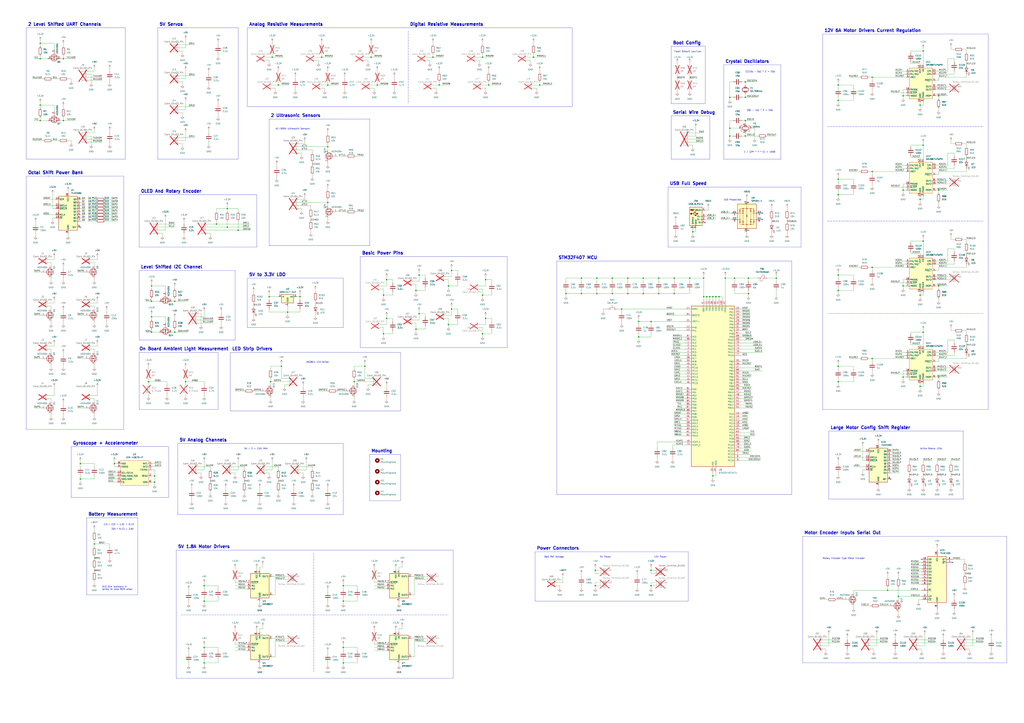
<source format=kicad_sch>
(kicad_sch (version 20230121) (generator eeschema)
  (paper "A1")
  (lib_symbols
    (symbol "74xx:74HC165"
      (property "Reference" "U" (at -7.62 19.05 0))
      (property "Value" "74HC165" (at -7.62 -21.59 0))
      (symbol "74HC165_1_0"
        (pin input line (at -12.7 -10.16 0) (length 5.08) (name "~{PL}") (number "1"))
        (pin input line (at -12.7 15.24 0) (length 5.08) (name "DS") (number "10"))
        (pin input line (at -12.7 12.7 0) (length 5.08) (name "D0") (number "11"))
        (pin input line (at -12.7 10.16 0) (length 5.08) (name "D1") (number "12"))
        (pin input line (at -12.7 7.62 0) (length 5.08) (name "D2") (number "13"))
        (pin input line (at -12.7 5.08 0) (length 5.08) (name "D3") (number "14"))
        (pin input line (at -12.7 -17.78 0) (length 5.08) (name "~{CE}") (number "15"))
        (pin power_in line (at 0 22.86 270) (length 5.08) (name "VCC") (number "16"))
        (pin input line (at -12.7 -15.24 0) (length 5.08) (name "CP") (number "2"))
        (pin input line (at -12.7 2.54 0) (length 5.08) (name "D4") (number "3"))
        (pin input line (at -12.7 0 0) (length 5.08) (name "D5") (number "4"))
        (pin input line (at -12.7 -2.54 0) (length 5.08) (name "D6") (number "5"))
        (pin input line (at -12.7 -5.08 0) (length 5.08) (name "D7") (number "6"))
        (pin output line (at 12.7 12.7 180) (length 5.08) (name "~{Q7}") (number "7"))
        (pin power_in line (at 0 -25.4 90) (length 5.08) (name "GND") (number "8"))
        (pin output line (at 12.7 15.24 180) (length 5.08) (name "Q7") (number "9"))
      )
    )
    (symbol "74xx:74HC595"
      (property "Reference" "U" (at -7.62 13.97 0))
      (property "Value" "74HC595" (at -7.62 -16.51 0))
      (symbol "74HC595_1_0"
        (pin tri_state line (at 10.16 7.62 180) (length 2.54) (name "QB") (number "1"))
        (pin input line (at -10.16 2.54 0) (length 2.54) (name "~{SRCLR}") (number "10"))
        (pin input line (at -10.16 5.08 0) (length 2.54) (name "SRCLK") (number "11"))
        (pin input line (at -10.16 -2.54 0) (length 2.54) (name "RCLK") (number "12"))
        (pin input line (at -10.16 -5.08 0) (length 2.54) (name "~{OE}") (number "13"))
        (pin input line (at -10.16 10.16 0) (length 2.54) (name "SER") (number "14"))
        (pin tri_state line (at 10.16 10.16 180) (length 2.54) (name "QA") (number "15"))
        (pin power_in line (at 0 15.24 270) (length 2.54) (name "VCC") (number "16"))
        (pin tri_state line (at 10.16 5.08 180) (length 2.54) (name "QC") (number "2"))
        (pin tri_state line (at 10.16 2.54 180) (length 2.54) (name "QD") (number "3"))
        (pin tri_state line (at 10.16 0 180) (length 2.54) (name "QE") (number "4"))
        (pin tri_state line (at 10.16 -2.54 180) (length 2.54) (name "QF") (number "5"))
        (pin tri_state line (at 10.16 -5.08 180) (length 2.54) (name "QG") (number "6"))
        (pin tri_state line (at 10.16 -7.62 180) (length 2.54) (name "QH") (number "7"))
        (pin power_in line (at 0 -17.78 90) (length 2.54) (name "GND") (number "8"))
        (pin output line (at 10.16 -12.7 180) (length 2.54) (name "QH'") (number "9"))
      )
    )
    (symbol "Connector:Conn_01x02_Pin" (pin_names (offset 1.016) hide)
      (property "Reference" "J" (at 0 2.54 0))
      (property "Value" "Conn_01x02_Pin" (at 0 -5.08 0))
      (symbol "Conn_01x02_Pin_1_1"
        (pin passive line (at 5.08 0 180) (length 3.81) (name "Pin_1") (number "1"))
        (pin passive line (at 5.08 -2.54 180) (length 3.81) (name "Pin_2") (number "2"))
      )
    )
    (symbol "Connector:Conn_01x03_Pin" (pin_names (offset 1.016) hide)
      (property "Reference" "J" (at 0 5.08 0))
      (property "Value" "Conn_01x03_Pin" (at 0 -5.08 0))
      (symbol "Conn_01x03_Pin_1_1"
        (pin passive line (at 5.08 2.54 180) (length 3.81) (name "Pin_1") (number "1"))
        (pin passive line (at 5.08 0 180) (length 3.81) (name "Pin_2") (number "2"))
        (pin passive line (at 5.08 -2.54 180) (length 3.81) (name "Pin_3") (number "3"))
      )
    )
    (symbol "Connector:Conn_01x04_Pin" (pin_names (offset 1.016) hide)
      (property "Reference" "J" (at 0 5.08 0))
      (property "Value" "Conn_01x04_Pin" (at 0 -7.62 0))
      (symbol "Conn_01x04_Pin_1_1"
        (pin passive line (at 5.08 2.54 180) (length 3.81) (name "Pin_1") (number "1"))
        (pin passive line (at 5.08 0 180) (length 3.81) (name "Pin_2") (number "2"))
        (pin passive line (at 5.08 -2.54 180) (length 3.81) (name "Pin_3") (number "3"))
        (pin passive line (at 5.08 -5.08 180) (length 3.81) (name "Pin_4") (number "4"))
      )
    )
    (symbol "Connector:Conn_01x05_Pin" (pin_names (offset 1.016) hide)
      (property "Reference" "J" (at 0 7.62 0))
      (property "Value" "Conn_01x05_Pin" (at 0 -7.62 0))
      (symbol "Conn_01x05_Pin_1_1"
        (pin passive line (at 5.08 5.08 180) (length 3.81) (name "Pin_1") (number "1"))
        (pin passive line (at 5.08 2.54 180) (length 3.81) (name "Pin_2") (number "2"))
        (pin passive line (at 5.08 0 180) (length 3.81) (name "Pin_3") (number "3"))
        (pin passive line (at 5.08 -2.54 180) (length 3.81) (name "Pin_4") (number "4"))
        (pin passive line (at 5.08 -5.08 180) (length 3.81) (name "Pin_5") (number "5"))
      )
    )
    (symbol "Connector:Screw_Terminal_01x02" (pin_names (offset 1.016) hide)
      (property "Reference" "J" (at 0 2.54 0))
      (property "Value" "Screw_Terminal_01x02" (at 0 -5.08 0))
      (symbol "Screw_Terminal_01x02_1_1"
        (pin passive line (at -5.08 0 0) (length 3.81) (name "Pin_1") (number "1"))
        (pin passive line (at -5.08 -2.54 0) (length 3.81) (name "Pin_2") (number "2"))
      )
    )
    (symbol "Connector:USB_B_Micro" (pin_names (offset 1.016))
      (property "Reference" "J" (at -5.08 11.43 0))
      (property "Value" "USB_B_Micro" (at -5.08 8.89 0))
      (symbol "USB_B_Micro_1_1"
        (pin power_out line (at 7.62 5.08 180) (length 2.54) (name "VBUS") (number "1"))
        (pin bidirectional line (at 7.62 -2.54 180) (length 2.54) (name "D-") (number "2"))
        (pin bidirectional line (at 7.62 0 180) (length 2.54) (name "D+") (number "3"))
        (pin passive line (at 7.62 -5.08 180) (length 2.54) (name "ID") (number "4"))
        (pin power_out line (at 0 -10.16 90) (length 2.54) (name "GND") (number "5"))
        (pin passive line (at -2.54 -10.16 90) (length 2.54) (name "Shield") (number "6"))
      )
    )
    (symbol "DRV8874PWPR_1"
      (property "Reference" "U" (at -8.89 5.08 0))
      (property "Value" "DRV8874PWPR" (at 10.16 -25.4 0))
      (symbol "DRV8874PWPR_1_1_1"
        (pin input line (at -12.7 0 0) (length 2.54) (name "EN/IN1") (number "1"))
        (pin output line (at 11.43 -15.24 180) (length 2.54) (name "OUT2") (number "10"))
        (pin power_in line (at 1.27 5.08 270) (length 2.54) (name "VM") (number "11"))
        (pin power_in line (at -1.27 5.08 270) (length 2.54) (name "VCP") (number "12"))
        (pin passive line (at 11.43 -2.54 180) (length 2.54) (name "CPH") (number "13"))
        (pin passive line (at 11.43 0 180) (length 2.54) (name "CPL") (number "14"))
        (pin power_in line (at -1.27 -25.4 90) (length 2.54) (name "GND") (number "15"))
        (pin input line (at -12.7 -15.24 0) (length 2.54) (name "PMODE") (number "16"))
        (pin passive line (at -1.27 -25.4 90) (length 2.54) hide (name "PAD") (number "17"))
        (pin input line (at -12.7 -2.54 0) (length 2.54) (name "PH/IN2") (number "2"))
        (pin input line (at -12.7 -17.78 0) (length 2.54) (name "~{SLEEP}") (number "3"))
        (pin open_collector line (at 11.43 -7.62 180) (length 2.54) (name "~{FAULT}") (number "4"))
        (pin input line (at -12.7 -5.08 0) (length 2.54) (name "VREF") (number "5"))
        (pin output line (at 11.43 -20.32 180) (length 2.54) (name "IROPI") (number "6"))
        (pin input line (at -12.7 -20.32 0) (length 2.54) (name "IMODE") (number "7"))
        (pin output line (at 11.43 -12.7 180) (length 2.54) (name "OUT1") (number "8"))
        (pin power_in line (at 1.27 -25.4 90) (length 2.54) (name "PGND") (number "9"))
      )
    )
    (symbol "Device:C" (pin_numbers hide) (pin_names (offset 0.254))
      (property "Reference" "C" (at 0.635 2.54 0))
      (property "Value" "C" (at 0.635 -2.54 0))
      (symbol "C_1_1"
        (pin passive line (at 0 3.81 270) (length 2.794) (name "~") (number "1"))
        (pin passive line (at 0 -3.81 90) (length 2.794) (name "~") (number "2"))
      )
    )
    (symbol "Device:Crystal" (pin_numbers hide) (pin_names (offset 1.016) hide)
      (property "Reference" "Y" (at 0 3.81 0))
      (property "Value" "Crystal" (at 0 -3.81 0))
      (symbol "Crystal_1_1"
        (pin passive line (at -3.81 0 0) (length 1.27) (name "1") (number "1"))
        (pin passive line (at 3.81 0 180) (length 1.27) (name "2") (number "2"))
      )
    )
    (symbol "Device:Crystal_GND24" (pin_names (offset 1.016) hide)
      (property "Reference" "Y" (at 3.175 5.08 0))
      (property "Value" "Crystal_GND24" (at 3.175 3.175 0))
      (symbol "Crystal_GND24_1_1"
        (pin passive line (at -3.81 0 0) (length 1.27) (name "1") (number "1"))
        (pin passive line (at 0 5.08 270) (length 1.27) (name "2") (number "2"))
        (pin passive line (at 3.81 0 180) (length 1.27) (name "3") (number "3"))
        (pin passive line (at 0 -5.08 90) (length 1.27) (name "4") (number "4"))
      )
    )
    (symbol "Device:FerriteBead" (pin_numbers hide) (pin_names (offset 0))
      (property "Reference" "FB" (at -3.81 0.635 90))
      (property "Value" "FerriteBead" (at 3.81 0 90))
      (symbol "FerriteBead_1_1"
        (pin passive line (at 0 3.81 270) (length 2.54) (name "~") (number "1"))
        (pin passive line (at 0 -3.81 90) (length 2.54) (name "~") (number "2"))
      )
    )
    (symbol "Device:LED" (pin_numbers hide) (pin_names (offset 1.016) hide)
      (property "Reference" "D" (at 0 2.54 0))
      (property "Value" "LED" (at 0 -2.54 0))
      (symbol "LED_1_1"
        (pin passive line (at -3.81 0 0) (length 2.54) (name "K") (number "1"))
        (pin passive line (at 3.81 0 180) (length 2.54) (name "A") (number "2"))
      )
    )
    (symbol "Device:R" (pin_numbers hide) (pin_names (offset 0))
      (property "Reference" "R" (at 2.032 0 90))
      (property "Value" "R" (at 0 0 90))
      (symbol "R_1_1"
        (pin passive line (at 0 3.81 270) (length 1.27) (name "~") (number "1"))
        (pin passive line (at 0 -3.81 90) (length 1.27) (name "~") (number "2"))
      )
    )
    (symbol "Device:R_Photo" (pin_numbers hide) (pin_names (offset 0))
      (property "Reference" "R" (at 1.27 1.27 0))
      (property "Value" "R_Photo" (at 1.27 0 0))
      (symbol "R_Photo_1_1"
        (pin passive line (at 0 3.81 270) (length 1.27) (name "~") (number "1"))
        (pin passive line (at 0 -3.81 90) (length 1.27) (name "~") (number "2"))
      )
    )
    (symbol "Driver_Motor:DRV8837"
      (property "Reference" "U" (at 6.35 11.43 0))
      (property "Value" "DRV8837" (at -10.16 11.43 0))
      (symbol "DRV8837_1_1"
        (pin power_in line (at 0 12.7 270) (length 2.54) (name "VM") (number "1"))
        (pin output line (at 10.16 7.62 180) (length 2.54) (name "OUT1") (number "2"))
        (pin output line (at 10.16 -7.62 180) (length 2.54) (name "OUT2") (number "3"))
        (pin power_in line (at 0 -12.7 90) (length 2.54) (name "GND") (number "4"))
        (pin input line (at -10.16 -2.54 0) (length 2.54) (name "IN2") (number "5"))
        (pin input line (at -10.16 0 0) (length 2.54) (name "IN1") (number "6"))
        (pin input line (at -10.16 2.54 0) (length 2.54) (name "~{SLEEP}") (number "7"))
        (pin power_in line (at -2.54 12.7 270) (length 2.54) (name "VCC") (number "8"))
        (pin passive line (at 0 -12.7 90) (length 2.54) hide (name "GND") (number "9"))
      )
    )
    (symbol "MCU_ST_STM32F4:STM32F407VETx"
      (property "Reference" "U" (at -17.78 67.31 0))
      (property "Value" "STM32F407VETx" (at 12.7 67.31 0))
      (symbol "STM32F407VETx_1_1"
        (pin bidirectional line (at -22.86 35.56 0) (length 5.08) (name "PE2") (number "1"))
        (pin power_in line (at 0 -71.12 90) (length 5.08) (name "VSS") (number "10"))
        (pin power_in line (at 7.62 71.12 270) (length 5.08) (name "VDD") (number "100"))
        (pin power_in line (at -5.08 71.12 270) (length 5.08) (name "VDD") (number "11"))
        (pin bidirectional line (at -22.86 48.26 0) (length 5.08) (name "PH0") (number "12"))
        (pin bidirectional line (at -22.86 45.72 0) (length 5.08) (name "PH1") (number "13"))
        (pin input line (at -22.86 63.5 0) (length 5.08) (name "NRST") (number "14"))
        (pin bidirectional line (at 22.86 -22.86 180) (length 5.08) (name "PC0") (number "15"))
        (pin bidirectional line (at 22.86 -25.4 180) (length 5.08) (name "PC1") (number "16"))
        (pin bidirectional line (at 22.86 -27.94 180) (length 5.08) (name "PC2") (number "17"))
        (pin bidirectional line (at 22.86 -30.48 180) (length 5.08) (name "PC3") (number "18"))
        (pin power_in line (at -2.54 71.12 270) (length 5.08) (name "VDD") (number "19"))
        (pin bidirectional line (at -22.86 33.02 0) (length 5.08) (name "PE3") (number "2"))
        (pin power_in line (at 2.54 -71.12 90) (length 5.08) (name "VSSA") (number "20"))
        (pin input line (at -22.86 53.34 0) (length 5.08) (name "VREF+") (number "21"))
        (pin power_in line (at 10.16 71.12 270) (length 5.08) (name "VDDA") (number "22"))
        (pin bidirectional line (at 22.86 63.5 180) (length 5.08) (name "PA0") (number "23"))
        (pin bidirectional line (at 22.86 60.96 180) (length 5.08) (name "PA1") (number "24"))
        (pin bidirectional line (at 22.86 58.42 180) (length 5.08) (name "PA2") (number "25"))
        (pin bidirectional line (at 22.86 55.88 180) (length 5.08) (name "PA3") (number "26"))
        (pin passive line (at 0 -71.12 90) (length 5.08) hide (name "VSS") (number "27"))
        (pin power_in line (at 0 71.12 270) (length 5.08) (name "VDD") (number "28"))
        (pin bidirectional line (at 22.86 53.34 180) (length 5.08) (name "PA4") (number "29"))
        (pin bidirectional line (at -22.86 30.48 0) (length 5.08) (name "PE4") (number "3"))
        (pin bidirectional line (at 22.86 50.8 180) (length 5.08) (name "PA5") (number "30"))
        (pin bidirectional line (at 22.86 48.26 180) (length 5.08) (name "PA6") (number "31"))
        (pin bidirectional line (at 22.86 45.72 180) (length 5.08) (name "PA7") (number "32"))
        (pin bidirectional line (at 22.86 -33.02 180) (length 5.08) (name "PC4") (number "33"))
        (pin bidirectional line (at 22.86 -35.56 180) (length 5.08) (name "PC5") (number "34"))
        (pin bidirectional line (at 22.86 20.32 180) (length 5.08) (name "PB0") (number "35"))
        (pin bidirectional line (at 22.86 17.78 180) (length 5.08) (name "PB1") (number "36"))
        (pin bidirectional line (at 22.86 15.24 180) (length 5.08) (name "PB2") (number "37"))
        (pin bidirectional line (at -22.86 22.86 0) (length 5.08) (name "PE7") (number "38"))
        (pin bidirectional line (at -22.86 20.32 0) (length 5.08) (name "PE8") (number "39"))
        (pin bidirectional line (at -22.86 27.94 0) (length 5.08) (name "PE5") (number "4"))
        (pin bidirectional line (at -22.86 17.78 0) (length 5.08) (name "PE9") (number "40"))
        (pin bidirectional line (at -22.86 15.24 0) (length 5.08) (name "PE10") (number "41"))
        (pin bidirectional line (at -22.86 12.7 0) (length 5.08) (name "PE11") (number "42"))
        (pin bidirectional line (at -22.86 10.16 0) (length 5.08) (name "PE12") (number "43"))
        (pin bidirectional line (at -22.86 7.62 0) (length 5.08) (name "PE13") (number "44"))
        (pin bidirectional line (at -22.86 5.08 0) (length 5.08) (name "PE14") (number "45"))
        (pin bidirectional line (at -22.86 2.54 0) (length 5.08) (name "PE15") (number "46"))
        (pin bidirectional line (at 22.86 -5.08 180) (length 5.08) (name "PB10") (number "47"))
        (pin bidirectional line (at 22.86 -7.62 180) (length 5.08) (name "PB11") (number "48"))
        (pin power_out line (at -22.86 -45.72 0) (length 5.08) (name "VCAP_1") (number "49"))
        (pin bidirectional line (at -22.86 25.4 0) (length 5.08) (name "PE6") (number "5"))
        (pin power_in line (at 2.54 71.12 270) (length 5.08) (name "VDD") (number "50"))
        (pin bidirectional line (at 22.86 -10.16 180) (length 5.08) (name "PB12") (number "51"))
        (pin bidirectional line (at 22.86 -12.7 180) (length 5.08) (name "PB13") (number "52"))
        (pin bidirectional line (at 22.86 -15.24 180) (length 5.08) (name "PB14") (number "53"))
        (pin bidirectional line (at 22.86 -17.78 180) (length 5.08) (name "PB15") (number "54"))
        (pin bidirectional line (at -22.86 -22.86 0) (length 5.08) (name "PD8") (number "55"))
        (pin bidirectional line (at -22.86 -25.4 0) (length 5.08) (name "PD9") (number "56"))
        (pin bidirectional line (at -22.86 -27.94 0) (length 5.08) (name "PD10") (number "57"))
        (pin bidirectional line (at -22.86 -30.48 0) (length 5.08) (name "PD11") (number "58"))
        (pin bidirectional line (at -22.86 -33.02 0) (length 5.08) (name "PD12") (number "59"))
        (pin power_in line (at -7.62 71.12 270) (length 5.08) (name "VBAT") (number "6"))
        (pin bidirectional line (at -22.86 -35.56 0) (length 5.08) (name "PD13") (number "60"))
        (pin bidirectional line (at -22.86 -38.1 0) (length 5.08) (name "PD14") (number "61"))
        (pin bidirectional line (at -22.86 -40.64 0) (length 5.08) (name "PD15") (number "62"))
        (pin bidirectional line (at 22.86 -38.1 180) (length 5.08) (name "PC6") (number "63"))
        (pin bidirectional line (at 22.86 -40.64 180) (length 5.08) (name "PC7") (number "64"))
        (pin bidirectional line (at 22.86 -43.18 180) (length 5.08) (name "PC8") (number "65"))
        (pin bidirectional line (at 22.86 -45.72 180) (length 5.08) (name "PC9") (number "66"))
        (pin bidirectional line (at 22.86 43.18 180) (length 5.08) (name "PA8") (number "67"))
        (pin bidirectional line (at 22.86 40.64 180) (length 5.08) (name "PA9") (number "68"))
        (pin bidirectional line (at 22.86 38.1 180) (length 5.08) (name "PA10") (number "69"))
        (pin bidirectional line (at 22.86 -55.88 180) (length 5.08) (name "PC13") (number "7"))
        (pin bidirectional line (at 22.86 35.56 180) (length 5.08) (name "PA11") (number "70"))
        (pin bidirectional line (at 22.86 33.02 180) (length 5.08) (name "PA12") (number "71"))
        (pin bidirectional line (at 22.86 30.48 180) (length 5.08) (name "PA13") (number "72"))
        (pin power_out line (at -22.86 -48.26 0) (length 5.08) (name "VCAP_2") (number "73"))
        (pin passive line (at 0 -71.12 90) (length 5.08) hide (name "VSS") (number "74"))
        (pin power_in line (at 5.08 71.12 270) (length 5.08) (name "VDD") (number "75"))
        (pin bidirectional line (at 22.86 27.94 180) (length 5.08) (name "PA14") (number "76"))
        (pin bidirectional line (at 22.86 25.4 180) (length 5.08) (name "PA15") (number "77"))
        (pin bidirectional line (at 22.86 -48.26 180) (length 5.08) (name "PC10") (number "78"))
        (pin bidirectional line (at 22.86 -50.8 180) (length 5.08) (name "PC11") (number "79"))
        (pin bidirectional line (at 22.86 -58.42 180) (length 5.08) (name "PC14") (number "8"))
        (pin bidirectional line (at 22.86 -53.34 180) (length 5.08) (name "PC12") (number "80"))
        (pin bidirectional line (at -22.86 -2.54 0) (length 5.08) (name "PD0") (number "81"))
        (pin bidirectional line (at -22.86 -5.08 0) (length 5.08) (name "PD1") (number "82"))
        (pin bidirectional line (at -22.86 -7.62 0) (length 5.08) (name "PD2") (number "83"))
        (pin bidirectional line (at -22.86 -10.16 0) (length 5.08) (name "PD3") (number "84"))
        (pin bidirectional line (at -22.86 -12.7 0) (length 5.08) (name "PD4") (number "85"))
        (pin bidirectional line (at -22.86 -15.24 0) (length 5.08) (name "PD5") (number "86"))
        (pin bidirectional line (at -22.86 -17.78 0) (length 5.08) (name "PD6") (number "87"))
        (pin bidirectional line (at -22.86 -20.32 0) (length 5.08) (name "PD7") (number "88"))
        (pin bidirectional line (at 22.86 12.7 180) (length 5.08) (name "PB3") (number "89"))
        (pin bidirectional line (at 22.86 -60.96 180) (length 5.08) (name "PC15") (number "9"))
        (pin bidirectional line (at 22.86 10.16 180) (length 5.08) (name "PB4") (number "90"))
        (pin bidirectional line (at 22.86 7.62 180) (length 5.08) (name "PB5") (number "91"))
        (pin bidirectional line (at 22.86 5.08 180) (length 5.08) (name "PB6") (number "92"))
        (pin bidirectional line (at 22.86 2.54 180) (length 5.08) (name "PB7") (number "93"))
        (pin input line (at -22.86 58.42 0) (length 5.08) (name "BOOT0") (number "94"))
        (pin bidirectional line (at 22.86 0 180) (length 5.08) (name "PB8") (number "95"))
        (pin bidirectional line (at 22.86 -2.54 180) (length 5.08) (name "PB9") (number "96"))
        (pin bidirectional line (at -22.86 40.64 0) (length 5.08) (name "PE0") (number "97"))
        (pin bidirectional line (at -22.86 38.1 0) (length 5.08) (name "PE1") (number "98"))
        (pin passive line (at 0 -71.12 90) (length 5.08) hide (name "VSS") (number "99"))
      )
    )
    (symbol "Mechanical:MountingHole" (pin_names (offset 1.016))
      (property "Reference" "H" (at 0 5.08 0))
      (property "Value" "MountingHole" (at 0 3.175 0))
    )
    (symbol "MySymbols:ICM-42670-P"
      (property "Reference" "U" (at -10.16 11.43 0))
      (property "Value" "ICM-42670-P" (at 5.08 11.43 0))
      (symbol "ICM-42670-P_1_1"
        (pin bidirectional line (at -13.97 -5.08 0) (length 2.54) (name "SDO/AD0") (number "1"))
        (pin passive line (at 13.97 -2.54 180) (length 2.54) hide (name "RESV") (number "10"))
        (pin passive line (at 13.97 -2.54 180) (length 2.54) hide (name "RESV") (number "11"))
        (pin input line (at -13.97 -7.62 0) (length 2.54) (name "CS") (number "12"))
        (pin input line (at -13.97 0 0) (length 2.54) (name "SCL/SCLK") (number "13"))
        (pin bidirectional line (at -13.97 -2.54 0) (length 2.54) (name "SDA/SDIO/SDI") (number "14"))
        (pin passive line (at 13.97 -2.54 180) (length 2.54) (name "RESV") (number "2"))
        (pin passive line (at 13.97 -2.54 180) (length 2.54) hide (name "RESV") (number "3"))
        (pin output line (at 13.97 7.62 180) (length 2.54) (name "INT1") (number "4"))
        (pin input line (at -13.97 5.08 0) (length 2.54) (name "VDDIO") (number "5"))
        (pin power_in line (at 13.97 -7.62 180) (length 2.54) (name "GND") (number "6"))
        (pin input line (at 13.97 2.54 180) (length 2.54) (name "FSYNC") (number "7"))
        (pin power_in line (at -13.97 7.62 0) (length 2.54) (name "VDD") (number "8"))
        (pin output line (at 13.97 5.08 180) (length 2.54) (name "INT2") (number "9"))
      )
    )
    (symbol "Power_Protection:SRV05-4" (pin_names (offset 0))
      (property "Reference" "U" (at -5.08 11.43 0))
      (property "Value" "SRV05-4" (at 2.54 11.43 0))
      (symbol "SRV05-4_1_1"
        (pin passive line (at -12.7 2.54 0) (length 5.08) (name "IO1") (number "1"))
        (pin passive line (at 0 -12.7 90) (length 2.54) (name "VN") (number "2"))
        (pin passive line (at -12.7 -2.54 0) (length 5.08) (name "IO2") (number "3"))
        (pin passive line (at 12.7 2.54 180) (length 5.08) (name "IO3") (number "4"))
        (pin passive line (at 0 12.7 270) (length 2.54) (name "VP") (number "5"))
        (pin passive line (at 12.7 -2.54 180) (length 5.08) (name "IO4") (number "6"))
      )
    )
    (symbol "Regulator_Linear:AMS1117-3.3"
      (property "Reference" "U" (at -3.81 3.175 0))
      (property "Value" "AMS1117-3.3" (at 0 3.175 0))
      (symbol "AMS1117-3.3_1_1"
        (pin power_in line (at 0 -7.62 90) (length 2.54) (name "GND") (number "1"))
        (pin power_out line (at 7.62 0 180) (length 2.54) (name "VO") (number "2"))
        (pin power_in line (at -7.62 0 0) (length 2.54) (name "VI") (number "3"))
      )
    )
    (symbol "Switch:SW_Push" (pin_numbers hide) (pin_names (offset 1.016) hide)
      (property "Reference" "SW" (at 1.27 2.54 0))
      (property "Value" "SW_Push" (at 0 -1.524 0))
      (symbol "SW_Push_0_1"
        (pin passive line (at -5.08 0 0) (length 2.54) (name "1") (number "1"))
        (pin passive line (at 5.08 0 180) (length 2.54) (name "2") (number "2"))
      )
    )
    (symbol "Transistor_FET:AO3400A" (pin_names hide)
      (property "Reference" "Q" (at 5.08 1.905 0))
      (property "Value" "AO3400A" (at 5.08 0 0))
      (symbol "AO3400A_1_1"
        (pin input line (at -5.08 0 0) (length 2.54) (name "G") (number "1"))
        (pin passive line (at 2.54 -5.08 90) (length 2.54) (name "S") (number "2"))
        (pin passive line (at 2.54 5.08 270) (length 2.54) (name "D") (number "3"))
      )
    )
    (symbol "power:+12V" (power) (pin_names (offset 0))
      (property "Value" "+12V" (at 0 3.556 0))
      (symbol "+12V_1_1"
        (pin power_in line (at 0 0 90) (length 0) hide (name "+12V") (number "1"))
      )
    )
    (symbol "power:+3.3V" (power) (pin_names (offset 0))
      (property "Value" "+3.3V" (at 0 3.556 0))
      (symbol "+3.3V_1_1"
        (pin power_in line (at 0 0 90) (length 0) hide (name "+3.3V") (number "1"))
      )
    )
    (symbol "power:+3.3VA" (power) (pin_names (offset 0))
      (property "Value" "+3.3VA" (at 0 3.556 0))
      (symbol "+3.3VA_1_1"
        (pin power_in line (at 0 0 90) (length 0) hide (name "+3.3VA") (number "1"))
      )
    )
    (symbol "power:+5V" (power) (pin_names (offset 0))
      (property "Value" "+5V" (at 0 3.556 0))
      (symbol "+5V_1_1"
        (pin power_in line (at 0 0 90) (length 0) hide (name "+5V") (number "1"))
      )
    )
    (symbol "power:+BATT" (power) (pin_names (offset 0))
      (property "Value" "+BATT" (at 0 3.556 0))
      (symbol "+BATT_1_1"
        (pin power_in line (at 0 0 90) (length 0) hide (name "+BATT") (number "1"))
      )
    )
    (symbol "power:GND" (power) (pin_names (offset 0))
      (property "Value" "GND" (at 0 -3.81 0))
      (symbol "GND_1_1"
        (pin power_in line (at 0 0 270) (length 0) hide (name "GND") (number "1"))
      )
    )
    (symbol "power:VBUS" (power) (pin_names (offset 0))
      (property "Value" "VBUS" (at 0 3.81 0))
      (symbol "VBUS_1_1"
        (pin power_in line (at 0 0 90) (length 0) hide (name "VBUS") (number "1"))
      )
    )
  )
  (junction (at 477.52 241.3))
  (junction (at 281.94 481.33))
  (junction (at 755.65 163.83))
  (junction (at 758.19 119.38))
  (junction (at 568.96 190.5))
  (junction (at 490.22 241.3))
  (junction (at 314.96 242.57))
  (junction (at 344.17 257.81))
  (junction (at 755.65 242.57))
  (junction (at 758.19 273.05))
  (junction (at 488.95 481.33))
  (junction (at 396.24 242.57))
  (junction (at 269.24 166.37))
  (junction (at 127 396.24))
  (junction (at 688.34 313.69))
  (junction (at 143.51 273.05))
  (junction (at 585.47 243.84))
  (junction (at 614.68 228.6))
  (junction (at 741.68 156.21))
  (junction (at 502.92 228.6))
  (junction (at 688.34 160.02))
  (junction (at 716.28 140.97))
  (junction (at 770.89 156.21))
  (junction (at 612.14 80.01))
  (junction (at 582.93 243.84))
  (junction (at 502.92 241.3))
  (junction (at 401.32 69.85))
  (junction (at 477.52 228.6))
  (junction (at 186.69 186.69))
  (junction (at 314.96 274.32))
  (junction (at 299.72 300.99))
  (junction (at 490.22 228.6))
  (junction (at 612.14 67.31))
  (junction (at 770.89 78.74))
  (junction (at 688.34 300.99))
  (junction (at 443.23 69.85))
  (junction (at 524.51 276.86))
  (junction (at 124.46 260.35))
  (junction (at 541.02 241.3))
  (junction (at 33.02 35.56))
  (junction (at 396.24 274.32))
  (junction (at 603.25 228.6))
  (junction (at 264.16 46.99))
  (junction (at 755.65 317.5))
  (junction (at 553.72 228.6))
  (junction (at 398.78 261.62))
  (junction (at 309.88 69.85))
  (junction (at 236.22 256.54))
  (junction (at 688.34 238.76))
  (junction (at 599.44 105.41))
  (junction (at 52.07 99.06))
  (junction (at 124.46 273.05))
  (junction (at 281.94 544.83))
  (junction (at 93.98 381))
  (junction (at 341.63 270.51))
  (junction (at 580.39 243.84))
  (junction (at 167.64 494.03))
  (junction (at 246.38 243.84))
  (junction (at 515.62 241.3))
  (junction (at 438.15 46.99))
  (junction (at 269.24 120.65))
  (junction (at 228.6 69.85))
  (junction (at 515.62 228.6))
  (junction (at 688.34 147.32))
  (junction (at 368.3 266.7))
  (junction (at 370.84 254))
  (junction (at 304.8 46.99))
  (junction (at 510.54 254))
  (junction (at 770.89 234.95))
  (junction (at 688.34 82.55))
  (junction (at 553.72 241.3))
  (junction (at 167.64 544.83))
  (junction (at 344.17 226.06))
  (junction (at 370.84 222.25))
  (junction (at 341.63 238.76))
  (junction (at 488.95 468.63))
  (junction (at 121.92 313.69))
  (junction (at 688.34 69.85))
  (junction (at 599.44 80.01))
  (junction (at 66.04 381))
  (junction (at 588.01 243.84))
  (junction (at 614.68 241.3))
  (junction (at 195.58 189.23))
  (junction (at 152.4 313.69))
  (junction (at 534.67 468.63))
  (junction (at 534.67 264.16))
  (junction (at 528.32 241.3))
  (junction (at 566.42 228.6))
  (junction (at 577.85 243.84))
  (junction (at 127 391.16))
  (junction (at 737.87 490.22))
  (junction (at 317.5 261.62))
  (junction (at 741.68 234.95))
  (junction (at 577.85 228.6))
  (junction (at 33.02 86.36))
  (junction (at 124.46 247.65))
  (junction (at 396.24 46.99))
  (junction (at 528.32 228.6))
  (junction (at 33.02 48.26))
  (junction (at 33.02 99.06))
  (junction (at 52.07 48.26))
  (junction (at 167.64 481.33))
  (junction (at 728.98 485.14))
  (junction (at 758.19 198.12))
  (junction (at 758.19 41.91))
  (junction (at 222.25 313.69))
  (junction (at 716.28 294.64))
  (junction (at 231.14 300.99))
  (junction (at 741.68 309.88))
  (junction (at 637.54 228.6))
  (junction (at 290.83 313.69))
  (junction (at 590.55 243.84))
  (junction (at 355.6 46.99))
  (junction (at 177.8 184.15))
  (junction (at 281.94 532.13))
  (junction (at 585.47 391.16))
  (junction (at 368.3 234.95))
  (junction (at 317.5 229.87))
  (junction (at 541.02 228.6))
  (junction (at 595.63 228.6))
  (junction (at 770.89 309.88))
  (junction (at 124.46 234.95))
  (junction (at 716.28 63.5))
  (junction (at 66.04 393.7))
  (junction (at 360.68 69.85))
  (junction (at 464.82 241.3))
  (junction (at 534.67 481.33))
  (junction (at 77.47 447.04))
  (junction (at 612.14 99.06))
  (junction (at 612.14 111.76))
  (junction (at 398.78 229.87))
  (junction (at 186.69 171.45))
  (junction (at 269.24 69.85))
  (junction (at 755.65 86.36))
  (junction (at 143.51 247.65))
  (junction (at 524.51 264.16))
  (junction (at 716.28 219.71))
  (junction (at 741.68 78.74))
  (junction (at 220.98 243.84))
  (junction (at 223.52 46.99))
  (junction (at 281.94 494.03))
  (junction (at 167.64 532.13))
  (junction (at 688.34 226.06))
  (junction (at 599.44 111.76))
  (no_connect (at 66.04 186.69))
  (no_connect (at 626.11 175.26))
  (no_connect (at 782.32 462.28))
  (no_connect (at 731.52 393.7))
  (no_connect (at 626.11 180.34))
  (no_connect (at 756.92 459.74))
  (no_connect (at 579.12 182.88))
  (wire (pts (xy 755.65 161.29) (xy 755.65 163.83)))
  (polyline (pts (xy 439.42 453.39) (xy 439.42 494.03)))
  (wire (pts (xy 553.72 314.96) (xy 562.61 314.96)))
  (wire (pts (xy 708.66 378.46) (xy 711.2 378.46)))
  (wire (pts (xy 167.64 532.13) (xy 167.64 534.67)))
  (wire (pts (xy 307.34 516.89) (xy 307.34 519.43)))
  (wire (pts (xy 608.33 347.98) (xy 614.68 347.98)))
  (polyline (pts (xy 114.3 160.02) (xy 210.82 160.02)))
  (wire (pts (xy 41.91 228.6) (xy 41.91 231.14)))
  (wire (pts (xy 716.28 294.64) (xy 716.28 297.18)))
  (wire (pts (xy 259.08 247.65) (xy 259.08 250.19)))
  (wire (pts (xy 608.33 370.84) (xy 617.22 370.84)))
  (wire (pts (xy 687.07 492.76) (xy 693.42 492.76)))
  (wire (pts (xy 167.64 255.27) (xy 167.64 260.35)))
  (wire (pts (xy 228.6 67.31) (xy 228.6 69.85)))
  (polyline (pts (xy 811.53 336.55) (xy 811.53 27.94)))
  (polyline (pts (xy 39.37 144.78) (xy 101.6 144.78)))
  (wire (pts (xy 355.6 46.99) (xy 350.52 46.99)))
  (wire (pts (xy 608.33 302.26) (xy 626.11 302.26)))
  (wire (pts (xy 231.14 298.45) (xy 231.14 300.99)))
  (wire (pts (xy 250.19 163.83) (xy 245.11 163.83)))
  (wire (pts (xy 608.33 292.1) (xy 613.41 292.1)))
  (wire (pts (xy 746.76 388.62) (xy 746.76 391.16)))
  (polyline (pts (xy 203.2 22.86) (xy 227.33 22.86)))
  (wire (pts (xy 608.33 304.8) (xy 626.11 304.8)))
  (wire (pts (xy 735.33 289.56) (xy 744.22 289.56)))
  (wire (pts (xy 124.46 381) (xy 132.08 381)))
  (wire (pts (xy 553.72 345.44) (xy 562.61 345.44)))
  (wire (pts (xy 52.07 340.36) (xy 52.07 342.9)))
  (polyline (pts (xy 102.87 130.81) (xy 21.59 130.81)))
  (wire (pts (xy 341.63 273.05) (xy 341.63 270.51)))
  (wire (pts (xy 688.34 238.76) (xy 688.34 241.3)))
  (wire (pts (xy 80.01 213.36) (xy 74.93 213.36)))
  (wire (pts (xy 770.89 222.25) (xy 770.89 219.71)))
  (wire (pts (xy 599.44 105.41) (xy 599.44 99.06)))
  (wire (pts (xy 748.03 129.54) (xy 748.03 128.27)))
  (wire (pts (xy 701.04 147.32) (xy 688.34 147.32)))
  (wire (pts (xy 728.98 485.14) (xy 728.98 482.6)))
  (polyline (pts (xy 641.35 53.34) (xy 641.35 130.81)))
  (wire (pts (xy 223.52 488.95) (xy 226.06 488.95)))
  (wire (pts (xy 77.47 109.22) (xy 72.39 109.22)))
  (wire (pts (xy 688.34 236.22) (xy 688.34 238.76)))
  (wire (pts (xy 307.34 529.59) (xy 317.5 529.59)))
  (wire (pts (xy 553.72 307.34) (xy 562.61 307.34)))
  (wire (pts (xy 735.33 217.17) (xy 744.22 217.17)))
  (wire (pts (xy 314.96 242.57) (xy 314.96 237.49)))
  (wire (pts (xy 755.65 53.34) (xy 755.65 52.07)))
  (wire (pts (xy 523.24 481.33) (xy 523.24 483.87)))
  (wire (pts (xy 524.51 264.16) (xy 534.67 264.16)))
  (wire (pts (xy 701.04 383.54) (xy 711.2 383.54)))
  (polyline (pts (xy 281.94 422.91) (xy 281.94 364.49)))
  (wire (pts (xy 748.03 41.91) (xy 758.19 41.91)))
  (wire (pts (xy 758.19 161.29) (xy 758.19 163.83)))
  (wire (pts (xy 758.19 41.91) (xy 758.19 53.34)))
  (polyline (pts (xy 138.43 367.03) (xy 138.43 408.94)))
  (wire (pts (xy 778.51 58.42) (xy 778.51 48.26)))
  (wire (pts (xy 619.76 105.41) (xy 617.22 105.41)))
  (wire (pts (xy 340.36 527.05) (xy 349.25 527.05)))
  (wire (pts (xy 608.33 358.14) (xy 619.76 358.14)))
  (wire (pts (xy 193.04 478.79) (xy 203.2 478.79)))
  (wire (pts (xy 754.38 495.3) (xy 754.38 492.76)))
  (wire (pts (xy 488.95 478.79) (xy 491.49 478.79)))
  (wire (pts (xy 396.24 245.11) (xy 396.24 242.57)))
  (wire (pts (xy 227.33 134.62) (xy 227.33 137.16)))
  (wire (pts (xy 599.44 82.55) (xy 599.44 80.01)))
  (wire (pts (xy 127 386.08) (xy 127 391.16)))
  (wire (pts (xy 438.15 44.45) (xy 438.15 46.99)))
  (wire (pts (xy 701.04 69.85) (xy 688.34 69.85)))
  (wire (pts (xy 222.25 326.39) (xy 222.25 328.93)))
  (wire (pts (xy 167.64 542.29) (xy 167.64 544.83)))
  (polyline (pts (xy 114.3 297.18) (xy 114.3 336.55)))
  (wire (pts (xy 162.56 265.43) (xy 175.26 265.43)))
  (wire (pts (xy 695.96 533.4) (xy 695.96 535.94)))
  (wire (pts (xy 220.98 52.07) (xy 220.98 49.53)))
  (wire (pts (xy 758.19 378.46) (xy 765.81 378.46)))
  (wire (pts (xy 398.78 227.33) (xy 398.78 229.87)))
  (wire (pts (xy 121.92 313.69) (xy 121.92 316.23)))
  (wire (pts (xy 368.3 266.7) (xy 375.92 266.7)))
  (wire (pts (xy 87.63 264.16) (xy 87.63 266.7)))
  (polyline (pts (xy 457.2 406.4) (xy 457.2 214.63)))
  (wire (pts (xy 299.72 300.99) (xy 290.83 300.99)))
  (wire (pts (xy 608.33 281.94) (xy 626.11 281.94)))
  (wire (pts (xy 27.94 259.08) (xy 34.29 259.08)))
  (wire (pts (xy 534.67 468.63) (xy 534.67 471.17)))
  (wire (pts (xy 261.62 321.31) (xy 269.24 321.31)))
  (wire (pts (xy 793.75 525.78) (xy 807.72 525.78)))
  (wire (pts (xy 52.07 289.56) (xy 52.07 292.1)))
  (wire (pts (xy 554.99 325.12) (xy 562.61 325.12)))
  (wire (pts (xy 403.86 271.78) (xy 403.86 274.32)))
  (wire (pts (xy 293.37 494.03) (xy 293.37 491.49)))
  (wire (pts (xy 553.72 350.52) (xy 562.61 350.52)))
  (wire (pts (xy 396.24 242.57) (xy 396.24 237.49)))
  (wire (pts (xy 716.28 294.64) (xy 744.22 294.64)))
  (wire (pts (xy 43.18 115.57) (xy 48.26 115.57)))
  (wire (pts (xy 228.6 386.08) (xy 228.6 383.54)))
  (wire (pts (xy 438.15 46.99) (xy 433.07 46.99)))
  (wire (pts (xy 595.63 228.6) (xy 595.63 246.38)))
  (wire (pts (xy 748.03 283.21) (xy 748.03 281.94)))
  (wire (pts (xy 748.03 283.21) (xy 755.65 283.21)))
  (wire (pts (xy 688.34 147.32) (xy 688.34 149.86)))
  (wire (pts (xy 77.47 467.36) (xy 77.47 469.9)))
  (wire (pts (xy 167.64 544.83) (xy 179.07 544.83)))
  (wire (pts (xy 459.74 481.33) (xy 457.2 481.33)))
  (polyline (pts (xy 114.3 336.55) (xy 179.07 336.55)))
  (wire (pts (xy 309.88 57.15) (xy 309.88 59.69)))
  (wire (pts (xy 370.84 254) (xy 375.92 254)))
  (wire (pts (xy 154.94 494.03) (xy 154.94 496.57)))
  (wire (pts (xy 74.93 111.76) (xy 72.39 111.76)))
  (wire (pts (xy 701.04 370.84) (xy 711.2 370.84)))
  (wire (pts (xy 716.28 229.87) (xy 716.28 232.41)))
  (wire (pts (xy 534.67 478.79) (xy 537.21 478.79)))
  (wire (pts (xy 167.64 481.33) (xy 179.07 481.33)))
  (wire (pts (xy 768.35 309.88) (xy 770.89 309.88)))
  (wire (pts (xy 608.33 363.22) (xy 615.95 363.22)))
  (wire (pts (xy 793.75 50.8) (xy 793.75 53.34)))
  (wire (pts (xy 716.28 140.97) (xy 744.22 140.97)))
  (wire (pts (xy 152.4 300.99) (xy 152.4 303.53)))
  (wire (pts (xy 152.4 64.77) (xy 147.32 64.77)))
  (wire (pts (xy 716.28 63.5) (xy 744.22 63.5)))
  (wire (pts (xy 612.14 99.06) (xy 619.76 99.06)))
  (wire (pts (xy 375.92 232.41) (xy 375.92 234.95)))
  (wire (pts (xy 778.51 135.89) (xy 778.51 125.73)))
  (polyline (pts (xy 680.72 410.21) (xy 680.72 354.33)))
  (polyline (pts (xy 146.05 422.91) (xy 281.94 422.91)))
  (wire (pts (xy 293.37 532.13) (xy 293.37 534.67)))
  (wire (pts (xy 769.62 388.62) (xy 769.62 391.16)))
  (wire (pts (xy 585.47 391.16) (xy 585.47 393.7)))
  (wire (pts (xy 149.86 92.71) (xy 149.86 95.25)))
  (wire (pts (xy 281.94 481.33) (xy 293.37 481.33)))
  (wire (pts (xy 344.17 257.81) (xy 349.25 257.81)))
  (wire (pts (xy 477.52 228.6) (xy 490.22 228.6)))
  (polyline (pts (xy 295.91 285.75) (xy 295.91 285.75)))
  (polyline (pts (xy 328.93 411.48) (xy 328.93 373.38)))
  (wire (pts (xy 590.55 243.84) (xy 590.55 246.38)))
  (wire (pts (xy 49.53 99.06) (xy 52.07 99.06)))
  (wire (pts (xy 701.04 72.39) (xy 701.04 69.85)))
  (wire (pts (xy 157.48 400.05) (xy 157.48 402.59)))
  (wire (pts (xy 608.33 284.48) (xy 626.11 284.48)))
  (wire (pts (xy 608.33 350.52) (xy 614.68 350.52)))
  (wire (pts (xy 464.82 238.76) (xy 464.82 241.3)))
  (wire (pts (xy 770.89 78.74) (xy 778.51 78.74)))
  (wire (pts (xy 566.42 109.22) (xy 577.85 109.22)))
  (wire (pts (xy 438.15 46.99) (xy 448.31 46.99)))
  (wire (pts (xy 608.33 307.34) (xy 617.22 307.34)))
  (wire (pts (xy 748.03 52.07) (xy 755.65 52.07)))
  (wire (pts (xy 769.62 378.46) (xy 777.24 378.46)))
  (wire (pts (xy 688.34 300.99) (xy 688.34 303.53)))
  (wire (pts (xy 603.25 228.6) (xy 614.68 228.6)))
  (wire (pts (xy 796.29 533.4) (xy 793.75 533.4)))
  (wire (pts (xy 673.1 492.76) (xy 679.45 492.76)))
  (wire (pts (xy 325.12 516.89) (xy 325.12 519.43)))
  (wire (pts (xy 783.59 490.22) (xy 783.59 492.76)))
  (wire (pts (xy 759.46 530.86) (xy 754.38 530.86)))
  (wire (pts (xy 72.39 171.45) (xy 78.74 171.45)))
  (wire (pts (xy 157.48 410.21) (xy 157.48 412.75)))
  (polyline (pts (xy 770.89 440.69) (xy 826.77 440.69)))
  (wire (pts (xy 269.24 133.35) (xy 269.24 135.89)))
  (wire (pts (xy 608.33 353.06) (xy 614.68 353.06)))
  (wire (pts (xy 33.02 83.82) (xy 33.02 86.36)))
  (wire (pts (xy 528.32 241.3) (xy 541.02 241.3)))
  (wire (pts (xy 459.74 483.87) (xy 459.74 481.33)))
  (wire (pts (xy 236.22 251.46) (xy 236.22 256.54)))
  (wire (pts (xy 41.91 287.02) (xy 41.91 289.56)))
  (wire (pts (xy 477.52 481.33) (xy 477.52 483.87)))
  (wire (pts (xy 556.26 60.96) (xy 556.26 66.04)))
  (wire (pts (xy 713.74 63.5) (xy 716.28 63.5)))
  (wire (pts (xy 124.46 386.08) (xy 127 386.08)))
  (wire (pts (xy 281.94 532.13) (xy 293.37 532.13)))
  (wire (pts (xy 213.36 400.05) (xy 213.36 402.59)))
  (wire (pts (xy 127 391.16) (xy 127 396.24)))
  (wire (pts (xy 566.42 73.66) (xy 566.42 76.2)))
  (wire (pts (xy 290.83 326.39) (xy 290.83 328.93)))
  (wire (pts (xy 35.56 168.91) (xy 45.72 168.91)))
  (wire (pts (xy 179.07 532.13) (xy 179.07 534.67)))
  (wire (pts (xy 322.58 240.03) (xy 322.58 242.57)))
  (wire (pts (xy 44.45 284.48) (xy 39.37 284.48)))
  (wire (pts (xy 791.21 196.85) (xy 793.75 196.85)))
  (wire (pts (xy 368.3 266.7) (xy 368.3 261.62)))
  (wire (pts (xy 701.04 226.06) (xy 688.34 226.06)))
  (wire (pts (xy 556.26 50.8) (xy 556.26 53.34)))
  (wire (pts (xy 551.18 292.1) (xy 562.61 292.1)))
  (wire (pts (xy 770.89 66.04) (xy 770.89 63.5)))
  (wire (pts (xy 162.56 257.81) (xy 165.1 257.81)))
  (wire (pts (xy 731.52 383.54) (xy 739.14 383.54)))
  (wire (pts (xy 66.04 163.83) (xy 69.85 163.83)))
  (wire (pts (xy 281.94 481.33) (xy 281.94 483.87)))
  (wire (pts (xy 370.84 251.46) (xy 370.84 254)))
  (wire (pts (xy 495.3 254) (xy 497.84 254)))
  (wire (pts (xy 608.33 269.24) (xy 615.95 269.24)))
  (wire (pts (xy 758.19 314.96) (xy 758.19 317.5)))
  (wire (pts (xy 629.92 228.6) (xy 637.54 228.6)))
  (wire (pts (xy 322.58 261.62) (xy 322.58 264.16)))
  (wire (pts (xy 552.45 365.76) (xy 552.45 368.3)))
  (wire (pts (xy 524.51 276.86) (xy 534.67 276.86)))
  (wire (pts (xy 613.41 190.5) (xy 613.41 193.04)))
  (polyline (pts (xy 21.59 353.06) (xy 21.59 144.78)))
  (wire (pts (xy 317.5 229.87) (xy 322.58 229.87)))
  (wire (pts (xy 330.2 514.35) (xy 330.2 516.89)))
  (polyline (pts (xy 281.94 364.49) (xy 146.05 364.49)))
  (wire (pts (xy 553.72 302.26) (xy 562.61 302.26)))
  (polyline (pts (xy 217.17 228.6) (xy 281.94 228.6)))
  (polyline (pts (xy 439.42 453.39) (xy 565.15 453.39)))
  (wire (pts (xy 44.45 246.38) (xy 44.45 248.92)))
  (wire (pts (xy 552.45 284.48) (xy 562.61 284.48)))
  (wire (pts (xy 39.37 215.9) (xy 41.91 215.9)))
  (wire (pts (xy 33.02 86.36) (xy 33.02 88.9)))
  (wire (pts (xy 162.56 260.35) (xy 167.64 260.35)))
  (wire (pts (xy 66.04 166.37) (xy 69.85 166.37)))
  (wire (pts (xy 675.64 528.32) (xy 689.61 528.32)))
  (wire (pts (xy 568.96 187.96) (xy 568.96 190.5)))
  (wire (pts (xy 398.78 72.39) (xy 396.24 72.39)))
  (wire (pts (xy 756.92 535.94) (xy 756.92 533.4)))
  (wire (pts (xy 477.52 231.14) (xy 477.52 228.6)))
  (wire (pts (xy 581.66 170.18) (xy 581.66 172.72)))
  (wire (pts (xy 337.82 473.71) (xy 349.25 473.71)))
  (wire (pts (xy 793.75 63.5) (xy 793.75 60.96)))
  (wire (pts (xy 172.72 386.08) (xy 172.72 383.54)))
  (wire (pts (xy 208.28 321.31) (xy 214.63 321.31)))
  (wire (pts (xy 758.19 388.62) (xy 758.19 391.16)))
  (wire (pts (xy 768.35 289.56) (xy 778.51 289.56)))
  (polyline (pts (xy 281.94 228.6) (xy 281.94 269.24)))
  (wire (pts (xy 370.84 222.25) (xy 375.92 222.25)))
  (wire (pts (xy 731.52 307.34) (xy 744.22 307.34)))
  (wire (pts (xy 179.07 481.33) (xy 179.07 483.87)))
  (wire (pts (xy 233.68 318.77) (xy 233.68 316.23)))
  (wire (pts (xy 307.34 532.13) (xy 317.5 532.13)))
  (wire (pts (xy 396.24 34.29) (xy 396.24 36.83)))
  (wire (pts (xy 398.78 259.08) (xy 398.78 261.62)))
  (wire (pts (xy 121.92 311.15) (xy 121.92 313.69)))
  (wire (pts (xy 368.3 269.24) (xy 368.3 266.7)))
  (wire (pts (xy 93.98 378.46) (xy 93.98 381)))
  (wire (pts (xy 255.27 189.23) (xy 255.27 191.77)))
  (wire (pts (xy 281.94 544.83) (xy 281.94 547.37)))
  (wire (pts (xy 77.47 215.9) (xy 77.47 218.44)))
  (wire (pts (xy 783.59 279.4) (xy 783.59 281.94)))
  (wire (pts (xy 77.47 299.72) (xy 77.47 302.26)))
  (polyline (pts (xy 675.64 336.55) (xy 811.53 336.55)))
  (wire (pts (xy 33.02 99.06) (xy 39.37 99.06)))
  (wire (pts (xy 220.98 256.54) (xy 236.22 256.54)))
  (wire (pts (xy 281.94 494.03) (xy 293.37 494.03)))
  (wire (pts (xy 44.45 213.36) (xy 39.37 213.36)))
  (wire (pts (xy 370.84 222.25) (xy 370.84 227.33)))
  (wire (pts (xy 701.04 160.02) (xy 701.04 157.48)))
  (wire (pts (xy 758.19 381) (xy 758.19 378.46)))
  (wire (pts (xy 152.4 57.15) (xy 152.4 64.77)))
  (wire (pts (xy 242.57 72.39) (xy 242.57 74.93)))
  (wire (pts (xy 534.67 264.16) (xy 562.61 264.16)))
  (wire (pts (xy 52.07 218.44) (xy 52.07 220.98)))
  (wire (pts (xy 264.16 34.29) (xy 264.16 36.83)))
  (wire (pts (xy 143.51 260.35) (xy 143.51 262.89)))
  (wire (pts (xy 701.04 300.99) (xy 688.34 300.99)))
  (wire (pts (xy 398.78 229.87) (xy 403.86 229.87)))
  (polyline (pts (xy 71.12 488.95) (xy 113.03 488.95)))
  (wire (pts (xy 688.34 160.02) (xy 701.04 160.02)))
  (wire (pts (xy 177.8 171.45) (xy 177.8 173.99)))
  (wire (pts (xy 292.1 128.27) (xy 298.45 128.27)))
  (wire (pts (xy 195.58 189.23) (xy 195.58 181.61)))
  (wire (pts (xy 167.64 481.33) (xy 167.64 483.87)))
  (wire (pts (xy 746.76 378.46) (xy 754.38 378.46)))
  (wire (pts (xy 599.44 99.06) (xy 601.98 99.06)))
  (wire (pts (xy 582.93 243.84) (xy 582.93 246.38)))
  (wire (pts (xy 488.95 481.33) (xy 491.49 481.33)))
  (wire (pts (xy 341.63 238.76) (xy 341.63 233.68)))
  (wire (pts (xy 58.42 64.77) (xy 58.42 67.31)))
  (wire (pts (xy 552.45 375.92) (xy 552.45 378.46)))
  (wire (pts (xy 758.19 270.51) (xy 758.19 273.05)))
  (wire (pts (xy 735.33 135.89) (xy 744.22 135.89)))
  (wire (pts (xy 759.46 520.7) (xy 759.46 530.86)))
  (wire (pts (xy 261.62 49.53) (xy 259.08 49.53)))
  (wire (pts (xy 341.63 241.3) (xy 341.63 238.76)))
  (wire (pts (xy 72.39 163.83) (xy 78.74 163.83)))
  (wire (pts (xy 193.04 527.05) (xy 193.04 529.59)))
  (wire (pts (xy 783.59 204.47) (xy 783.59 207.01)))
  (wire (pts (xy 608.33 360.68) (xy 615.95 360.68)))
  (wire (pts (xy 193.04 388.62) (xy 193.04 391.16)))
  (wire (pts (xy 770.89 294.64) (xy 793.75 294.64)))
  (wire (pts (xy 27.94 294.64) (xy 34.29 294.64)))
  (wire (pts (xy 579.12 180.34) (xy 588.01 180.34)))
  (wire (pts (xy 554.99 322.58) (xy 562.61 322.58)))
  (polyline (pts (xy 826.77 440.69) (xy 826.77 544.83)))
  (wire (pts (xy 77.47 287.02) (xy 77.47 289.56)))
  (wire (pts (xy 731.52 375.92) (xy 739.14 375.92)))
  (polyline (pts (xy 675.64 27.94) (xy 675.64 54.61)))
  (wire (pts (xy 307.34 466.09) (xy 307.34 468.63)))
  (wire (pts (xy 768.35 66.04) (xy 770.89 66.04)))
  (wire (pts (xy 637.54 226.06) (xy 637.54 228.6)))
  (wire (pts (xy 186.69 171.45) (xy 186.69 173.99)))
  (wire (pts (xy 608.33 297.18) (xy 614.68 297.18)))
  (polyline (pts (xy 659.13 440.69) (xy 770.89 440.69)))
  (wire (pts (xy 393.7 266.7) (xy 398.78 266.7)))
  (wire (pts (xy 553.72 294.64) (xy 562.61 294.64)))
  (polyline (pts (xy 579.12 85.09) (xy 551.18 85.09)))
  (wire (pts (xy 744.22 151.13) (xy 741.68 151.13)))
  (wire (pts (xy 748.03 198.12) (xy 758.19 198.12)))
  (wire (pts (xy 612.14 67.31) (xy 622.3 67.31)))
  (wire (pts (xy 396.24 276.86) (xy 396.24 274.32)))
  (wire (pts (xy 502.92 238.76) (xy 502.92 241.3)))
  (wire (pts (xy 608.33 335.28) (xy 618.49 335.28)))
  (wire (pts (xy 490.22 241.3) (xy 502.92 241.3)))
  (wire (pts (xy 77.47 55.88) (xy 77.47 58.42)))
  (wire (pts (xy 171.45 116.84) (xy 171.45 119.38)))
  (wire (pts (xy 577.85 228.6) (xy 577.85 243.84)))
  (wire (pts (xy 269.24 69.85) (xy 278.13 69.85)))
  (wire (pts (xy 88.9 391.16) (xy 96.52 391.16)))
  (wire (pts (xy 401.32 67.31) (xy 401.32 69.85)))
  (wire (pts (xy 756.92 485.14) (xy 728.98 485.14)))
  (wire (pts (xy 330.2 516.89) (xy 327.66 516.89)))
  (wire (pts (xy 748.03 464.82) (xy 756.92 464.82)))
  (wire (pts (xy 629.92 111.76) (xy 637.54 111.76)))
  (wire (pts (xy 317.5 259.08) (xy 317.5 261.62)))
  (wire (pts (xy 488.95 468.63) (xy 488.95 471.17)))
  (wire (pts (xy 77.47 327.66) (xy 77.47 330.2)))
  (wire (pts (xy 488.95 481.33) (xy 488.95 478.79)))
  (wire (pts (xy 358.14 74.93) (xy 358.14 72.39)))
  (polyline (pts (xy 114.3 279.4) (xy 114.3 222.25)))
  (wire (pts (xy 713.74 294.64) (xy 716.28 294.64)))
  (wire (pts (xy 44.45 317.5) (xy 44.45 325.12)))
  (wire (pts (xy 314.96 269.24) (xy 312.42 269.24)))
  (wire (pts (xy 228.6 69.85) (xy 237.49 69.85)))
  (wire (pts (xy 792.48 469.9) (xy 792.48 472.44)))
  (wire (pts (xy 52.07 228.6) (xy 52.07 231.14)))
  (wire (pts (xy 358.14 72.39) (xy 355.6 72.39)))
  (wire (pts (xy 74.93 287.02) (xy 77.47 287.02)))
  (wire (pts (xy 553.72 304.8) (xy 562.61 304.8)))
  (wire (pts (xy 74.93 251.46) (xy 77.47 251.46)))
  (polyline (pts (xy 335.28 25.4) (xy 335.28 85.09)) (stroke (width 0) (type dash)))
  (wire (pts (xy 769.62 398.78) (xy 769.62 401.32)))
  (wire (pts (xy 236.22 256.54) (xy 236.22 259.08)))
  (wire (pts (xy 368.3 234.95) (xy 375.92 234.95)))
  (wire (pts (xy 226.06 72.39) (xy 223.52 72.39)))
  (wire (pts (xy 768.35 222.25) (xy 770.89 222.25)))
  (wire (pts (xy 304.8 34.29) (xy 304.8 36.83)))
  (wire (pts (xy 215.9 516.89) (xy 213.36 516.89)))
  (wire (pts (xy 758.19 119.38) (xy 758.19 130.81)))
  (wire (pts (xy 52.07 99.06) (xy 52.07 96.52)))
  (wire (pts (xy 754.38 525.78) (xy 768.35 525.78)))
  (wire (pts (xy 215.9 463.55) (xy 215.9 466.09)))
  (wire (pts (xy 33.02 86.36) (xy 44.45 86.36)))
  (wire (pts (xy 770.89 309.88) (xy 778.51 309.88)))
  (wire (pts (xy 688.34 298.45) (xy 688.34 300.99)))
  (wire (pts (xy 314.96 276.86) (xy 314.96 274.32)))
  (wire (pts (xy 758.19 198.12) (xy 758.19 209.55)))
  (wire (pts (xy 590.55 243.84) (xy 593.09 243.84)))
  (wire (pts (xy 317.5 326.39) (xy 317.5 328.93)))
  (wire (pts (xy 251.46 386.08) (xy 246.38 386.08)))
  (wire (pts (xy 748.03 462.28) (xy 756.92 462.28)))
  (polyline (pts (xy 90.17 367.03) (xy 138.43 367.03)))
  (wire (pts (xy 33.02 33.02) (xy 33.02 35.56)))
  (wire (pts (xy 731.52 373.38) (xy 739.14 373.38)))
  (wire (pts (xy 269.24 410.21) (xy 269.24 412.75)))
  (wire (pts (xy 368.3 229.87) (xy 365.76 229.87)))
  (wire (pts (xy 135.89 189.23) (xy 135.89 179.07)))
  (wire (pts (xy 735.33 60.96) (xy 744.22 60.96)))
  (wire (pts (xy 200.66 403.86) (xy 200.66 406.4)))
  (wire (pts (xy 52.07 48.26) (xy 62.23 48.26)))
  (wire (pts (xy 568.96 119.38) (xy 566.42 119.38)))
  (wire (pts (xy 695.96 523.24) (xy 695.96 525.78)))
  (wire (pts (xy 502.92 241.3) (xy 515.62 241.3)))
  (wire (pts (xy 675.64 525.78) (xy 689.61 525.78)))
  (wire (pts (xy 72.39 179.07) (xy 78.74 179.07)))
  (wire (pts (xy 74.93 60.96) (xy 72.39 60.96)))
  (wire (pts (xy 193.04 532.13) (xy 203.2 532.13)))
  (wire (pts (xy 167.64 529.59) (xy 167.64 532.13)))
  (wire (pts (xy 349.25 257.81) (xy 349.25 260.35)))
  (wire (pts (xy 312.42 266.7) (xy 317.5 266.7)))
  (wire (pts (xy 322.58 271.78) (xy 322.58 274.32)))
  (wire (pts (xy 200.66 393.7) (xy 200.66 396.24)))
  (wire (pts (xy 172.72 403.86) (xy 172.72 406.4)))
  (wire (pts (xy 88.9 393.7) (xy 96.52 393.7)))
  (polyline (pts (xy 372.11 557.53) (xy 144.78 557.53)))
  (wire (pts (xy 337.82 488.95) (xy 340.36 488.95)))
  (wire (pts (xy 167.64 532.13) (xy 179.07 532.13)))
  (wire (pts (xy 179.07 83.82) (xy 179.07 86.36)))
  (wire (pts (xy 793.75 196.85) (xy 793.75 199.39)))
  (polyline (pts (xy 548.64 203.2) (xy 548.64 153.67)))
  (wire (pts (xy 783.59 292.1) (xy 783.59 289.56)))
  (wire (pts (xy 566.42 228.6) (xy 566.42 231.14)))
  (wire (pts (xy 314.96 245.11) (xy 314.96 242.57)))
  (wire (pts (xy 440.69 74.93) (xy 440.69 72.39)))
  (wire (pts (xy 52.07 35.56) (xy 52.07 38.1)))
  (wire (pts (xy 793.75 219.71) (xy 793.75 217.17)))
  (wire (pts (xy 152.4 323.85) (xy 152.4 326.39)))
  (wire (pts (xy 781.05 378.46) (xy 788.67 378.46)))
  (wire (pts (xy 41.91 215.9) (xy 41.91 218.44)))
  (wire (pts (xy 534.67 276.86) (xy 534.67 274.32)))
  (wire (pts (xy 554.99 330.2) (xy 562.61 330.2)))
  (wire (pts (xy 74.93 327.66) (xy 77.47 327.66)))
  (wire (pts (xy 256.54 143.51) (xy 256.54 146.05)))
  (wire (pts (xy 731.52 153.67) (xy 744.22 153.67)))
  (wire (pts (xy 269.24 544.83) (xy 269.24 547.37)))
  (wire (pts (xy 539.75 363.22) (xy 562.61 363.22)))
  (wire (pts (xy 770.89 81.28) (xy 770.89 78.74)))
  (wire (pts (xy 248.92 388.62) (xy 248.92 391.16)))
  (wire (pts (xy 510.54 254) (xy 562.61 254)))
  (wire (pts (xy 167.64 491.49) (xy 167.64 494.03)))
  (wire (pts (xy 398.78 261.62) (xy 403.86 261.62)))
  (wire (pts (xy 307.34 481.33) (xy 317.5 481.33)))
  (wire (pts (xy 619.76 105.41) (xy 619.76 114.3)))
  (wire (pts (xy 462.28 478.79) (xy 457.2 478.79)))
  (wire (pts (xy 179.07 93.98) (xy 179.07 96.52)))
  (wire (pts (xy 609.6 80.01) (xy 612.14 80.01)))
  (polyline (pts (xy 303.53 373.38) (xy 303.53 411.48)))
  (wire (pts (xy 741.68 309.88) (xy 744.22 309.88)))
  (wire (pts (xy 768.35 229.87) (xy 778.51 229.87)))
  (wire (pts (xy 228.6 57.15) (xy 228.6 59.69)))
  (wire (pts (xy 778.51 289.56) (xy 778.51 279.4)))
  (wire (pts (xy 276.86 173.99) (xy 284.48 173.99)))
  (wire (pts (xy 477.52 238.76) (xy 477.52 241.3)))
  (wire (pts (xy 539.75 363.22) (xy 539.75 368.3)))
  (polyline (pts (xy 138.43 408.94) (xy 58.42 408.94)))
  (wire (pts (xy 124.46 234.95) (xy 135.89 234.95)))
  (wire (pts (xy 781.05 196.85) (xy 783.59 196.85)))
  (wire (pts (xy 52.07 99.06) (xy 62.23 99.06)))
  (wire (pts (xy 264.16 46.99) (xy 273.05 46.99)))
  (wire (pts (xy 314.96 274.32) (xy 322.58 274.32)))
  (polyline (pts (xy 281.94 269.24) (xy 203.2 269.24)))
  (wire (pts (xy 477.52 241.3) (xy 490.22 241.3)))
  (wire (pts (xy 646.43 170.18) (xy 646.43 172.72)))
  (wire (pts (xy 488.95 483.87) (xy 488.95 481.33)))
  (polyline (pts (xy 144.78 557.53) (xy 144.78 452.12)))
  (wire (pts (xy 293.37 544.83) (xy 293.37 542.29)))
  (wire (pts (xy 688.34 160.02) (xy 688.34 162.56)))
  (wire (pts (xy 226.06 527.05) (xy 234.95 527.05)))
  (wire (pts (xy 52.07 254) (xy 52.07 256.54)))
  (wire (pts (xy 55.88 64.77) (xy 58.42 64.77)))
  (wire (pts (xy 27.94 223.52) (xy 34.29 223.52)))
  (wire (pts (xy 304.8 46.99) (xy 299.72 46.99)))
  (wire (pts (xy 553.72 299.72) (xy 562.61 299.72)))
  (wire (pts (xy 77.47 457.2) (xy 77.47 459.74)))
  (wire (pts (xy 796.29 535.94) (xy 796.29 533.4)))
  (wire (pts (xy 86.36 179.07) (xy 96.52 179.07)))
  (wire (pts (xy 223.52 473.71) (xy 234.95 473.71)))
  (wire (pts (xy 44.45 35.56) (xy 44.45 40.64)))
  (wire (pts (xy 708.66 386.08) (xy 711.2 386.08)))
  (wire (pts (xy 39.37 251.46) (xy 41.91 251.46)))
  (polyline (pts (xy 113.03 425.45) (xy 71.12 425.45)))
  (wire (pts (xy 181.61 255.27) (xy 181.61 257.81)))
  (wire (pts (xy 226.06 74.93) (xy 226.06 72.39)))
  (wire (pts (xy 731.52 370.84) (xy 739.14 370.84)))
  (wire (pts (xy 609.6 67.31) (xy 612.14 67.31)))
  (wire (pts (xy 515.62 228.6) (xy 515.62 231.14)))
  (wire (pts (xy 697.23 294.64) (xy 706.12 294.64)))
  (wire (pts (xy 269.24 118.11) (xy 269.24 120.65)))
  (polyline (pts (xy 210.82 203.2) (xy 114.3 203.2)))
  (wire (pts (xy 314.96 274.32) (xy 314.96 269.24)))
  (wire (pts (xy 167.64 494.03) (xy 179.07 494.03)))
  (wire (pts (xy 608.33 368.3) (xy 617.22 368.3)))
  (wire (pts (xy 339.09 231.14) (xy 344.17 231.14)))
  (wire (pts (xy 147.32 62.23) (xy 160.02 62.23)))
  (polyline (pts (xy 594.36 53.34) (xy 605.79 53.34)))
  (polyline (pts (xy 220.98 201.93) (xy 220.98 97.79)))
  (wire (pts (xy 365.76 259.08) (xy 370.84 259.08)))
  (wire (pts (xy 814.07 523.24) (xy 814.07 525.78)))
  (wire (pts (xy 680.72 520.7) (xy 680.72 530.86)))
  (wire (pts (xy 80.01 246.38) (xy 80.01 248.92)))
  (wire (pts (xy 793.75 528.32) (xy 807.72 528.32)))
  (wire (pts (xy 577.85 243.84) (xy 577.85 246.38)))
  (wire (pts (xy 124.46 247.65) (xy 130.81 247.65)))
  (polyline (pts (xy 372.11 452.12) (xy 372.11 557.53)))
  (wire (pts (xy 222.25 316.23) (xy 222.25 313.69)))
  (polyline (pts (xy 675.64 54.61) (xy 675.64 336.55)))
  (wire (pts (xy 744.22 73.66) (xy 741.68 73.66)))
  (wire (pts (xy 86.36 176.53) (xy 96.52 176.53)))
  (wire (pts (xy 215.9 466.09) (xy 213.36 466.09)))
  (wire (pts (xy 241.3 410.21) (xy 241.3 412.75)))
  (polyline (pts (xy 257.81 454.66) (xy 257.81 552.45)) (stroke (width 0) (type dash)))
  (wire (pts (xy 553.72 228.6) (xy 553.72 231.14)))
  (polyline (pts (xy 679.45 181.61) (xy 807.72 181.61)) (stroke (width 0) (type dash)))
  (wire (pts (xy 770.89 245.11) (xy 770.89 247.65)))
  (polyline (pts (xy 113.03 488.95) (xy 113.03 425.45)))
  (wire (pts (xy 614.68 228.6) (xy 622.3 228.6)))
  (wire (pts (xy 72.39 181.61) (xy 78.74 181.61)))
  (wire (pts (xy 281.94 544.83) (xy 293.37 544.83)))
  (wire (pts (xy 792.48 459.74) (xy 792.48 462.28)))
  (wire (pts (xy 717.55 535.94) (xy 717.55 533.4)))
  (wire (pts (xy 778.51 279.4) (xy 783.59 279.4)))
  (wire (pts (xy 269.24 107.95) (xy 269.24 110.49)))
  (wire (pts (xy 264.16 44.45) (xy 264.16 46.99)))
  (wire (pts (xy 774.7 533.4) (xy 774.7 535.94)))
  (polyline (pts (xy 189.23 337.82) (xy 189.23 289.56)))
  (wire (pts (xy 748.03 43.18) (xy 748.03 41.91)))
  (wire (pts (xy 43.18 64.77) (xy 48.26 64.77)))
  (wire (pts (xy 152.4 313.69) (xy 152.4 316.23)))
  (wire (pts (xy 147.32 113.03) (xy 160.02 113.03)))
  (wire (pts (xy 39.37 327.66) (xy 41.91 327.66)))
  (wire (pts (xy 755.65 242.57) (xy 758.19 242.57)))
  (wire (pts (xy 27.94 99.06) (xy 33.02 99.06)))
  (wire (pts (xy 608.33 279.4) (xy 617.22 279.4)))
  (wire (pts (xy 612.14 99.06) (xy 609.6 99.06)))
  (wire (pts (xy 360.68 57.15) (xy 360.68 59.69)))
  (wire (pts (xy 768.35 71.12) (xy 778.51 71.12)))
  (wire (pts (xy 66.04 181.61) (xy 69.85 181.61)))
  (wire (pts (xy 741.68 312.42) (xy 741.68 309.88)))
  (wire (pts (xy 340.36 539.75) (xy 340.36 527.05)))
  (wire (pts (xy 571.5 111.76) (xy 566.42 111.76)))
  (polyline (pts (xy 416.56 285.75) (xy 416.56 210.82)))
  (wire (pts (xy 612.14 111.76) (xy 622.3 111.76)))
  (polyline (pts (xy 179.07 336.55) (xy 179.07 289.56)))
  (polyline (pts (xy 203.2 87.63) (xy 203.2 22.86)))
  (wire (pts (xy 93.98 381) (xy 93.98 383.54)))
  (wire (pts (xy 44.45 86.36) (xy 44.45 91.44)))
  (wire (pts (xy 86.36 171.45) (xy 96.52 171.45)))
  (wire (pts (xy 401.32 57.15) (xy 401.32 59.69)))
  (wire (pts (xy 317.5 261.62) (xy 322.58 261.62)))
  (wire (pts (xy 213.36 466.09) (xy 213.36 468.63)))
  (wire (pts (xy 223.52 524.51) (xy 234.95 524.51)))
  (wire (pts (xy 781.05 115.57) (xy 781.05 118.11)))
  (wire (pts (xy 748.03 273.05) (xy 758.19 273.05)))
  (wire (pts (xy 375.92 222.25) (xy 375.92 224.79)))
  (wire (pts (xy 768.35 304.8) (xy 778.51 304.8)))
  (wire (pts (xy 534.67 481.33) (xy 537.21 481.33)))
  (wire (pts (xy 330.2 463.55) (xy 330.2 466.09)))
  (polyline (pts (xy 129.54 22.86) (xy 195.58 22.86)))
  (wire (pts (xy 344.17 257.81) (xy 344.17 262.89)))
  (wire (pts (xy 754.38 492.76) (xy 756.92 492.76)))
  (wire (pts (xy 33.02 48.26) (xy 39.37 48.26)))
  (wire (pts (xy 599.44 111.76) (xy 599.44 105.41)))
  (polyline (pts (xy 328.93 289.56) (xy 328.93 307.34)))
  (wire (pts (xy 758.19 240.03) (xy 758.19 242.57)))
  (wire (pts (xy 701.04 485.14) (xy 728.98 485.14)))
  (polyline (pts (xy 552.45 38.1) (xy 579.12 38.1)))
  (polyline (pts (xy 811.53 27.94) (xy 675.64 27.94)))
  (wire (pts (xy 528.32 228.6) (xy 528.32 231.14)))
  (wire (pts (xy 312.42 234.95) (xy 317.5 234.95)))
  (wire (pts (xy 344.17 226.06) (xy 344.17 231.14)))
  (wire (pts (xy 524.51 274.32) (xy 524.51 276.86)))
  (wire (pts (xy 72.39 166.37) (xy 78.74 166.37)))
  (wire (pts (xy 637.54 228.6) (xy 637.54 231.14)))
  (wire (pts (xy 534.67 483.87) (xy 534.67 481.33)))
  (wire (pts (xy 290.83 313.69) (xy 304.8 313.69)))
  (wire (pts (xy 768.35 292.1) (xy 783.59 292.1)))
  (wire (pts (xy 396.24 44.45) (xy 396.24 46.99)))
  (wire (pts (xy 29.21 191.77) (xy 29.21 194.31)))
  (wire (pts (xy 599.44 111.76) (xy 601.98 111.76)))
  (wire (pts (xy 580.39 243.84) (xy 582.93 243.84)))
  (polyline (pts (xy 551.18 38.1) (xy 552.45 38.1)))
  (wire (pts (xy 269.24 153.67) (xy 269.24 156.21)))
  (wire (pts (xy 524.51 266.7) (xy 524.51 264.16)))
  (wire (pts (xy 585.47 388.62) (xy 585.47 391.16)))
  (polyline (pts (xy 58.42 408.94) (xy 58.42 367.03)))
  (wire (pts (xy 778.51 204.47) (xy 783.59 204.47)))
  (wire (pts (xy 124.46 232.41) (xy 124.46 234.95)))
  (wire (pts (xy 302.26 316.23) (xy 304.8 316.23)))
  (wire (pts (xy 553.72 228.6) (xy 566.42 228.6)))
  (wire (pts (xy 770.89 219.71) (xy 793.75 219.71)))
  (wire (pts (xy 242.57 62.23) (xy 242.57 64.77)))
  (wire (pts (xy 688.34 80.01) (xy 688.34 82.55)))
  (wire (pts (xy 72.39 168.91) (xy 78.74 168.91)))
  (wire (pts (xy 80.01 325.12) (xy 74.93 325.12)))
  (wire (pts (xy 43.18 179.07) (xy 45.72 179.07)))
  (wire (pts (xy 697.23 140.97) (xy 706.12 140.97)))
  (wire (pts (xy 90.17 55.88) (xy 90.17 58.42)))
  (wire (pts (xy 55.88 156.21) (xy 55.88 158.75)))
  (wire (pts (xy 74.93 215.9) (xy 77.47 215.9)))
  (wire (pts (xy 403.86 261.62) (xy 403.86 264.16)))
  (wire (pts (xy 147.32 36.83) (xy 160.02 36.83)))
  (wire (pts (xy 608.33 259.08) (xy 615.95 259.08)))
  (wire (pts (xy 603.25 238.76) (xy 603.25 241.3)))
  (wire (pts (xy 599.44 80.01) (xy 601.98 80.01)))
  (wire (pts (xy 793.75 294.64) (xy 793.75 292.1)))
  (polyline (pts (xy 303.53 373.38) (xy 328.93 373.38)))
  (wire (pts (xy 735.33 214.63) (xy 744.22 214.63)))
  (wire (pts (xy 608.33 309.88) (xy 617.22 309.88)))
  (wire (pts (xy 269.24 163.83) (xy 269.24 166.37)))
  (wire (pts (xy 768.35 138.43) (xy 783.59 138.43)))
  (wire (pts (xy 307.34 72.39) (xy 304.8 72.39)))
  (polyline (pts (xy 657.86 203.2) (xy 548.64 203.2)))
  (wire (pts (xy 553.72 340.36) (xy 562.61 340.36)))
  (wire (pts (xy 768.35 148.59) (xy 778.51 148.59)))
  (wire (pts (xy 798.83 520.7) (xy 798.83 530.86)))
  (wire (pts (xy 127 398.78) (xy 127 396.24)))
  (wire (pts (xy 66.04 176.53) (xy 69.85 176.53)))
  (wire (pts (xy 781.05 269.24) (xy 781.05 271.78)))
  (wire (pts (xy 147.32 118.11) (xy 149.86 118.11)))
  (wire (pts (xy 231.14 300.99) (xy 222.25 300.99)))
  (wire (pts (xy 246.38 243.84) (xy 243.84 243.84)))
  (wire (pts (xy 317.5 229.87) (xy 317.5 234.95)))
  (wire (pts (xy 124.46 245.11) (xy 124.46 247.65)))
  (wire (pts (xy 717.55 533.4) (xy 715.01 533.4)))
  (wire (pts (xy 781.05 38.1) (xy 781.05 40.64)))
  (wire (pts (xy 299.72 311.15) (xy 304.8 311.15)))
  (wire (pts (xy 290.83 300.99) (xy 290.83 303.53)))
  (wire (pts (xy 688.34 157.48) (xy 688.34 160.02)))
  (wire (pts (xy 566.42 241.3) (xy 566.42 238.76)))
  (polyline (pts (xy 144.78 452.12) (xy 167.64 452.12)))
  (wire (pts (xy 552.45 279.4) (xy 562.61 279.4)))
  (wire (pts (xy 222.25 311.15) (xy 222.25 313.69)))
  (wire (pts (xy 744.22 304.8) (xy 741.68 304.8)))
  (wire (pts (xy 393.7 234.95) (xy 398.78 234.95)))
  (polyline (pts (xy 220.98 97.79) (xy 237.49 97.79)))
  (wire (pts (xy 281.94 494.03) (xy 281.94 496.57)))
  (wire (pts (xy 688.34 238.76) (xy 701.04 238.76)))
  (wire (pts (xy 35.56 176.53) (xy 45.72 176.53)))
  (wire (pts (xy 713.74 219.71) (xy 716.28 219.71)))
  (wire (pts (xy 770.89 143.51) (xy 770.89 140.97)))
  (polyline (pts (xy 791.21 410.21) (xy 680.72 410.21)))
  (wire (pts (xy 396.24 274.32) (xy 396.24 269.24)))
  (wire (pts (xy 90.17 116.84) (xy 90.17 119.38)))
  (wire (pts (xy 276.86 128.27) (xy 284.48 128.27)))
  (wire (pts (xy 133.35 194.31) (xy 133.35 191.77)))
  (wire (pts (xy 768.35 151.13) (xy 778.51 151.13)))
  (wire (pts (xy 748.03 120.65) (xy 748.03 119.38)))
  (wire (pts (xy 26.67 115.57) (xy 35.56 115.57)))
  (wire (pts (xy 143.51 273.05) (xy 143.51 270.51)))
  (wire (pts (xy 72.39 116.84) (xy 83.82 116.84)))
  (wire (pts (xy 612.14 80.01) (xy 612.14 77.47)))
  (wire (pts (xy 701.04 228.6) (xy 701.04 226.06)))
  (wire (pts (xy 143.51 234.95) (xy 143.51 237.49)))
  (wire (pts (xy 403.86 240.03) (xy 403.86 242.57)))
  (wire (pts (xy 124.46 391.16) (xy 127 391.16)))
  (wire (pts (xy 608.33 375.92) (xy 624.84 375.92)))
  (wire (pts (xy 608.33 342.9) (xy 614.68 342.9)))
  (wire (pts (xy 314.96 242.57) (xy 322.58 242.57)))
  (wire (pts (xy 716.28 151.13) (xy 716.28 153.67)))
  (wire (pts (xy 731.52 386.08) (xy 739.14 386.08)))
  (polyline (pts (xy 558.8 95.25) (xy 582.93 95.25)))
  (wire (pts (xy 220.98 243.84) (xy 228.6 243.84)))
  (wire (pts (xy 137.16 316.23) (xy 137.16 313.69)))
  (wire (pts (xy 228.6 383.54) (xy 218.44 383.54)))
  (wire (pts (xy 552.45 281.94) (xy 562.61 281.94)))
  (wire (pts (xy 774.7 523.24) (xy 774.7 525.78)))
  (wire (pts (xy 210.82 466.09) (xy 210.82 468.63)))
  (wire (pts (xy 688.34 67.31) (xy 688.34 69.85)))
  (wire (pts (xy 741.68 81.28) (xy 741.68 78.74)))
  (wire (pts (xy 327.66 494.03) (xy 327.66 496.57)))
  (wire (pts (xy 195.58 386.08) (xy 190.5 386.08)))
  (wire (pts (xy 143.51 273.05) (xy 153.67 273.05)))
  (wire (pts (xy 748.03 208.28) (xy 755.65 208.28)))
  (wire (pts (xy 186.69 171.45) (xy 195.58 171.45)))
  (wire (pts (xy 167.64 544.83) (xy 167.64 547.37)))
  (wire (pts (xy 299.72 300.99) (xy 299.72 311.15)))
  (wire (pts (xy 612.14 101.6) (xy 612.14 99.06)))
  (polyline (pts (xy 167.64 452.12) (xy 372.11 452.12)))
  (wire (pts (xy 608.33 345.44) (xy 614.68 345.44)))
  (wire (pts (xy 80.01 317.5) (xy 80.01 325.12)))
  (wire (pts (xy 66.04 391.16) (xy 66.04 393.7)))
  (wire (pts (xy 80.01 248.92) (xy 74.93 248.92)))
  (wire (pts (xy 688.34 378.46) (xy 688.34 381)))
  (wire (pts (xy 290.83 311.15) (xy 290.83 313.69)))
  (polyline (pts (xy 43.18 22.86) (xy 102.87 22.86)))
  (wire (pts (xy 27.94 48.26) (xy 33.02 48.26)))
  (wire (pts (xy 80.01 284.48) (xy 74.93 284.48)))
  (wire (pts (xy 43.18 158.75) (xy 43.18 171.45)))
  (wire (pts (xy 553.72 241.3) (xy 566.42 241.3)))
  (wire (pts (xy 782.32 459.74) (xy 792.48 459.74)))
  (wire (pts (xy 746.76 398.78) (xy 746.76 401.32)))
  (wire (pts (xy 588.01 243.84) (xy 588.01 246.38)))
  (polyline (pts (xy 826.77 544.83) (xy 659.13 544.83)))
  (wire (pts (xy 553.72 342.9) (xy 562.61 342.9)))
  (polyline (pts (xy 457.2 214.63) (xy 581.66 214.63)))
  (polyline (pts (xy 303.53 411.48) (xy 328.93 411.48)))
  (wire (pts (xy 193.04 534.67) (xy 203.2 534.67)))
  (wire (pts (xy 778.51 125.73) (xy 783.59 125.73)))
  (polyline (pts (xy 439.42 494.03) (xy 565.15 494.03)))
  (wire (pts (xy 541.02 241.3) (xy 553.72 241.3)))
  (wire (pts (xy 179.07 544.83) (xy 179.07 542.29)))
  (wire (pts (xy 396.24 274.32) (xy 403.86 274.32)))
  (wire (pts (xy 269.24 69.85) (xy 264.16 69.85)))
  (wire (pts (xy 735.33 533.4) (xy 735.33 535.94)))
  (wire (pts (xy 375.92 254) (xy 375.92 256.54)))
  (wire (pts (xy 755.65 86.36) (xy 758.19 86.36)))
  (wire (pts (xy 250.19 161.29) (xy 250.19 163.83)))
  (wire (pts (xy 768.35 217.17) (xy 783.59 217.17)))
  (wire (pts (xy 63.5 259.08) (xy 69.85 259.08)))
  (wire (pts (xy 614.68 241.3) (xy 614.68 243.84)))
  (polyline (pts (xy 193.04 222.25) (xy 193.04 279.4)))
  (wire (pts (xy 349.25 226.06) (xy 349.25 228.6)))
  (polyline (pts (xy 469.9 87.63) (xy 203.2 87.63)))
  (wire (pts (xy 688.34 82.55) (xy 701.04 82.55)))
  (wire (pts (xy 608.33 317.5) (xy 617.22 317.5)))
  (wire (pts (xy 317.5 261.62) (xy 317.5 266.7)))
  (wire (pts (xy 162.56 262.89) (xy 175.26 262.89)))
  (wire (pts (xy 547.37 269.24) (xy 562.61 269.24)))
  (wire (pts (xy 341.63 233.68) (xy 339.09 233.68)))
  (wire (pts (xy 200.66 383.54) (xy 190.5 383.54)))
  (wire (pts (xy 193.04 466.09) (xy 193.04 468.63)))
  (polyline (pts (xy 114.3 289.56) (xy 114.3 297.18)))
  (wire (pts (xy 731.52 388.62) (xy 739.14 388.62)))
  (wire (pts (xy 66.04 171.45) (xy 69.85 171.45)))
  (wire (pts (xy 66.04 381) (xy 77.47 381)))
  (wire (pts (xy 152.4 311.15) (xy 152.4 313.69)))
  (wire (pts (xy 748.03 472.44) (xy 756.92 472.44)))
  (wire (pts (xy 791.21 40.64) (xy 793.75 40.64)))
  (wire (pts (xy 66.04 381) (xy 66.04 383.54)))
  (wire (pts (xy 247.65 173.99) (xy 247.65 171.45)))
  (wire (pts (xy 323.85 72.39) (xy 323.85 74.93)))
  (wire (pts (xy 768.35 297.18) (xy 770.89 297.18)))
  (wire (pts (xy 77.47 447.04) (xy 77.47 449.58)))
  (wire (pts (xy 554.99 180.34) (xy 554.99 182.88)))
  (polyline (pts (xy 129.54 130.81) (xy 195.58 130.81)))
  (wire (pts (xy 793.75 271.78) (xy 793.75 274.32)))
  (wire (pts (xy 591.82 175.26) (xy 600.71 175.26)))
  (wire (pts (xy 688.34 223.52) (xy 688.34 226.06)))
  (wire (pts (xy 231.14 311.15) (xy 236.22 311.15)))
  (wire (pts (xy 746.76 381) (xy 746.76 378.46)))
  (wire (pts (xy 33.02 96.52) (xy 33.02 99.06)))
  (polyline (pts (xy 295.91 285.75) (xy 416.56 285.75)))
  (wire (pts (xy 375.92 264.16) (xy 375.92 266.7)))
  (wire (pts (xy 566.42 116.84) (xy 577.85 116.84)))
  (wire (pts (xy 86.36 168.91) (xy 96.52 168.91)))
  (wire (pts (xy 365.76 227.33) (xy 370.84 227.33)))
  (wire (pts (xy 74.93 68.58) (xy 74.93 60.96)))
  (wire (pts (xy 281.94 529.59) (xy 281.94 532.13)))
  (wire (pts (xy 435.61 49.53) (xy 433.07 49.53)))
  (wire (pts (xy 133.35 191.77) (xy 130.81 191.77)))
  (wire (pts (xy 688.34 311.15) (xy 688.34 313.69)))
  (wire (pts (xy 781.05 381) (xy 781.05 378.46)))
  (wire (pts (xy 608.33 330.2) (xy 617.22 330.2)))
  (wire (pts (xy 608.33 378.46) (xy 624.84 378.46)))
  (wire (pts (xy 608.33 325.12) (xy 617.22 325.12)))
  (wire (pts (xy 44.45 248.92) (xy 39.37 248.92)))
  (polyline (pts (xy 679.45 104.14) (xy 807.72 104.14)) (stroke (width 0) (type dash)))
  (wire (pts (xy 552.45 276.86) (xy 562.61 276.86)))
  (polyline (pts (xy 551.18 130.81) (xy 551.18 95.25)))
  (polyline (pts (xy 680.72 354.33) (xy 791.21 354.33)))
  (wire (pts (xy 769.62 381) (xy 769.62 378.46)))
  (wire (pts (xy 608.33 264.16) (xy 615.95 264.16)))
  (wire (pts (xy 608.33 276.86) (xy 617.22 276.86)))
  (wire (pts (xy 167.64 323.85) (xy 167.64 326.39)))
  (wire (pts (xy 688.34 226.06) (xy 688.34 228.6)))
  (wire (pts (xy 534.67 471.17) (xy 537.21 471.17)))
  (wire (pts (xy 90.17 447.04) (xy 90.17 449.58)))
  (wire (pts (xy 246.38 246.38) (xy 246.38 243.84)))
  (wire (pts (xy 368.3 237.49) (xy 368.3 234.95)))
  (wire (pts (xy 553.72 241.3) (xy 553.72 238.76)))
  (wire (pts (xy 246.38 241.3) (xy 246.38 243.84)))
  (wire (pts (xy 309.88 67.31) (xy 309.88 69.85)))
  (wire (pts (xy 124.46 273.05) (xy 130.81 273.05)))
  (wire (pts (xy 613.41 162.56) (xy 613.41 165.1)))
  (wire (pts (xy 637.54 238.76) (xy 637.54 243.84)))
  (polyline (pts (xy 21.59 22.86) (xy 43.18 22.86)))
  (wire (pts (xy 768.35 60.96) (xy 783.59 60.96)))
  (wire (pts (xy 552.45 365.76) (xy 562.61 365.76)))
  (wire (pts (xy 783.59 217.17) (xy 783.59 214.63)))
  (wire (pts (xy 580.39 243.84) (xy 580.39 246.38)))
  (wire (pts (xy 179.07 44.45) (xy 179.07 46.99)))
  (wire (pts (xy 768.35 143.51) (xy 770.89 143.51)))
  (wire (pts (xy 317.5 316.23) (xy 317.5 318.77)))
  (wire (pts (xy 124.46 257.81) (xy 124.46 260.35)))
  (wire (pts (xy 208.28 248.92) (xy 208.28 251.46)))
  (wire (pts (xy 595.63 228.6) (xy 603.25 228.6)))
  (wire (pts (xy 798.83 530.86) (xy 793.75 530.86)))
  (wire (pts (xy 43.18 181.61) (xy 43.18 179.07)))
  (wire (pts (xy 748.03 129.54) (xy 755.65 129.54)))
  (wire (pts (xy 281.94 478.79) (xy 281.94 481.33)))
  (wire (pts (xy 748.03 208.28) (xy 748.03 207.01)))
  (wire (pts (xy 528.32 241.3) (xy 528.32 238.76)))
  (wire (pts (xy 678.18 535.94) (xy 678.18 533.4)))
  (wire (pts (xy 26.67 64.77) (xy 35.56 64.77)))
  (wire (pts (xy 269.24 494.03) (xy 269.24 496.57)))
  (wire (pts (xy 213.36 544.83) (xy 213.36 547.37)))
  (wire (pts (xy 344.17 255.27) (xy 344.17 257.81)))
  (wire (pts (xy 317.5 227.33) (xy 317.5 229.87)))
  (polyline (pts (xy 101.6 144.78) (xy 101.6 353.06)))
  (wire (pts (xy 302.26 52.07) (xy 302.26 49.53)))
  (wire (pts (xy 735.33 523.24) (xy 735.33 525.78)))
  (wire (pts (xy 755.65 284.48) (xy 755.65 283.21)))
  (wire (pts (xy 223.52 46.99) (xy 232.41 46.99)))
  (wire (pts (xy 608.33 266.7) (xy 615.95 266.7)))
  (wire (pts (xy 534.67 264.16) (xy 534.67 266.7)))
  (wire (pts (xy 462.28 473.71) (xy 462.28 478.79)))
  (wire (pts (xy 152.4 82.55) (xy 152.4 90.17)))
  (wire (pts (xy 396.24 237.49) (xy 393.7 237.49)))
  (wire (pts (xy 568.96 193.04) (xy 568.96 190.5)))
  (wire (pts (xy 721.36 363.22) (xy 721.36 365.76)))
  (wire (pts (xy 186.69 168.91) (xy 186.69 171.45)))
  (wire (pts (xy 633.73 180.34) (xy 633.73 182.88)))
  (wire (pts (xy 55.88 191.77) (xy 55.88 194.31)))
  (wire (pts (xy 768.35 227.33) (xy 778.51 227.33)))
  (wire (pts (xy 77.47 251.46) (xy 77.47 254)))
  (wire (pts (xy 770.89 63.5) (xy 793.75 63.5)))
  (wire (pts (xy 283.21 72.39) (xy 283.21 74.93)))
  (wire (pts (xy 697.23 63.5) (xy 706.12 63.5)))
  (wire (pts (xy 177.8 184.15) (xy 205.74 184.15)))
  (wire (pts (xy 438.15 34.29) (xy 438.15 36.83)))
  (wire (pts (xy 768.35 58.42) (xy 778.51 58.42)))
  (polyline (pts (xy 227.33 22.86) (xy 469.9 22.86)))
  (wire (pts (xy 701.04 238.76) (xy 701.04 236.22)))
  (wire (pts (xy 741.68 151.13) (xy 741.68 156.21)))
  (wire (pts (xy 292.1 173.99) (xy 298.45 173.99)))
  (wire (pts (xy 228.6 69.85) (xy 223.52 69.85)))
  (wire (pts (xy 337.82 524.51) (xy 349.25 524.51)))
  (wire (pts (xy 77.47 447.04) (xy 90.17 447.04)))
  (wire (pts (xy 341.63 238.76) (xy 349.25 238.76)))
  (wire (pts (xy 553.72 309.88) (xy 562.61 309.88)))
  (wire (pts (xy 737.87 502.92) (xy 737.87 505.46)))
  (wire (pts (xy 781.05 40.64) (xy 783.59 40.64)))
  (wire (pts (xy 72.39 173.99) (xy 78.74 173.99)))
  (wire (pts (xy 86.36 173.99) (xy 96.52 173.99)))
  (wire (pts (xy 152.4 90.17) (xy 147.32 90.17)))
  (wire (pts (xy 185.42 410.21) (xy 185.42 412.75)))
  (wire (pts (xy 770.89 320.04) (xy 770.89 322.58)))
  (wire (pts (xy 440.69 72.39) (xy 438.15 72.39)))
  (wire (pts (xy 77.47 264.16) (xy 77.47 266.7)))
  (wire (pts (xy 680.72 530.86) (xy 675.64 530.86)))
  (wire (pts (xy 179.07 494.03) (xy 179.07 491.49)))
  (polyline (pts (xy 71.12 425.45) (xy 71.12 425.45)))
  (wire (pts (xy 231.14 300.99) (xy 231.14 311.15)))
  (polyline (pts (xy 650.24 406.4) (xy 457.2 406.4)))
  (wire (pts (xy 793.75 140.97) (xy 793.75 138.43)))
  (wire (pts (xy 259.08 237.49) (xy 259.08 240.03)))
  (wire (pts (xy 608.33 340.36) (xy 614.68 340.36)))
  (wire (pts (xy 748.03 477.52) (xy 756.92 477.52)))
  (wire (pts (xy 716.28 304.8) (xy 716.28 307.34)))
  (wire (pts (xy 340.36 488.95) (xy 340.36 476.25)))
  (wire (pts (xy 401.32 69.85) (xy 411.48 69.85)))
  (polyline (pts (xy 114.3 203.2) (xy 114.3 160.02)))
  (wire (pts (xy 741.68 304.8) (xy 741.68 309.88)))
  (wire (pts (xy 220.98 254) (xy 220.98 256.54)))
  (polyline (pts (xy 581.66 214.63) (xy 650.24 214.63)))
  (wire (pts (xy 255.27 179.07) (xy 255.27 181.61)))
  (wire (pts (xy 340.36 476.25) (xy 349.25 476.25)))
  (wire (pts (xy 551.18 289.56) (xy 562.61 289.56)))
  (wire (pts (xy 608.33 299.72) (xy 617.22 299.72)))
  (wire (pts (xy 701.04 487.68) (xy 701.04 485.14)))
  (wire (pts (xy 266.7 72.39) (xy 264.16 72.39)))
  (polyline (pts (xy 303.53 97.79) (xy 303.53 201.93)))
  (wire (pts (xy 63.5 223.52) (xy 69.85 223.52)))
  (wire (pts (xy 553.72 347.98) (xy 562.61 347.98)))
  (wire (pts (xy 688.34 313.69) (xy 688.34 316.23)))
  (wire (pts (xy 349.25 267.97) (xy 349.25 270.51)))
  (wire (pts (xy 737.87 472.44) (xy 737.87 474.98)))
  (wire (pts (xy 707.39 497.84) (xy 715.01 497.84)))
  (polyline (pts (xy 328.93 307.34) (xy 328.93 337.82)))
  (wire (pts (xy 170.18 186.69) (xy 186.69 186.69)))
  (wire (pts (xy 302.26 49.53) (xy 299.72 49.53)))
  (wire (pts (xy 608.33 322.58) (xy 617.22 322.58)))
  (wire (pts (xy 322.58 229.87) (xy 322.58 232.41)))
  (wire (pts (xy 748.03 474.98) (xy 756.92 474.98)))
  (wire (pts (xy 534.67 466.09) (xy 534.67 468.63)))
  (wire (pts (xy 591.82 180.34) (xy 600.71 180.34)))
  (wire (pts (xy 226.06 488.95) (xy 226.06 476.25)))
  (wire (pts (xy 88.9 396.24) (xy 96.52 396.24)))
  (wire (pts (xy 246.38 388.62) (xy 248.92 388.62)))
  (wire (pts (xy 52.07 299.72) (xy 52.07 302.26)))
  (wire (pts (xy 349.25 236.22) (xy 349.25 238.76)))
  (wire (pts (xy 228.6 403.86) (xy 228.6 406.4)))
  (wire (pts (xy 593.09 243.84) (xy 593.09 246.38)))
  (wire (pts (xy 162.56 388.62) (xy 165.1 388.62)))
  (wire (pts (xy 177.8 184.15) (xy 177.8 181.61)))
  (wire (pts (xy 90.17 66.04) (xy 90.17 68.58)))
  (wire (pts (xy 770.89 158.75) (xy 770.89 156.21)))
  (wire (pts (xy 577.85 243.84) (xy 580.39 243.84)))
  (wire (pts (xy 74.93 119.38) (xy 74.93 111.76)))
  (wire (pts (xy 167.64 316.23) (xy 167.64 313.69)))
  (wire (pts (xy 612.14 67.31) (xy 612.14 69.85)))
  (wire (pts (xy 488.95 471.17) (xy 491.49 471.17)))
  (wire (pts (xy 119.38 247.65) (xy 124.46 247.65)))
  (wire (pts (xy 77.47 58.42) (xy 72.39 58.42)))
  (wire (pts (xy 541.02 228.6) (xy 541.02 231.14)))
  (wire (pts (xy 778.51 214.63) (xy 778.51 204.47)))
  (wire (pts (xy 154.94 534.67) (xy 154.94 537.21)))
  (wire (pts (xy 190.5 388.62) (xy 193.04 388.62)))
  (wire (pts (xy 181.61 265.43) (xy 181.61 267.97)))
  (wire (pts (xy 720.09 530.86) (xy 715.01 530.86)))
  (wire (pts (xy 124.46 383.54) (xy 132.08 383.54)))
  (polyline (pts (xy 416.56 210.82) (xy 295.91 210.82)))
  (wire (pts (xy 339.09 262.89) (xy 344.17 262.89)))
  (wire (pts (xy 337.82 539.75) (xy 340.36 539.75)))
  (wire (pts (xy 223.52 46.99) (xy 218.44 46.99)))
  (wire (pts (xy 154.94 544.83) (xy 154.94 547.37)))
  (wire (pts (xy 754.38 528.32) (xy 768.35 528.32)))
  (wire (pts (xy 72.39 66.04) (xy 83.82 66.04)))
  (wire (pts (xy 87.63 254) (xy 87.63 256.54)))
  (wire (pts (xy 344.17 226.06) (xy 349.25 226.06)))
  (wire (pts (xy 226.06 476.25) (xy 234.95 476.25)))
  (wire (pts (xy 41.91 340.36) (xy 41.91 342.9)))
  (wire (pts (xy 149.86 67.31) (xy 149.86 69.85)))
  (wire (pts (xy 213.36 516.89) (xy 213.36 519.43)))
  (polyline (pts (xy 102.87 22.86) (xy 102.87 130.81)))
  (wire (pts (xy 793.75 118.11) (xy 793.75 120.65)))
  (wire (pts (xy 368.3 261.62) (xy 365.76 261.62)))
  (wire (pts (xy 248.92 316.23) (xy 248.92 318.77)))
  (wire (pts (xy 193.04 321.31) (xy 200.66 321.31)))
  (polyline (pts (xy 679.45 257.81) (xy 807.72 257.81)) (stroke (width 0) (type dash)))
  (wire (pts (xy 688.34 144.78) (xy 688.34 147.32)))
  (wire (pts (xy 755.65 317.5) (xy 758.19 317.5)))
  (wire (pts (xy 245.11 166.37) (xy 269.24 166.37)))
  (wire (pts (xy 130.81 186.69) (xy 143.51 186.69)))
  (wire (pts (xy 172.72 393.7) (xy 172.72 396.24)))
  (wire (pts (xy 553.72 358.14) (xy 562.61 358.14)))
  (wire (pts (xy 86.36 163.83) (xy 96.52 163.83)))
  (wire (pts (xy 245.11 168.91) (xy 255.27 168.91)))
  (wire (pts (xy 223.52 34.29) (xy 223.52 36.83)))
  (wire (pts (xy 715.01 525.78) (xy 728.98 525.78)))
  (wire (pts (xy 781.05 194.31) (xy 781.05 196.85)))
  (wire (pts (xy 52.07 264.16) (xy 52.07 266.7)))
  (wire (pts (xy 66.04 393.7) (xy 66.04 396.24)))
  (wire (pts (xy 768.35 73.66) (xy 778.51 73.66)))
  (wire (pts (xy 524.51 261.62) (xy 524.51 264.16)))
  (wire (pts (xy 220.98 246.38) (xy 220.98 243.84)))
  (wire (pts (xy 314.96 237.49) (xy 312.42 237.49)))
  (wire (pts (xy 715.01 528.32) (xy 728.98 528.32)))
  (wire (pts (xy 226.06 539.75) (xy 226.06 527.05)))
  (wire (pts (xy 770.89 140.97) (xy 793.75 140.97)))
  (wire (pts (xy 167.64 313.69) (xy 152.4 313.69)))
  (wire (pts (xy 281.94 532.13) (xy 281.94 534.67)))
  (wire (pts (xy 748.03 52.07) (xy 748.03 50.8)))
  (polyline (pts (xy 179.07 289.56) (xy 114.3 289.56)))
  (wire (pts (xy 633.73 190.5) (xy 633.73 193.04)))
  (wire (pts (xy 603.25 228.6) (xy 603.25 231.14)))
  (wire (pts (xy 245.11 123.19) (xy 256.54 123.19)))
  (wire (pts (xy 93.98 383.54) (xy 96.52 383.54)))
  (wire (pts (xy 793.75 207.01) (xy 793.75 209.55)))
  (wire (pts (xy 524.51 276.86) (xy 524.51 279.4)))
  (wire (pts (xy 72.39 114.3) (xy 83.82 114.3)))
  (wire (pts (xy 716.28 73.66) (xy 716.28 76.2)))
  (wire (pts (xy 756.92 533.4) (xy 754.38 533.4)))
  (wire (pts (xy 599.44 105.41) (xy 607.06 105.41)))
  (wire (pts (xy 77.47 106.68) (xy 77.47 109.22)))
  (wire (pts (xy 307.34 534.67) (xy 317.5 534.67)))
  (polyline (pts (xy 189.23 289.56) (xy 328.93 289.56)))
  (wire (pts (xy 553.72 353.06) (xy 562.61 353.06)))
  (polyline (pts (xy 71.12 425.45) (xy 71.12 488.95)))
  (wire (pts (xy 783.59 48.26) (xy 783.59 50.8)))
  (wire (pts (xy 398.78 74.93) (xy 398.78 72.39)))
  (wire (pts (xy 791.21 118.11) (xy 793.75 118.11)))
  (wire (pts (xy 554.99 320.04) (xy 562.61 320.04)))
  (wire (pts (xy 770.89 312.42) (xy 770.89 309.88)))
  (wire (pts (xy 88.9 388.62) (xy 96.52 388.62)))
  (polyline (pts (xy 21.59 130.81) (xy 21.59 22.86)))
  (wire (pts (xy 72.39 63.5) (xy 83.82 63.5)))
  (wire (pts (xy 165.1 257.81) (xy 165.1 267.97)))
  (wire (pts (xy 490.22 238.76) (xy 490.22 241.3)))
  (wire (pts (xy 741.68 158.75) (xy 741.68 156.21)))
  (wire (pts (xy 737.87 492.76) (xy 737.87 490.22)))
  (wire (pts (xy 737.87 482.6) (xy 737.87 490.22)))
  (wire (pts (xy 147.32 87.63) (xy 160.02 87.63)))
  (wire (pts (xy 539.75 375.92) (xy 539.75 378.46)))
  (wire (pts (xy 293.37 481.33) (xy 293.37 483.87)))
  (wire (pts (xy 464.82 228.6) (xy 477.52 228.6)))
  (wire (pts (xy 768.35 302.26) (xy 778.51 302.26)))
  (wire (pts (xy 241.3 400.05) (xy 241.3 402.59)))
  (wire (pts (xy 608.33 261.62) (xy 615.95 261.62)))
  (wire (pts (xy 269.24 400.05) (xy 269.24 402.59)))
  (wire (pts (xy 177.8 171.45) (xy 186.69 171.45)))
  (polyline (pts (xy 210.82 187.96) (xy 210.82 203.2)))
  (wire (pts (xy 443.23 57.15) (xy 443.23 59.69)))
  (wire (pts (xy 52.07 330.2) (xy 52.07 332.74)))
  (wire (pts (xy 33.02 45.72) (xy 33.02 48.26)))
  (wire (pts (xy 614.68 238.76) (xy 614.68 241.3)))
  (wire (pts (xy 688.34 82.55) (xy 688.34 85.09)))
  (wire (pts (xy 510.54 264.16) (xy 510.54 266.7)))
  (wire (pts (xy 245.11 125.73) (xy 247.65 125.73)))
  (wire (pts (xy 713.74 140.97) (xy 716.28 140.97)))
  (wire (pts (xy 172.72 194.31) (xy 172.72 191.77)))
  (polyline (pts (xy 469.9 22.86) (xy 469.9 87.63)))
  (wire (pts (xy 327.66 516.89) (xy 327.66 519.43)))
  (wire (pts (xy 344.17 223.52) (xy 344.17 226.06)))
  (wire (pts (xy 360.68 69.85) (xy 369.57 69.85)))
  (wire (pts (xy 508 254) (xy 510.54 254)))
  (wire (pts (xy 608.33 373.38) (xy 615.95 373.38)))
  (wire (pts (xy 222.25 313.69) (xy 236.22 313.69)))
  (wire (pts (xy 52.07 86.36) (xy 52.07 88.9)))
  (wire (pts (xy 77.47 444.5) (xy 77.47 447.04)))
  (wire (pts (xy 566.42 114.3) (xy 577.85 114.3)))
  (wire (pts (xy 502.92 228.6) (xy 502.92 231.14)))
  (wire (pts (xy 769.62 449.58) (xy 769.62 452.12)))
  (polyline (pts (xy 210.82 160.02) (xy 210.82 187.96)))
  (wire (pts (xy 195.58 189.23) (xy 205.74 189.23)))
  (wire (pts (xy 269.24 67.31) (xy 269.24 69.85)))
  (wire (pts (xy 608.33 332.74) (xy 618.49 332.74)))
  (wire (pts (xy 304.8 44.45) (xy 304.8 46.99)))
  (wire (pts (xy 193.04 483.87) (xy 203.2 483.87)))
  (wire (pts (xy 281.94 542.29) (xy 281.94 544.83)))
  (wire (pts (xy 147.32 92.71) (xy 149.86 92.71)))
  (wire (pts (xy 256.54 393.7) (xy 256.54 396.24)))
  (wire (pts (xy 585.47 243.84) (xy 588.01 243.84)))
  (wire (pts (xy 755.65 163.83) (xy 755.65 166.37)))
  (wire (pts (xy 245.11 120.65) (xy 269.24 120.65)))
  (wire (pts (xy 193.04 476.25) (xy 193.04 478.79)))
  (polyline (pts (xy 328.93 337.82) (xy 189.23 337.82)))
  (wire (pts (xy 701.04 149.86) (xy 701.04 147.32)))
  (wire (pts (xy 193.04 516.89) (xy 193.04 519.43)))
  (wire (pts (xy 186.69 186.69) (xy 186.69 181.61)))
  (wire (pts (xy 393.7 52.07) (xy 393.7 49.53)))
  (wire (pts (xy 218.44 388.62) (xy 220.98 388.62)))
  (wire (pts (xy 264.16 46.99) (xy 259.08 46.99)))
  (wire (pts (xy 588.01 243.84) (xy 590.55 243.84)))
  (polyline (pts (xy 641.35 130.81) (xy 594.36 130.81)))
  (wire (pts (xy 701.04 375.92) (xy 711.2 375.92)))
  (polyline (pts (xy 21.59 144.78) (xy 40.64 144.78)))
  (wire (pts (xy 360.68 67.31) (xy 360.68 69.85)))
  (wire (pts (xy 541.02 228.6) (xy 553.72 228.6)))
  (wire (pts (xy 770.89 156.21) (xy 778.51 156.21)))
  (wire (pts (xy 741.68 234.95) (xy 744.22 234.95)))
  (wire (pts (xy 261.62 52.07) (xy 261.62 49.53)))
  (wire (pts (xy 633.73 170.18) (xy 633.73 172.72)))
  (wire (pts (xy 208.28 238.76) (xy 208.28 241.3)))
  (wire (pts (xy 63.5 294.64) (xy 69.85 294.64)))
  (polyline (pts (xy 135.89 222.25) (xy 193.04 222.25)))
  (wire (pts (xy 259.08 257.81) (xy 259.08 260.35)))
  (wire (pts (xy 568.96 121.92) (xy 568.96 119.38)))
  (wire (pts (xy 758.19 39.37) (xy 758.19 41.91)))
  (wire (pts (xy 368.3 234.95) (xy 368.3 229.87)))
  (wire (pts (xy 554.99 190.5) (xy 554.99 193.04)))
  (wire (pts (xy 488.95 466.09) (xy 488.95 468.63)))
  (wire (pts (xy 585.47 243.84) (xy 585.47 246.38)))
  (wire (pts (xy 612.14 80.01) (xy 622.3 80.01)))
  (wire (pts (xy 307.34 483.87) (xy 317.5 483.87)))
  (wire (pts (xy 490.22 231.14) (xy 490.22 228.6)))
  (wire (pts (xy 276.86 321.31) (xy 283.21 321.31)))
  (wire (pts (xy 49.53 48.26) (xy 52.07 48.26)))
  (wire (pts (xy 768.35 234.95) (xy 770.89 234.95)))
  (polyline (pts (xy 551.18 95.25) (xy 558.8 95.25)))
  (wire (pts (xy 770.89 166.37) (xy 770.89 168.91)))
  (wire (pts (xy 599.44 80.01) (xy 599.44 67.31)))
  (wire (pts (xy 701.04 313.69) (xy 701.04 311.15)))
  (wire (pts (xy 66.04 378.46) (xy 66.04 381)))
  (wire (pts (xy 33.02 35.56) (xy 44.45 35.56)))
  (wire (pts (xy 748.03 274.32) (xy 748.03 273.05)))
  (wire (pts (xy 341.63 270.51) (xy 349.25 270.51)))
  (wire (pts (xy 783.59 138.43) (xy 783.59 135.89)))
  (wire (pts (xy 86.36 166.37) (xy 96.52 166.37)))
  (wire (pts (xy 290.83 316.23) (xy 290.83 313.69)))
  (wire (pts (xy 783.59 500.38) (xy 783.59 502.92)))
  (wire (pts (xy 396.24 46.99) (xy 391.16 46.99)))
  (polyline (pts (xy 565.15 494.03) (xy 565.15 453.39)))
  (wire (pts (xy 708.66 388.62) (xy 708.66 386.08)))
  (wire (pts (xy 220.98 49.53) (xy 218.44 49.53)))
  (wire (pts (xy 396.24 269.24) (xy 393.7 269.24)))
  (wire (pts (xy 137.16 323.85) (xy 137.16 326.39)))
  (wire (pts (xy 758.19 398.78) (xy 758.19 401.32)))
  (polyline (pts (xy 129.54 22.86) (xy 129.54 130.81)))
  (polyline (pts (xy 195.58 130.81) (xy 195.58 22.86)))
  (wire (pts (xy 93.98 381) (xy 96.52 381)))
  (wire (pts (xy 488.95 468.63) (xy 491.49 468.63)))
  (wire (pts (xy 283.21 62.23) (xy 283.21 64.77)))
  (wire (pts (xy 697.23 219.71) (xy 706.12 219.71)))
  (polyline (pts (xy 193.04 279.4) (xy 114.3 279.4)))
  (wire (pts (xy 143.51 247.65) (xy 153.67 247.65)))
  (wire (pts (xy 143.51 247.65) (xy 143.51 245.11)))
  (wire (pts (xy 398.78 229.87) (xy 398.78 234.95)))
  (wire (pts (xy 490.22 228.6) (xy 502.92 228.6)))
  (wire (pts (xy 307.34 476.25) (xy 307.34 478.79)))
  (wire (pts (xy 227.33 144.78) (xy 227.33 147.32)))
  (polyline (pts (xy 303.53 201.93) (xy 220.98 201.93)))
  (wire (pts (xy 755.65 83.82) (xy 755.65 86.36)))
  (wire (pts (xy 464.82 241.3) (xy 464.82 243.84)))
  (wire (pts (xy 223.52 539.75) (xy 226.06 539.75)))
  (wire (pts (xy 556.26 335.28) (xy 562.61 335.28)))
  (wire (pts (xy 149.86 41.91) (xy 149.86 44.45)))
  (polyline (pts (xy 657.86 153.67) (xy 657.86 203.2)))
  (wire (pts (xy 251.46 378.46) (xy 251.46 386.08)))
  (wire (pts (xy 245.11 171.45) (xy 247.65 171.45)))
  (wire (pts (xy 528.32 228.6) (xy 541.02 228.6)))
  (wire (pts (xy 737.87 490.22) (xy 756.92 490.22)))
  (wire (pts (xy 35.56 163.83) (xy 45.72 163.83)))
  (wire (pts (xy 599.44 114.3) (xy 599.44 111.76)))
  (wire (pts (xy 33.02 35.56) (xy 33.02 38.1)))
  (wire (pts (xy 255.27 171.45) (xy 255.27 168.91)))
  (wire (pts (xy 256.54 133.35) (xy 256.54 135.89)))
  (wire (pts (xy 770.89 297.18) (xy 770.89 294.64)))
  (wire (pts (xy 210.82 516.89) (xy 210.82 519.43)))
  (wire (pts (xy 554.99 327.66) (xy 562.61 327.66)))
  (wire (pts (xy 304.8 46.99) (xy 313.69 46.99)))
  (wire (pts (xy 770.89 234.95) (xy 778.51 234.95)))
  (wire (pts (xy 581.66 172.72) (xy 579.12 172.72)))
  (wire (pts (xy 721.36 398.78) (xy 721.36 401.32)))
  (wire (pts (xy 769.62 500.38) (xy 769.62 502.92)))
  (wire (pts (xy 233.68 316.23) (xy 236.22 316.23)))
  (wire (pts (xy 151.13 181.61) (xy 151.13 184.15)))
  (wire (pts (xy 41.91 327.66) (xy 41.91 330.2)))
  (wire (pts (xy 608.33 312.42) (xy 614.68 312.42)))
  (wire (pts (xy 165.1 388.62) (xy 165.1 391.16)))
  (wire (pts (xy 213.36 494.03) (xy 213.36 496.57)))
  (wire (pts (xy 121.92 300.99) (xy 121.92 303.53)))
  (wire (pts (xy 396.24 242.57) (xy 403.86 242.57)))
  (wire (pts (xy 443.23 69.85) (xy 438.15 69.85)))
  (wire (pts (xy 269.24 483.87) (xy 269.24 486.41)))
  (wire (pts (xy 731.52 381) (xy 739.14 381)))
  (wire (pts (xy 170.18 184.15) (xy 177.8 184.15)))
  (wire (pts (xy 495.3 256.54) (xy 495.3 254)))
  (wire (pts (xy 566.42 228.6) (xy 577.85 228.6)))
  (wire (pts (xy 792.48 480.06) (xy 792.48 482.6)))
  (wire (pts (xy 341.63 265.43) (xy 339.09 265.43)))
  (wire (pts (xy 323.85 62.23) (xy 323.85 64.77)))
  (wire (pts (xy 701.04 303.53) (xy 701.04 300.99)))
  (wire (pts (xy 688.34 388.62) (xy 688.34 391.16)))
  (wire (pts (xy 515.62 241.3) (xy 515.62 238.76)))
  (wire (pts (xy 556.26 332.74) (xy 562.61 332.74)))
  (wire (pts (xy 534.67 468.63) (xy 537.21 468.63)))
  (wire (pts (xy 52.07 48.26) (xy 52.07 45.72)))
  (polyline (pts (xy 58.42 367.03) (xy 90.17 367.03)))
  (wire (pts (xy 608.33 274.32) (xy 617.22 274.32)))
  (wire (pts (xy 393.7 49.53) (xy 391.16 49.53)))
  (wire (pts (xy 595.63 226.06) (xy 595.63 228.6)))
  (wire (pts (xy 39.37 287.02) (xy 41.91 287.02)))
  (wire (pts (xy 443.23 67.31) (xy 443.23 69.85)))
  (wire (pts (xy 603.25 241.3) (xy 614.68 241.3)))
  (wire (pts (xy 370.84 219.71) (xy 370.84 222.25)))
  (polyline (pts (xy 650.24 214.63) (xy 650.24 406.4)))
  (wire (pts (xy 152.4 115.57) (xy 147.32 115.57)))
  (wire (pts (xy 553.72 355.6) (xy 562.61 355.6)))
  (wire (pts (xy 741.68 156.21) (xy 744.22 156.21)))
  (wire (pts (xy 744.22 229.87) (xy 741.68 229.87)))
  (wire (pts (xy 401.32 69.85) (xy 396.24 69.85)))
  (wire (pts (xy 608.33 314.96) (xy 614.68 314.96)))
  (wire (pts (xy 66.04 393.7) (xy 77.47 393.7)))
  (polyline (pts (xy 146.05 364.49) (xy 146.05 422.91)))
  (wire (pts (xy 41.91 264.16) (xy 41.91 266.7)))
  (wire (pts (xy 256.54 386.08) (xy 256.54 383.54)))
  (wire (pts (xy 755.65 242.57) (xy 755.65 245.11)))
  (wire (pts (xy 355.6 34.29) (xy 355.6 36.83)))
  (wire (pts (xy 269.24 534.67) (xy 269.24 537.21)))
  (wire (pts (xy 66.04 179.07) (xy 69.85 179.07)))
  (wire (pts (xy 179.07 34.29) (xy 179.07 36.83)))
  (wire (pts (xy 130.81 184.15) (xy 143.51 184.15)))
  (wire (pts (xy 731.52 378.46) (xy 739.14 378.46)))
  (wire (pts (xy 552.45 287.02) (xy 562.61 287.02)))
  (wire (pts (xy 688.34 313.69) (xy 701.04 313.69)))
  (wire (pts (xy 266.7 74.93) (xy 266.7 72.39)))
  (wire (pts (xy 167.64 494.03) (xy 167.64 496.57)))
  (wire (pts (xy 708.66 365.76) (xy 708.66 378.46)))
  (wire (pts (xy 223.52 44.45) (xy 223.52 46.99)))
  (wire (pts (xy 80.01 210.82) (xy 80.01 213.36)))
  (wire (pts (xy 728.98 472.44) (xy 728.98 474.98)))
  (wire (pts (xy 783.59 60.96) (xy 783.59 58.42)))
  (wire (pts (xy 170.18 189.23) (xy 195.58 189.23)))
  (wire (pts (xy 464.82 241.3) (xy 477.52 241.3)))
  (wire (pts (xy 77.47 393.7) (xy 77.47 391.16)))
  (wire (pts (xy 250.19 118.11) (xy 245.11 118.11)))
  (wire (pts (xy 200.66 386.08) (xy 200.66 383.54)))
  (wire (pts (xy 646.43 190.5) (xy 646.43 193.04)))
  (wire (pts (xy 781.05 398.78) (xy 781.05 401.32)))
  (wire (pts (xy 612.14 111.76) (xy 609.6 111.76)))
  (wire (pts (xy 193.04 529.59) (xy 203.2 529.59)))
  (wire (pts (xy 223.52 378.46) (xy 223.52 386.08)))
  (polyline (pts (xy 579.12 38.1) (xy 579.12 85.09)))
  (wire (pts (xy 137.16 313.69) (xy 121.92 313.69)))
  (wire (pts (xy 186.69 186.69) (xy 205.74 186.69)))
  (wire (pts (xy 171.45 68.58) (xy 171.45 71.12)))
  (wire (pts (xy 566.42 50.8) (xy 566.42 53.34)))
  (wire (pts (xy 185.42 400.05) (xy 185.42 402.59)))
  (wire (pts (xy 608.33 256.54) (xy 615.95 256.54)))
  (wire (pts (xy 755.65 163.83) (xy 758.19 163.83)))
  (wire (pts (xy 325.12 466.09) (xy 325.12 468.63)))
  (wire (pts (xy 55.88 115.57) (xy 58.42 115.57)))
  (wire (pts (xy 608.33 254) (xy 615.95 254)))
  (wire (pts (xy 307.34 527.05) (xy 307.34 529.59)))
  (wire (pts (xy 66.04 168.91) (xy 69.85 168.91)))
  (wire (pts (xy 135.89 234.95) (xy 135.89 240.03)))
  (wire (pts (xy 307.34 74.93) (xy 307.34 72.39)))
  (wire (pts (xy 151.13 191.77) (xy 151.13 194.31)))
  (wire (pts (xy 152.4 39.37) (xy 147.32 39.37)))
  (wire (pts (xy 770.89 237.49) (xy 770.89 234.95)))
  (wire (pts (xy 63.5 335.28) (xy 69.85 335.28)))
  (wire (pts (xy 167.64 386.08) (xy 162.56 386.08)))
  (wire (pts (xy 755.65 209.55) (xy 755.65 208.28)))
  (wire (pts (xy 154.94 483.87) (xy 154.94 486.41)))
  (wire (pts (xy 403.86 229.87) (xy 403.86 232.41)))
  (wire (pts (xy 741.68 73.66) (xy 741.68 78.74)))
  (wire (pts (xy 755.65 86.36) (xy 755.65 88.9)))
  (wire (pts (xy 758.19 195.58) (xy 758.19 198.12)))
  (wire (pts (xy 398.78 261.62) (xy 398.78 266.7)))
  (wire (pts (xy 171.45 106.68) (xy 171.45 109.22)))
  (wire (pts (xy 360.68 69.85) (xy 355.6 69.85)))
  (wire (pts (xy 307.34 478.79) (xy 317.5 478.79)))
  (wire (pts (xy 781.05 271.78) (xy 783.59 271.78)))
  (wire (pts (xy 614.68 228.6) (xy 614.68 231.14)))
  (wire (pts (xy 553.72 297.18) (xy 562.61 297.18)))
  (wire (pts (xy 791.21 271.78) (xy 793.75 271.78)))
  (wire (pts (xy 722.63 497.84) (xy 730.25 497.84)))
  (wire (pts (xy 547.37 271.78) (xy 562.61 271.78)))
  (wire (pts (xy 256.54 383.54) (xy 246.38 383.54)))
  (wire (pts (xy 608.33 289.56) (xy 626.11 289.56)))
  (wire (pts (xy 577.85 226.06) (xy 577.85 228.6)))
  (wire (pts (xy 716.28 63.5) (xy 716.28 66.04)))
  (wire (pts (xy 41.91 251.46) (xy 41.91 254)))
  (wire (pts (xy 396.24 46.99) (xy 405.13 46.99)))
  (polyline (pts (xy 582.93 95.25) (xy 582.93 130.81)))
  (wire (pts (xy 758.19 273.05) (xy 758.19 284.48)))
  (wire (pts (xy 77.47 340.36) (xy 77.47 342.9)))
  (wire (pts (xy 152.4 107.95) (xy 152.4 115.57)))
  (polyline (pts (xy 148.59 505.46) (xy 368.3 505.46)) (stroke (width 0) (type dash)))
  (wire (pts (xy 758.19 83.82) (xy 758.19 86.36)))
  (wire (pts (xy 269.24 57.15) (xy 269.24 59.69)))
  (wire (pts (xy 220.98 241.3) (xy 220.98 243.84)))
  (polyline (pts (xy 659.13 544.83) (xy 659.13 440.69)))
  (wire (pts (xy 608.33 287.02) (xy 626.11 287.02)))
  (wire (pts (xy 247.65 128.27) (xy 247.65 125.73)))
  (wire (pts (xy 553.72 312.42) (xy 562.61 312.42)))
  (wire (pts (xy 515.62 241.3) (xy 528.32 241.3)))
  (wire (pts (xy 355.6 46.99) (xy 364.49 46.99)))
  (wire (pts (xy 77.47 228.6) (xy 77.47 231.14)))
  (wire (pts (xy 768.35 135.89) (xy 778.51 135.89)))
  (wire (pts (xy 77.47 477.52) (xy 77.47 480.06)))
  (wire (pts (xy 172.72 191.77) (xy 170.18 191.77)))
  (polyline (pts (xy 605.79 153.67) (xy 657.86 153.67)))
  (wire (pts (xy 124.46 260.35) (xy 135.89 260.35)))
  (wire (pts (xy 793.75 128.27) (xy 793.75 130.81)))
  (wire (pts (xy 281.94 491.49) (xy 281.94 494.03)))
  (wire (pts (xy 72.39 176.53) (xy 78.74 176.53)))
  (wire (pts (xy 149.86 118.11) (xy 149.86 120.65)))
  (wire (pts (xy 678.18 533.4) (xy 675.64 533.4)))
  (wire (pts (xy 608.33 365.76) (xy 617.22 365.76)))
  (wire (pts (xy 171.45 58.42) (xy 171.45 60.96)))
  (polyline (pts (xy 203.2 228.6) (xy 217.17 228.6)))
  (wire (pts (xy 716.28 219.71) (xy 716.28 222.25)))
  (wire (pts (xy 566.42 60.96) (xy 566.42 66.04)))
  (wire (pts (xy 515.62 228.6) (xy 528.32 228.6)))
  (wire (pts (xy 720.09 520.7) (xy 720.09 530.86)))
  (wire (pts (xy 309.88 69.85) (xy 304.8 69.85)))
  (wire (pts (xy 246.38 254) (xy 246.38 256.54)))
  (wire (pts (xy 41.91 299.72) (xy 41.91 302.26)))
  (wire (pts (xy 330.2 466.09) (xy 327.66 466.09)))
  (wire (pts (xy 228.6 393.7) (xy 228.6 396.24)))
  (wire (pts (xy 755.65 317.5) (xy 755.65 320.04)))
  (wire (pts (xy 582.93 243.84) (xy 585.47 243.84)))
  (polyline (pts (xy 551.18 85.09) (xy 551.18 38.1)))
  (wire (pts (xy 215.9 514.35) (xy 215.9 516.89)))
  (wire (pts (xy 748.03 467.36) (xy 756.92 467.36)))
  (wire (pts (xy 523.24 471.17) (xy 523.24 473.71)))
  (wire (pts (xy 755.65 240.03) (xy 755.65 242.57)))
  (wire (pts (xy 599.44 67.31) (xy 601.98 67.31)))
  (wire (pts (xy 124.46 260.35) (xy 124.46 262.89)))
  (wire (pts (xy 741.68 78.74) (xy 744.22 78.74)))
  (wire (pts (xy 124.46 396.24) (xy 127 396.24)))
  (wire (pts (xy 269.24 179.07) (xy 269.24 181.61)))
  (wire (pts (xy 568.96 190.5) (xy 571.5 190.5)))
  (wire (pts (xy 608.33 271.78) (xy 615.95 271.78)))
  (wire (pts (xy 43.18 171.45) (xy 45.72 171.45)))
  (wire (pts (xy 77.47 381) (xy 77.47 383.54)))
  (wire (pts (xy 66.04 173.99) (xy 69.85 173.99)))
  (wire (pts (xy 701.04 497.84) (xy 701.04 500.38)))
  (wire (pts (xy 147.32 67.31) (xy 149.86 67.31)))
  (wire (pts (xy 735.33 58.42) (xy 744.22 58.42)))
  (wire (pts (xy 534.67 481.33) (xy 534.67 478.79)))
  (wire (pts (xy 716.28 140.97) (xy 716.28 143.51)))
  (wire (pts (xy 783.59 125.73) (xy 783.59 128.27)))
  (wire (pts (xy 327.66 466.09) (xy 327.66 468.63)))
  (wire (pts (xy 130.81 189.23) (xy 135.89 189.23)))
  (polyline (pts (xy 237.49 97.79) (xy 303.53 97.79)))
  (wire (pts (xy 612.14 109.22) (xy 612.14 111.76)))
  (polyline (pts (xy 605.79 53.34) (xy 641.35 53.34)))
  (wire (pts (xy 269.24 166.37) (xy 269.24 168.91)))
  (wire (pts (xy 353.06 49.53) (xy 350.52 49.53)))
  (wire (pts (xy 741.68 237.49) (xy 741.68 234.95)))
  (wire (pts (xy 554.99 337.82) (xy 562.61 337.82)))
  (wire (pts (xy 29.21 181.61) (xy 29.21 184.15)))
  (wire (pts (xy 608.33 327.66) (xy 617.22 327.66)))
  (polyline (pts (xy 101.6 353.06) (xy 21.59 353.06)))
  (wire (pts (xy 309.88 69.85) (xy 318.77 69.85)))
  (wire (pts (xy 464.82 231.14) (xy 464.82 228.6)))
  (wire (pts (xy 246.38 256.54) (xy 236.22 256.54)))
  (wire (pts (xy 735.33 292.1) (xy 744.22 292.1)))
  (wire (pts (xy 755.65 314.96) (xy 755.65 317.5)))
  (wire (pts (xy 716.28 219.71) (xy 744.22 219.71)))
  (polyline (pts (xy 548.64 153.67) (xy 605.79 153.67)))
  (wire (pts (xy 768.35 156.21) (xy 770.89 156.21)))
  (polyline (pts (xy 203.2 269.24) (xy 203.2 228.6)))
  (wire (pts (xy 121.92 323.85) (xy 121.92 326.39)))
  (wire (pts (xy 588.01 388.62) (xy 588.01 391.16)))
  (wire (pts (xy 77.47 434.34) (xy 77.47 436.88)))
  (wire (pts (xy 124.46 270.51) (xy 124.46 273.05)))
  (wire (pts (xy 167.64 378.46) (xy 167.64 386.08)))
  (polyline (pts (xy 295.91 210.82) (xy 295.91 285.75)))
  (wire (pts (xy 172.72 383.54) (xy 162.56 383.54)))
  (wire (pts (xy 327.66 544.83) (xy 327.66 547.37)))
  (wire (pts (xy 269.24 120.65) (xy 269.24 123.19)))
  (wire (pts (xy 86.36 181.61) (xy 96.52 181.61)))
  (wire (pts (xy 208.28 259.08) (xy 208.28 261.62)))
  (wire (pts (xy 353.06 52.07) (xy 353.06 49.53)))
  (wire (pts (xy 193.04 481.33) (xy 203.2 481.33)))
  (wire (pts (xy 250.19 115.57) (xy 250.19 118.11)))
  (wire (pts (xy 768.35 214.63) (xy 778.51 214.63)))
  (wire (pts (xy 793.75 40.64) (xy 793.75 43.18)))
  (wire (pts (xy 781.05 388.62) (xy 781.05 391.16)))
  (polyline (pts (xy 582.93 130.81) (xy 551.18 130.81)))
  (wire (pts (xy 140.97 247.65) (xy 143.51 247.65)))
  (wire (pts (xy 768.35 78.74) (xy 770.89 78.74)))
  (wire (pts (xy 213.36 410.21) (xy 213.36 412.75)))
  (wire (pts (xy 608.33 320.04) (xy 617.22 320.04)))
  (wire (pts (xy 731.52 76.2) (xy 744.22 76.2)))
  (wire (pts (xy 124.46 234.95) (xy 124.46 237.49)))
  (wire (pts (xy 748.03 469.9) (xy 756.92 469.9)))
  (wire (pts (xy 152.4 31.75) (xy 152.4 39.37)))
  (wire (pts (xy 755.65 130.81) (xy 755.65 129.54)))
  (wire (pts (xy 90.17 457.2) (xy 90.17 459.74)))
  (wire (pts (xy 44.45 210.82) (xy 44.45 213.36)))
  (wire (pts (xy 222.25 300.99) (xy 222.25 303.53)))
  (wire (pts (xy 579.12 177.8) (xy 588.01 177.8)))
  (wire (pts (xy 735.33 138.43) (xy 744.22 138.43)))
  (wire (pts (xy 167.64 478.79) (xy 167.64 481.33)))
  (wire (pts (xy 27.94 335.28) (xy 34.29 335.28)))
  (wire (pts (xy 556.26 73.66) (xy 556.26 76.2)))
  (polyline (pts (xy 791.21 354.33) (xy 791.21 410.21)))
  (wire (pts (xy 80.01 281.94) (xy 80.01 284.48)))
  (wire (pts (xy 443.23 69.85) (xy 453.39 69.85)))
  (wire (pts (xy 119.38 273.05) (xy 124.46 273.05)))
  (wire (pts (xy 748.03 480.06) (xy 756.92 480.06)))
  (wire (pts (xy 140.97 273.05) (xy 143.51 273.05)))
  (wire (pts (xy 778.51 48.26) (xy 783.59 48.26)))
  (wire (pts (xy 248.92 326.39) (xy 248.92 328.93)))
  (wire (pts (xy 547.37 259.08) (xy 562.61 259.08)))
  (wire (pts (xy 256.54 403.86) (xy 256.54 406.4)))
  (wire (pts (xy 741.68 229.87) (xy 741.68 234.95)))
  (wire (pts (xy 758.19 116.84) (xy 758.19 119.38)))
  (wire (pts (xy 814.07 533.4) (xy 814.07 535.94)))
  (wire (pts (xy 688.34 69.85) (xy 688.34 72.39)))
  (wire (pts (xy 588.01 391.16) (xy 585.47 391.16)))
  (polyline (pts (xy 594.36 130.81) (xy 594.36 53.34)))
  (wire (pts (xy 299.72 298.45) (xy 299.72 300.99)))
  (wire (pts (xy 147.32 41.91) (xy 149.86 41.91)))
  (wire (pts (xy 44.45 325.12) (xy 39.37 325.12)))
  (wire (pts (xy 256.54 123.19) (xy 256.54 125.73)))
  (wire (pts (xy 220.98 388.62) (xy 220.98 391.16)))
  (wire (pts (xy 646.43 180.34) (xy 646.43 182.88)))
  (wire (pts (xy 90.17 106.68) (xy 90.17 109.22)))
  (wire (pts (xy 195.58 171.45) (xy 195.58 173.99)))
  (wire (pts (xy 793.75 281.94) (xy 793.75 284.48)))
  (wire (pts (xy 477.52 471.17) (xy 477.52 473.71)))
  (polyline (pts (xy 114.3 222.25) (xy 135.89 222.25)))
  (wire (pts (xy 302.26 318.77) (xy 302.26 316.23)))
  (wire (pts (xy 502.92 228.6) (xy 515.62 228.6)))
  (wire (pts (xy 58.42 115.57) (xy 58.42 118.11)))
  (wire (pts (xy 355.6 44.45) (xy 355.6 46.99)))
  (wire (pts (xy 701.04 82.55) (xy 701.04 80.01)))
  (wire (pts (xy 781.05 118.11) (xy 783.59 118.11)))
  (wire (pts (xy 541.02 241.3) (xy 541.02 238.76)))
  (wire (pts (xy 135.89 260.35) (xy 135.89 265.43)))
  (wire (pts (xy 748.03 199.39) (xy 748.03 198.12)))
  (wire (pts (xy 731.52 232.41) (xy 744.22 232.41)))
  (wire (pts (xy 608.33 355.6) (xy 619.76 355.6)))
  (wire (pts (xy 341.63 270.51) (xy 341.63 265.43)))
  (wire (pts (xy 571.5 190.5) (xy 571.5 187.96)))
  (wire (pts (xy 195.58 378.46) (xy 195.58 386.08)))
  (wire (pts (xy 770.89 88.9) (xy 770.89 91.44)))
  (wire (pts (xy 571.5 104.14) (xy 571.5 111.76)))
  (wire (pts (xy 510.54 256.54) (xy 510.54 254)))
  (wire (pts (xy 435.61 52.07) (xy 435.61 49.53)))
  (wire (pts (xy 44.45 281.94) (xy 44.45 284.48)))
  (wire (pts (xy 223.52 386.08) (xy 218.44 386.08)))
  (wire (pts (xy 748.03 119.38) (xy 758.19 119.38)))
  (wire (pts (xy 370.84 254) (xy 370.84 259.08)))
  (text "OLED And Rotary Encoder" (at 115.57 158.75 0) (effects (font (size 2.54 2.54) bold) (justify left bottom)))
  (text "20V * 0.13 = 2.6V" (at 91.44 435.61 0) (effects (font (size 1.27 1.27)) (justify left bottom)))
  (text "(9p - 4p) * 2 = 10p" (at 613.41 91.44 0) (effects (font (size 1.27 1.27)) (justify left bottom)))
  (text "Boot Config" (at 552.45 36.83 0) (effects (font (size 2.54 2.54) (thickness 0.508) bold) (justify left bottom)))
  (text "Mounting" (at 304.8 372.11 0) (effects (font (size 2.5 2.5) (thickness 0.5) bold) (justify left bottom)))
  (text "5V Servos\n" (at 130.81 21.59 0) (effects (font (size 2.54 2.54) (thickness 0.508) bold) (justify left bottom)))
  (text "12V 6A Motor Drivers Current Regulation" (at 676.91 26.67 0) (effects (font (size 2.54 2.54) bold) (justify left bottom)))
  (text "Level Shifted I2C Channel" (at 115.57 220.98 0) (effects (font (size 2.54 2.54) (thickness 0.508) bold) (justify left bottom)))
  (text "1.5 / (10 + 1.5) = 0.13" (at 85.09 431.8 0) (effects (font (size 1.27 1.27)) (justify left bottom)))
  (text "510 Olm resistors in\nseries to keep BOM small" (at 83.82 485.14 0) (effects (font (size 1.27 1.27)) (justify left bottom)))
  (text "2 Ultrasonic Sensors" (at 222.25 96.52 0) (effects (font (size 2.54 2.54) (thickness 0.508) bold) (justify left bottom)))
  (text "5V / 2 = 2.5V MAX" (at 200.66 369.57 0) (effects (font (size 1.27 1.27)) (justify left bottom)))
  (text "Basic Power Pins" (at 297.18 209.55 0) (effects (font (size 2.54 2.54) (thickness 0.508) bold) (justify left bottom)))
  (text "Analog Resistive Measurements" (at 204.47 21.59 0) (effects (font (size 2.54 2.54) bold) (justify left bottom)))
  (text "2 Level Shifted UART Channels" (at 22.86 21.59 0) (effects (font (size 2.54 2.54) (thickness 0.508) bold) (justify left bottom)))
  (text "5V to 3.3V LDO" (at 204.47 227.33 0) (effects (font (size 2.54 2.54) (thickness 0.508) bold) (justify left bottom)))
  (text "5V Power" (at 492.76 458.47 0) (effects (font (size 1.27 1.27)) (justify left bottom)))
  (text "Rotary Encoder Type Motor Encoder" (at 675.64 459.74 0) (effects (font (size 1.27 1.27)) (justify left bottom)))
  (text "WS2811 LED Strips" (at 251.46 298.45 0) (effects (font (size 1.27 1.27)) (justify left bottom)))
  (text "12V Power" (at 537.21 458.47 0) (effects (font (size 1.27 1.27)) (justify left bottom)))
  (text "Power Connectors" (at 440.69 452.12 0) (effects (font (size 2.54 2.54) (thickness 0.508) bold) (justify left bottom)))
  (text "ESD Protection" (at 594.36 165.1 0) (effects (font (size 1.27 1.27)) (justify left bottom)))
  (text "Active Status LEDs" (at 755.65 369.57 0) (effects (font (size 1.27 1.27)) (justify left bottom)))
  (text "HC-SR04 Ultrasonic Sensors" (at 226.06 106.68 0) (effects (font (size 1.27 1.27)) (justify left bottom)))
  (text "5V 1.8A Motor Drivers" (at 146.05 450.85 0) (effects (font (size 2.54 2.54) bold) (justify left bottom)))
  (text "Digital Resistive Measurements" (at 336.55 21.59 0) (effects (font (size 2.54 2.54) bold) (justify left bottom)))
  (text "USB Full Speed" (at 549.91 152.4 0) (effects (font (size 2.54 2.54) (thickness 0.508) bold) (justify left bottom)))
  (text "(12.5p - 5p) * 2 = 15p" (at 612.14 59.69 0) (effects (font (size 1.27 1.27)) (justify left bottom)))
  (text "Motor Encoder Inputs Serial Out" (at 660.4 439.42 0) (effects (font (size 2.54 2.54) (thickness 0.508) bold) (justify left bottom)))
  (text "5V Analog Channels" (at 147.32 363.22 0) (effects (font (size 2.54 2.54) (thickness 0.508) bold) (justify left bottom)))
  (text "STM32F407 MCU" (at 458.47 213.36 0) (effects (font (size 2.54 2.54) (thickness 0.508) bold) (justify left bottom)))
  (text "Octal Shift Power Bank" (at 22.86 143.51 0) (effects (font (size 2.54 2.54) (thickness 0.508) bold) (justify left bottom)))
  (text "Battery Measurement" (at 72.39 424.18 0) (effects (font (size 2.54 2.54) (thickness 0.508) bold) (justify left bottom)))
  (text "Flash Default Low/Low" (at 553.72 43.18 0) (effects (font (size 1.27 1.27)) (justify left bottom)))
  (text "Crystal Oscillators" (at 595.63 52.07 0) (effects (font (size 2.54 2.54) (thickness 0.508) bold) (justify left bottom)))
  (text "Serial Wire Debug" (at 552.45 93.98 0) (effects (font (size 2.54 2.54) (thickness 0.508) bold) (justify left bottom)))
  (text "Batt Ref Voltage" (at 447.04 458.47 0) (effects (font (size 1.27 1.27)) (justify left bottom)))
  (text "Gyroscope + Accelerometer" (at 59.69 365.76 0) (effects (font (size 2.54 2.54) (thickness 0.508) bold) (justify left bottom)))
  (text "1 / (2PI * F * C) = 1000" (at 610.87 125.73 0) (effects (font (size 1.27 1.27)) (justify left bottom)))
  (text "Large Motor Config Shift Register" (at 681.99 353.06 0) (effects (font (size 2.54 2.54) (thickness 0.508) bold) (justify left bottom)))
  (text "LED Strip Drivers" (at 190.5 288.29 0) (effects (font (size 2.54 2.54) (thickness 0.508) bold) (justify left bottom)))
  (text "On Board Ambient Light Measurement" (at 114.3 288.29 0) (effects (font (size 2.54 2.54) (thickness 0.508) bold) (justify left bottom)))
  (label "UTT1" (at 247.65 120.65 0))
  (label "M1ENB" (at 748.03 480.06 0))
  (label "RX2HDR" (at 26.67 115.57 0))
  (label "M3CREF" (at 609.6 320.04 0))
  (label "BOOT1" (at 566.42 64.77 0))
  (label "SRSV" (at 553.72 342.9 0))
  (label "SWPF" (at 91.44 176.53 0))
  (label "M2nSLP" (at 732.79 378.46 0))
  (label "M8nSLP" (at 309.88 529.59 0))
  (label "M4ENA" (at 801.37 528.32 0))
  (label "VCAP1" (at 554.99 363.22 0))
  (label "QH" (at 67.31 163.83 0))
  (label "RX2" (at 43.18 115.57 0))
  (label "M1CPL" (at 770.89 58.42 0))
  (label "M1IROPI" (at 769.62 78.74 0))
  (label "QE" (at 72.39 173.99 0))
  (label "M8OUT2" (at 340.36 527.05 0))
  (label "ECHO1" (at 552.45 287.02 0))
  (label "A4HDR" (at 252.73 383.54 0))
  (label "OSCOUT" (at 629.92 111.76 0))
  (label "M4FLED" (at 793.75 284.48 0))
  (label "SWPG" (at 91.44 179.07 0))
  (label "M2nSLP" (at 758.19 378.46 0))
  (label "LMDAT" (at 701.04 370.84 0))
  (label "SDA1" (at 609.6 314.96 0))
  (label "M5IN1" (at 195.58 481.33 0))
  (label "RMSR1" (at 609.6 256.54 0))
  (label "M2CREF" (at 551.18 292.1 0))
  (label "OSCIN" (at 613.41 99.06 0))
  (label "M3FLED" (at 793.75 209.55 0))
  (label "M3ENB" (at 762 525.78 0))
  (label "M1CPH" (at 770.89 60.96 0))
  (label "ECHO2" (at 255.27 181.61 0))
  (label "M7OUT1" (at 226.06 524.51 0))
  (label "QH" (at 72.39 181.61 0))
  (label "RMSR4" (at 271.78 69.85 0))
  (label "SNSBUS" (at 646.43 182.88 0))
  (label "OSC32IN" (at 613.41 67.31 0))
  (label "M4PH" (at 732.79 370.84 0))
  (label "SRDAT" (at 553.72 340.36 0))
  (label "M5OUT1" (at 226.06 473.71 0))
  (label "M1nFLT" (at 770.89 63.5 0))
  (label "M3VREF" (at 735.33 219.71 0))
  (label "M4SLED" (at 793.75 271.78 0))
  (label "A2HDR" (at 196.85 383.54 0))
  (label "SRPDT2" (at 610.87 327.66 0))
  (label "M4PH" (at 735.33 292.1 0))
  (label "M2OUT1" (at 769.62 148.59 0))
  (label "M2nSLP" (at 731.52 153.67 0))
  (label "NRST" (at 547.37 254 0))
  (label "SRCLK" (at 35.56 168.91 0))
  (label "M7IN2" (at 553.72 353.06 0))
  (label "GINT1" (at 554.99 322.58 0))
  (label "M2ENB" (at 722.63 525.78 0))
  (label "ENCLK" (at 553.72 314.96 0))
  (label "SDA1HDR" (at 146.05 273.05 0))
  (label "M2IROPI" (at 769.62 156.21 0))
  (label "M6OUT2" (at 340.36 476.25 0))
  (label "ENCLK" (at 707.39 497.84 0))
  (label "GSDO" (at 88.9 393.7 0))
  (label "SWPE" (at 91.44 173.99 0))
  (label "RMSR4" (at 609.6 269.24 0))
  (label "M5IN1" (at 610.87 322.58 0))
  (label "M4IROPI" (at 769.62 309.88 0))
  (label "M2CPL" (at 770.89 135.89 0))
  (label "RX1HDR" (at 26.67 64.77 0))
  (label "M3CPL" (at 770.89 214.63 0))
  (label "AIN2" (at 200.66 396.24 0))
  (label "SWCLK" (at 619.76 289.56 0))
  (label "M2PH" (at 735.33 138.43 0))
  (label "QG" (at 67.31 181.61 0))
  (label "AIN3" (at 228.6 396.24 0))
  (label "VREF" (at 547.37 264.16 0))
  (label "UTT2" (at 247.65 166.37 0))
  (label "RMSR7" (at 358.14 46.99 0))
  (label "RMSR6" (at 312.42 69.85 0))
  (label "M4ENB" (at 748.03 464.82 0))
  (label "M3ENA" (at 762 528.32 0))
  (label "RMSR5" (at 307.34 46.99 0))
  (label "M3SLED" (at 793.75 196.85 0))
  (label "ENSO" (at 792.48 472.44 0))
  (label "LMSV" (at 553.72 294.64 0))
  (label "M1ENA" (at 683.26 528.32 0))
  (label "M1SPLD" (at 746.76 391.16 0))
  (label "M3IROPI" (at 769.62 234.95 0))
  (label "M3ENA" (at 748.03 467.36 0))
  (label "SRDAT" (at 35.56 163.83 0))
  (label "M2CPH" (at 770.89 138.43 0))
  (label "AIN1" (at 172.72 396.24 0))
  (label "SWPC" (at 91.44 168.91 0))
  (label "M6OUT1" (at 340.36 473.71 0))
  (label "AMB1" (at 127 313.69 0))
  (label "M2CREF" (at 697.23 140.97 0))
  (label "SRV4" (at 553.72 312.42 0))
  (label "AMB1" (at 609.6 350.52 0))
  (label "UTTL1" (at 278.13 128.27 0))
  (label "M4OUT2" (at 769.62 304.8 0))
  (label "SWDIO" (at 619.76 287.02 0))
  (label "M3nFLT" (at 770.89 219.71 0))
  (label "TRIG1" (at 293.37 128.27 0))
  (label "SCL1HDR" (at 166.37 265.43 0))
  (label "M1VCP" (at 749.3 52.07 0))
  (label "QD" (at 67.31 171.45 0))
  (label "QG" (at 72.39 179.07 0))
  (label "RMSR12" (at 552.45 279.4 0))
  (label "M3PH" (at 735.33 217.17 0))
  (label "M4ENB" (at 801.37 525.78 0))
  (label "SRV1" (at 154.94 36.83 0))
  (label "RX1" (at 43.18 64.77 0))
  (label "M3CPH" (at 770.89 217.17 0))
  (label "M2PH" (at 732.79 386.08 0))
  (label "GSDO" (at 610.87 368.3 0))
  (label "OSCIN" (at 547.37 269.24 0))
  (label "M4ENA" (at 748.03 462.28 0))
  (label "ENPLL" (at 687.07 492.76 0))
  (label "QB" (at 72.39 166.37 0))
  (label "SRV4" (at 154.94 113.03 0))
  (label "M5IN2" (at 610.87 325.12 0))
  (label "TRIG2" (at 293.37 173.99 0))
  (label "SCL1" (at 609.6 312.42 0))
  (label "AIN3" (at 609.6 254 0))
  (label "AMB2" (at 157.48 313.69 0))
  (label "M1CREF" (at 697.23 63.5 0))
  (label "ECHO2" (at 552.45 284.48 0))
  (label "M3nSLP" (at 769.62 378.46 0))
  (label "UTE1" (at 247.65 123.19 0))
  (label "ENPLC" (at 748.03 485.14 0))
  (label "SRV2" (at 553.72 304.8 0))
  (label "ENSO" (at 553.72 302.26 0))
  (label "AMB2" (at 609.6 340.36 0))
  (label "LMSV" (at 701.04 383.54 0))
  (label "AIN2" (at 609.6 345.44 0))
  (label "M5IN2" (at 195.58 483.87 0))
  (label "SRV3" (at 553.72 309.88 0))
  (label "M3OUT1" (at 769.62 227.33 0))
  (label "M5OUT2" (at 226.06 476.25 0))
  (label "M3VCP" (at 749.3 208.28 0))
  (label "SRPP2" (at 293.37 313.69 0))
  (label "M3ENB" (at 748.03 469.9 0))
  (label "QA" (at 67.31 179.07 0))
  (label "SNSBUS" (at 609.6 276.86 0))
  (label "DRESW" (at 199.39 189.23 0))
  (label "RMSR2" (at 231.14 69.85 0))
  (label "M1ENA" (at 748.03 477.52 0))
  (label "SWPA" (at 27.94 223.52 0))
  (label "RMSR6" (at 609.6 264.16 0))
  (label "M4nSLP" (at 731.52 307.34 0))
  (label "M4nSLP" (at 781.05 378.46 0))
  (label "A1HDR" (at 168.91 383.54 0))
  (label "TX2HDR" (at 76.2 114.3 0))
  (label "ENPL" (at 553.72 307.34 0))
  (label "SRSV" (at 35.56 176.53 0))
  (label "RMSR8" (at 363.22 69.85 0))
  (label "TX1HDR" (at 76.2 63.5 0))
  (label "SWPB" (at 91.44 166.37 0))
  (label "QC" (at 67.31 173.99 0))
  (label "M3EN" (at 610.87 317.5 0))
  (label "5VLED" (at 208.28 251.46 0))
  (label "OSC32IN" (at 615.95 375.92 0))
  (label "USB_D+" (at 618.49 284.48 0))
  (label "ENSOC" (at 782.32 459.74 0))
  (label "M6IN2" (at 612.14 335.28 0))
  (label "BOOT1" (at 619.76 302.26 0))
  (label "RX2HDR" (at 76.2 116.84 0))
  (label "GINT2" (at 127 383.54 0))
  (label "TX1" (at 556.26 332.74 0))
  (label "M4nFLT" (at 770.89 294.64 0))
  (label "DRE2" (at 199.39 186.69 0))
  (label "BRR1" (at 77.47 459.74 0))
  (label "AIN4" (at 609.6 342.9 0))
  (label "AIN1" (at 609.6 347.98 0))
  (label "M2nFLT" (at 770.89 140.97 0))
  (label "M4CREF" (at 697.23 294.64 0))
  (label "RMSR3" (at 609.6 261.62 0))
  (label "M2SLED" (at 793.75 118.11 0))
  (label "M1PH" (at 732.79 388.62 0))
  (label "DRE2" (at 610.87 360.68 0))
  (label "M6IN1" (at 309.88 481.33 0))
  (label "RMSR8" (at 554.99 327.66 0))
  (label "M4CPL" (at 770.89 289.56 0))
  (label "M4EN" (at 735.33 289.56 0))
  (label "QE" (at 67.31 168.91 0))
  (label "LMCLK" (at 553.72 297.18 0))
  (label "USB_D+" (at 580.39 177.8 0))
  (label "GSCLK" (at 88.9 388.62 0))
  (label "SRPP1" (at 224.79 313.69 0))
  (label "M2ENB" (at 748.03 474.98 0))
  (label "M4VCP" (at 749.3 283.21 0))
  (label "VCAP2" (at 554.99 365.76 0))
  (label "M2EN" (at 551.18 289.56 0))
  (label "GSDI" (at 610.87 370.84 0))
  (label "SCL2" (at 138.43 186.69 0))
  (label "M3nSLP" (at 731.52 232.41 0))
  (label "RMSR12" (at 445.77 69.85 0))
  (label "M6IN1" (at 612.14 332.74 0))
  (label "BRR2" (at 77.47 469.9 0))
  (label "M1OUT2" (at 769.62 73.66 0))
  (label "GCS" (at 609.6 292.1 0))
  (label "SRCLK" (at 553.72 345.44 0))
  (label "RX1" (at 556.26 335.28 0))
  (label "RMSR9" (at 398.78 46.99 0))
  (label "SWO" (at 574.04 109.22 0))
  (label "RMSR10" (at 403.86 69.85 0))
  (label "RX2" (at 615.95 358.14 0))
  (label "TX1HDR" (at 54.61 48.26 0))
  (label "M1PH" (at 735.33 60.96 0))
  (label "ENCCLK" (at 748.03 490.22 0))
  (label "GSDI" (at 88.9 391.16 0))
  (label "A3HDR" (at 224.79 383.54 0))
  (label "M7IN1" (at 195.58 532.13 0))
  (label "SRPM1" (at 208.28 321.31 0))
  (label "M1VREF" (at 735.33 63.5 0))
  (label "M6nSLP" (at 309.88 478.79 0))
  (label "BOOT0" (at 547.37 259.08 0))
  (label "VBLED" (at 633.73 182.88 0))
  (label "M7IN1" (at 553.72 350.52 0))
  (label "DRESW" (at 612.14 279.4 0))
  (label "GCS" (at 88.9 396.24 0))
  (label "M8IN2" (at 553.72 358.14 0))
  (label "BREF" (at 81.28 447.04 0))
  (label "LMDAT" (at 609.6 353.06 0))
  (label "USB_D-" (at 591.82 175.26 0))
  (label "TRIG2" (at 552.45 281.94 0))
  (label "TX1" (at 27.94 48.26 0))
  (label "GSCLK" (at 610.87 365.76 0))
  (label "USB_D-" (at 580.39 180.34 0))
  (label "RMSR10" (at 554.99 337.82 0))
  (label "SWPH" (at 91.44 181.61 0))
  (label "M4SPLD" (at 781.05 391.16 0))
  (label "SRPM2" (at 276.86 321.31 0))
  (label "UTE2" (at 247.65 168.91 0))
  (label "GINT1" (at 127 381 0))
  (label "QD" (at 72.39 171.45 0))
  (label "DRE1" (at 199.39 184.15 0))
  (label "RX1HDR" (at 76.2 66.04 0))
  (label "M4OUT1" (at 769.62 302.26 0))
  (label "TX2" (at 615.95 355.6 0))
  (label "SWPD" (at 91.44 171.45 0))
  (label "QB" (at 67.31 176.53 0))
  (label "M8IN1" (at 309.88 532.13 0))
  (label "TRIG1" (at 609.6 373.38 0))
  (label "M1nSLP" (at 732.79 381 0))
  (label "SRV2" (at 154.94 62.23 0))
  (label "QA" (at 72.39 163.83 0))
  (label "M8IN2" (at 309.88 534.67 0))
  (label "M8IN1" (at 553.72 355.6 0))
  (label "BOOT0" (at 556.26 64.77 0))
  (label "SWDIO" (at 571.5 114.3 0))
  (label "M1OUT1" (at 769.62 71.12 0))
  (label "M1FLED" (at 793.75 53.34 0))
  (label "UTTL2" (at 278.13 173.99 0))
  (label "M4nSLP" (at 732.79 373.38 0))
  (label "M4CREF" (at 609.6 309.88 0))
  (label "SCL1HDR" (at 146.05 247.65 0))
  (label "SWPC" (at 27.94 259.08 0))
  (label "M7IN2" (at 195.58 534.67 0))
  (label "SRPDT2" (at 261.62 321.31 0))
  (label "SDA1HDR" (at 166.37 262.89 0))
  (label "M7OUT2" (at 226.06 527.05 0))
  (label "M2EN" (at 735.33 135.89 0))
  (label "SWPF" (at 63.5 294.64 0))
  (label "M4VREF" (at 735.33 294.64 0))
  (label "RMSR5" (at 609.6 266.7 0))
  (label "M3OUT2" (at 769.62 229.87 0))
  (label "TX2" (at 27.94 99.06 0))
  (label "M1nSLP" (at 746.76 378.46 0))
  (label "OSC32OUT" (at 614.68 378.46 0))
  (label "SWPA" (at 91.44 163.83 0))
  (label "M2ENA" (at 722.63 528.32 0))
  (label "SRPDT1" (at 610.87 330.2 0))
  (label "M1EN" (at 735.33 58.42 0))
  (label "AIN4" (at 256.54 396.24 0))
  (label "M3EN" (at 735.33 214.63 0))
  (label "OSCLO" (at 613.41 111.76 0))
  (label "SDA2" (at 138.43 184.15 0))
  (label "SWO" (at 619.76 304.8 0))
  (label "RMSR11" (at 440.69 46.99 0))
  (label "SRV3" (at 154.94 87.63 0))
  (label "OSCOUT" (at 547.37 271.78 0))
  (label "BREF" (at 609.6 271.78 0))
  (label "M2FLED" (at 793.75 130.81 0))
  (label "M1CREF" (at 609.6 299.72 0))
  (label "SWPD" (at 63.5 259.08 0))
  (label "M2VCP" (at 749.3 129.54 0))
  (label "M4CPH" (at 770.89 292.1 0))
  (label "SWPG" (at 27.94 335.28 0))
  (label "RMSR2" (at 609.6 259.08 0))
  (label "ENPL" (at 673.1 492.76 0))
  (label "USB_D+" (at 591.82 180.34 0))
  (label "QF" (at 72.39 176.53 0))
  (label "M1ENB" (at 683.26 525.78 0))
  (label "TX2HDR" (at 54.61 99.06 0))
  (label "M5nSLP" (at 195.58 478.79 0))
  (label "SCL2" (at 612.14 274.32 0))
  (label "RMSR11" (at 552.45 276.86 0))
  (label "SDA2" (at 610.87 363.22 0))
  (label "SWCLK" (at 571.5 116.84 0))
  (label "M3SPLD" (at 769.62 391.16 0))
  (label "GINT2" (at 554.99 320.04 0))
  (label "SCL1" (at 119.38 247.65 0))
  (label "M3nSLP" (at 732.79 375.92 0))
  (label "USB_D-" (at 618.49 281.94 0))
  (label "M2VREF" (at 735.33 140.97 0))
  (label "M2OUT2" (at 769.62 151.13 0))
  (label "RMSR9" (at 554.99 330.2 0))
  (label "SRPDT1" (at 193.04 321.31 0))
  (label "ENLCLK" (at 722.63 497.84 0))
  (label "RMSR3" (at 266.7 46.99 0))
  (label "M3PH" (at 732.79 383.54 0))
  (label "RMSR7" (at 554.99 325.12 0))
  (label "SWPH" (at 63.5 335.28 0))
  (label "QF" (at 67.31 166.37 0))
  (label "ECHO1" (at 256.54 135.89 0))
  (label "RMSR1" (at 226.06 46.99 0))
  (label "M1nSLP" (at 731.52 76.2 0))
  (label "OSC32OUT" (at 613.41 80.01 0))
  (label "SWPE" (at 27.94 294.64 0))
  (label "M2ENA" (at 748.03 472.44 0))
  (label "LMCLK" (at 701.04 375.92 0))
  (label "M1SLED" (at 793.75 40.64 0))
  (label "M8OUT1" (at 340.36 524.51 0))
  (label "DRE1" (at 553.72 347.98 0))
  (label "SRV1" (at 553.72 299.72 0))
  (label "M6IN2" (at 309.88 483.87 0))
  (label "3VLED" (at 259.08 250.19 0))
  (label "SWPB" (at 63.5 223.52 0))
  (label "M3CREF" (at 697.23 219.71 0))
  (label "M2SPLD" (at 758.19 391.16 0))
  (label "M1EN" (at 609.6 297.18 0))
  (label "QC" (at 72.39 168.91 0))
  (label "M7nSLP" (at 195.58 529.59 0))
  (label "SDA1" (at 119.38 273.05 0))
  (label "M4EN" (at 609.6 307.34 0))
  (symbol (lib_id "power:+12V") (at 523.24 471.17 0) (unit 1)
    (property "Reference" "#PWR0254" (effects hide))
    (property "Value" "+12V" (at 523.24 466.09 0))
  )
  (symbol (lib_id "power:GND") (at 539.75 378.46 0) (unit 1)
    (property "Reference" "#PWR0260" (effects hide))
    (property "Value" "GND" (at 539.75 383.54 0))
  )
  (symbol (lib_id "power:GND") (at 552.45 378.46 0) (unit 1)
    (property "Reference" "#PWR0261" (effects hide))
    (property "Value" "GND" (at 552.45 383.54 0))
  )
  (symbol (lib_id "power:+3.3V") (at 210.82 516.89 0) (unit 1)
    (property "Reference" "#PWR0125" (effects hide))
    (property "Value" "+3.3V" (at 210.82 511.81 0))
  )
  (symbol (lib_id "Device:R") (at 709.93 219.71 90) (unit 1)
    (property "Reference" "R79" (at 709.93 213.36 90))
    (property "Value" "510" (at 709.93 215.9 90))
    (property "Footprint" "Resistor_SMD:R_0402_1005Metric" (effects hide))
  )
  (symbol (lib_id "Transistor_FET:AO3400A") (at 74.93 259.08 0) (unit 1)
    (property "Reference" "Q10" (at 80.01 256.54 90) (effects (justify left)))
    (property "Value" "AO3400A" (at 66.04 255.27 0) (effects (justify left)))
    (property "Footprint" "Package_TO_SOT_SMD:SOT-23" (effects hide))
    (property "Datasheet" "http://www.aosmd.com/pdfs/datasheet/AO3400A.pdf" (effects hide))
  )
  (symbol (lib_id "power:+5V") (at 179.07 83.82 0) (unit 1)
    (property "Reference" "#PWR0110" (effects hide))
    (property "Value" "+5V" (at 179.07 78.74 0))
  )
  (symbol (lib_id "power:GND") (at 746.76 401.32 0) (unit 1)
    (property "Reference" "#PWR0321" (effects hide))
    (property "Value" "GND" (at 746.76 406.4 0))
  )
  (symbol (lib_id "Device:R") (at 193.04 523.24 0) (unit 1) (dnp yes)
    (property "Reference" "R34" (at 195.58 521.97 0) (effects (justify left)))
    (property "Value" "0R" (at 195.58 524.51 0) (effects (justify left)))
    (property "Footprint" "Resistor_SMD:R_0603_1608Metric" (effects hide))
  )
  (symbol (lib_id "power:+5V") (at 269.24 107.95 0) (unit 1)
    (property "Reference" "#PWR0182" (effects hide))
    (property "Value" "+5V" (at 269.24 102.87 0))
  )
  (symbol (lib_id "Device:R") (at 228.6 400.05 0) (unit 1)
    (property "Reference" "R43" (at 231.14 398.78 0) (effects (justify left)))
    (property "Value" "10k" (at 231.14 401.32 0) (effects (justify left)))
    (property "Footprint" "Resistor_SMD:R_0402_1005Metric" (effects hide))
  )
  (symbol (lib_id "Device:R") (at 186.69 177.8 0) (unit 1)
    (property "Reference" "R32" (at 189.23 176.53 0) (effects (justify left)))
    (property "Value" "10k" (at 189.23 179.07 0) (effects (justify left)))
    (property "Footprint" "Resistor_SMD:R_0402_1005Metric" (effects hide))
  )
  (symbol (lib_id "Device:R") (at 770.89 241.3 0) (unit 1)
    (property "Reference" "R89" (at 773.43 240.03 0) (effects (justify left)))
    (property "Value" "510" (at 773.43 242.57 0) (effects (justify left)))
    (property "Footprint" "Resistor_SMD:R_0402_1005Metric" (effects hide))
  )
  (symbol (lib_id "power:+5V") (at 157.48 400.05 0) (unit 1)
    (property "Reference" "#PWR091" (effects hide))
    (property "Value" "+5V" (at 157.48 394.97 0))
  )
  (symbol (lib_id "power:GND") (at 716.28 232.41 0) (unit 1)
    (property "Reference" "#PWR0306" (effects hide))
    (property "Value" "GND" (at 716.28 237.49 0))
  )
  (symbol (lib_id "Device:R") (at 256.54 389.89 0) (unit 1)
    (property "Reference" "R44" (at 259.08 388.62 0) (effects (justify left)))
    (property "Value" "5.1k" (at 259.08 391.16 0) (effects (justify left)))
    (property "Footprint" "Resistor_SMD:R_0402_1005Metric" (effects hide))
  )
  (symbol (lib_id "Device:C") (at 701.04 232.41 0) (unit 1)
    (property "Reference" "C104" (at 704.85 231.14 0) (effects (justify left)))
    (property "Value" "100n" (at 704.85 233.68 0) (effects (justify left)))
    (property "Footprint" "Capacitor_SMD:C_0402_1005Metric" (effects hide))
  )
  (symbol (lib_id "Device:R") (at 709.93 294.64 90) (unit 1)
    (property "Reference" "R80" (at 709.93 288.29 90))
    (property "Value" "510" (at 709.93 290.83 90))
    (property "Footprint" "Resistor_SMD:R_0402_1005Metric" (effects hide))
  )
  (symbol (lib_id "Connector:Screw_Terminal_01x02") (at 354.33 473.71 0) (unit 1) (dnp yes)
    (property "Reference" "J42" (at 356.87 473.71 0) (effects (justify left)))
    (property "Value" "Screw_Terminal_01x02" (at 342.9 480.06 0) (effects (justify left)))
    (property "Footprint" "MyLibrary:Conn_Screw_P2-5.08" (effects hide))
  )
  (symbol (lib_id "Device:Crystal") (at 612.14 73.66 90) (unit 1)
    (property "Reference" "Y1" (at 615.95 72.39 90) (effects (justify right)))
    (property "Value" "32.768kHz" (at 615.95 74.93 90) (effects (justify right)))
    (property "Footprint" "Crystal:Crystal_SMD_3215-2Pin_3.2x1.5mm" (effects hide))
  )
  (symbol (lib_id "Device:R") (at 39.37 115.57 90) (unit 1)
    (property "Reference" "R8" (at 39.37 109.22 90))
    (property "Value" "5.1k" (at 39.37 111.76 90))
    (property "Footprint" "Resistor_SMD:R_0402_1005Metric" (effects hide))
  )
  (symbol (lib_id "Device:C") (at 695.96 529.59 0) (unit 1)
    (property "Reference" "C101" (at 699.77 528.32 0) (effects (justify left)))
    (property "Value" "100n" (at 699.77 530.86 0) (effects (justify left)))
    (property "Footprint" "Capacitor_SMD:C_0402_1005Metric" (effects hide))
  )
  (symbol (lib_id "power:+5V") (at 195.58 378.46 0) (unit 1)
    (property "Reference" "#PWR0120" (effects hide))
    (property "Value" "+5V" (at 195.58 373.38 0))
  )
  (symbol (lib_id "Regulator_Linear:AMS1117-3.3") (at 236.22 243.84 0) (unit 1)
    (property "Reference" "U5" (at 236.22 237.49 0))
    (property "Value" "AMS1117-3.3" (at 236.22 240.03 0))
    (property "Footprint" "Package_TO_SOT_SMD:SOT-223-3_TabPin2" (effects hide))
    (property "Datasheet" "http://www.advanced-monolithic.com/pdf/ds1117.pdf" (effects hide))
  )
  (symbol (lib_id "power:GND") (at 41.91 231.14 0) (unit 1)
    (property "Reference" "#PWR014" (effects hide))
    (property "Value" "GND" (at 41.91 236.22 0))
  )
  (symbol (lib_id "power:+3.3V") (at 401.32 57.15 0) (unit 1)
    (property "Reference" "#PWR0234" (effects hide))
    (property "Value" "+3.3V" (at 401.32 52.07 0))
  )
  (symbol (lib_id "power:GND") (at 127 398.78 0) (unit 1)
    (property "Reference" "#PWR067" (effects hide))
    (property "Value" "GND" (at 127 403.86 0))
  )
  (symbol (lib_id "Device:R") (at 787.4 118.11 270) (unit 1)
    (property "Reference" "R94" (at 787.4 124.46 90))
    (property "Value" "510" (at 787.4 121.92 90))
    (property "Footprint" "Resistor_SMD:R_0402_1005Metric" (effects hide))
  )
  (symbol (lib_id "power:GND") (at 701.04 500.38 0) (unit 1)
    (property "Reference" "#PWR0301" (effects hide))
    (property "Value" "GND" (at 701.04 505.46 0))
  )
  (symbol (lib_id "power:GND") (at 614.68 243.84 0) (unit 1)
    (property "Reference" "#PWR0279" (effects hide))
    (property "Value" "GND" (at 614.68 248.92 0))
  )
  (symbol (lib_id "power:GND") (at 488.95 483.87 0) (unit 1)
    (property "Reference" "#PWR0251" (effects hide))
    (property "Value" "GND" (at 488.95 488.95 0))
  )
  (symbol (lib_id "Connector:Conn_01x02_Pin") (at 386.08 46.99 0) (unit 1) (dnp yes)
    (property "Reference" "J46" (at 386.715 41.91 0))
    (property "Value" "Conn_01x02_Pin" (at 386.715 44.45 0))
    (property "Footprint" "MyLibrary:Conn_Header_P2-2.54" (effects hide))
  )
  (symbol (lib_id "Connector:Conn_01x04_Pin") (at 165.1 186.69 0) (unit 1) (dnp yes)
    (property "Reference" "J17" (at 165.735 179.07 0))
    (property "Value" "Conn_01x04_Pin" (at 165.735 181.61 0))
    (property "Footprint" "MyLibrary:Conn_JST_P4-2.54mm" (effects hide))
  )
  (symbol (lib_id "power:GND") (at 568.96 121.92 0) (unit 1)
    (property "Reference" "#PWR0268" (effects hide))
    (property "Value" "GND" (at 568.96 127 0))
  )
  (symbol (lib_id "Device:R") (at 77.47 440.69 0) (unit 1)
    (property "Reference" "R1" (at 80.01 439.42 0) (effects (justify left)))
    (property "Value" "10k" (at 80.01 441.96 0) (effects (justify left)))
    (property "Footprint" "Resistor_SMD:R_0402_1005Metric" (effects hide))
  )
  (symbol (lib_id "power:+5V") (at 317.5 227.33 0) (unit 1)
    (property "Reference" "#PWR0189" (effects hide))
    (property "Value" "+5V" (at 317.5 222.25 0))
  )
  (symbol (lib_id "power:+3.3V") (at 154.94 534.67 0) (unit 1)
    (property "Reference" "#PWR089" (effects hide))
    (property "Value" "+3.3V" (at 154.94 529.59 0))
  )
  (symbol (lib_id "Device:C") (at 90.17 113.03 0) (unit 1)
    (property "Reference" "C15" (at 93.98 111.76 0) (effects (justify left)))
    (property "Value" "2.2u" (at 93.98 114.3 0) (effects (justify left)))
    (property "Footprint" "Capacitor_SMD:C_0603_1608Metric" (effects hide))
  )
  (symbol (lib_id "Transistor_FET:AO3400A") (at 39.37 335.28 0) (unit 1)
    (property "Reference" "Q4" (at 44.45 332.74 90) (effects (justify left)))
    (property "Value" "AO3400A" (at 30.48 331.47 0) (effects (justify left)))
    (property "Footprint" "Package_TO_SOT_SMD:SOT-23" (effects hide))
    (property "Datasheet" "http://www.aosmd.com/pdfs/datasheet/AO3400A.pdf" (effects hide))
  )
  (symbol (lib_id "power:GND") (at 599.44 114.3 0) (unit 1)
    (property "Reference" "#PWR0276" (effects hide))
    (property "Value" "GND" (at 599.44 119.38 0))
  )
  (symbol (lib_id "Device:C") (at 477.52 477.52 0) (unit 1)
    (property "Reference" "C69" (at 481.33 476.25 0) (effects (justify left)))
    (property "Value" "100u" (at 481.33 478.79 0) (effects (justify left)))
    (property "Footprint" "Capacitor_SMD:C_Elec_8x6.2" (effects hide))
  )
  (symbol (lib_id "Device:R") (at 787.4 40.64 270) (unit 1)
    (property "Reference" "R98" (at 787.4 46.99 90))
    (property "Value" "510" (at 787.4 44.45 90))
    (property "Footprint" "Resistor_SMD:R_0402_1005Metric" (effects hide))
  )
  (symbol (lib_id "Device:R") (at 264.16 40.64 0) (unit 1) (dnp yes)
    (property "Reference" "R48" (at 266.7 39.37 0) (effects (justify left)))
    (property "Value" "0R" (at 266.7 41.91 0) (effects (justify left)))
    (property "Footprint" "Resistor_SMD:R_0603_1608Metric" (effects hide))
  )
  (symbol (lib_id "Transistor_FET:AO3400A") (at 135.89 245.11 270) (unit 1)
    (property "Reference" "Q13" (at 138.43 250.19 90) (effects (justify left)))
    (property "Value" "AO3400A" (at 138.43 234.95 0) (effects (justify left)))
    (property "Footprint" "Package_TO_SOT_SMD:SOT-23" (effects hide))
    (property "Datasheet" "http://www.aosmd.com/pdfs/datasheet/AO3400A.pdf" (effects hide))
  )
  (symbol (lib_id "power:GND") (at 52.07 342.9 0) (unit 1)
    (property "Reference" "#PWR035" (effects hide))
    (property "Value" "GND" (at 52.07 347.98 0))
  )
  (symbol (lib_id "power:+5V") (at 80.01 281.94 0) (unit 1)
    (property "Reference" "#PWR050" (effects hide))
    (property "Value" "+5V" (at 80.01 276.86 0))
  )
  (symbol (lib_id "Device:R") (at 208.28 245.11 0) (unit 1)
    (property "Reference" "R102" (at 210.82 243.84 0) (effects (justify left)))
    (property "Value" "510" (at 210.82 246.38 0) (effects (justify left)))
    (property "Footprint" "Resistor_SMD:R_0402_1005Metric" (effects hide))
  )
  (symbol (lib_id "power:+5V") (at 241.3 400.05 0) (unit 1)
    (property "Reference" "#PWR0147" (effects hide))
    (property "Value" "+5V" (at 241.3 394.97 0))
  )
  (symbol (lib_id "Device:C") (at 502.92 234.95 0) (unit 1)
    (property "Reference" "C73" (at 506.73 233.68 0) (effects (justify left)))
    (property "Value" "100n" (at 506.73 236.22 0) (effects (justify left)))
    (property "Footprint" "Capacitor_SMD:C_0402_1005Metric" (effects hide))
  )
  (symbol (lib_id "Device:C") (at 179.07 40.64 0) (unit 1)
    (property "Reference" "C28" (at 182.88 39.37 0) (effects (justify left)))
    (property "Value" "2.2u" (at 182.88 41.91 0) (effects (justify left)))
    (property "Footprint" "Capacitor_SMD:C_0603_1608Metric" (effects hide))
  )
  (symbol (lib_id "power:+3.3V") (at 438.15 34.29 0) (unit 1)
    (property "Reference" "#PWR0238" (effects hide))
    (property "Value" "+3.3V" (at 438.15 29.21 0))
  )
  (symbol (lib_id "power:GND") (at 755.65 166.37 0) (unit 1)
    (property "Reference" "#PWR0324" (effects hide))
    (property "Value" "GND" (at 755.65 171.45 0))
  )
  (symbol (lib_id "Connector:Conn_01x05_Pin") (at 561.34 114.3 0) (unit 1) (dnp yes)
    (property "Reference" "J55" (at 561.975 104.14 0))
    (property "Value" "Conn_01x05_Pin" (at 561.975 106.68 0))
    (property "Footprint" "MyLibrary:Conn_Header_P5-2.54" (effects hide))
  )
  (symbol (lib_id "Device:R") (at 255.27 185.42 180) (unit 1)
    (property "Reference" "R52" (at 257.81 184.15 0) (effects (justify right)))
    (property "Value" "10k" (at 257.81 186.69 0) (effects (justify right)))
    (property "Footprint" "Resistor_SMD:R_0402_1005Metric" (effects hide))
  )
  (symbol (lib_id "Device:R") (at 307.34 472.44 0) (unit 1) (dnp yes)
    (property "Reference" "R57" (at 309.88 471.17 0) (effects (justify left)))
    (property "Value" "0R" (at 309.88 473.71 0) (effects (justify left)))
    (property "Footprint" "Resistor_SMD:R_0603_1608Metric" (effects hide))
  )
  (symbol (lib_id "power:GND") (at 368.3 237.49 0) (unit 1)
    (property "Reference" "#PWR0217" (effects hide))
    (property "Value" "GND" (at 368.3 242.57 0))
  )
  (symbol (lib_id "power:+5V") (at 330.2 514.35 0) (unit 1)
    (property "Reference" "#PWR0216" (effects hide))
    (property "Value" "+5V" (at 330.2 509.27 0))
  )
  (symbol (lib_id "power:GND") (at 213.36 547.37 0) (unit 1)
    (property "Reference" "#PWR0129" (effects hide))
    (property "Value" "GND" (at 213.36 552.45 0))
  )
  (symbol (lib_id "Transistor_FET:AO3400A") (at 219.71 321.31 0) (unit 1)
    (property "Reference" "Q15" (at 224.79 318.77 90) (effects (justify left)))
    (property "Value" "AO3400A" (at 209.55 323.85 0) (effects (justify left)))
    (property "Footprint" "Package_TO_SOT_SMD:SOT-23" (effects hide))
    (property "Datasheet" "http://www.aosmd.com/pdfs/datasheet/AO3400A.pdf" (effects hide))
  )
  (symbol (lib_id "Device:C") (at 403.86 236.22 0) (unit 1)
    (property "Reference" "C61" (at 407.67 234.95 0) (effects (justify left)))
    (property "Value" "2.2u" (at 407.67 237.49 0) (effects (justify left)))
    (property "Footprint" "Capacitor_SMD:C_0603_1608Metric" (effects hide))
  )
  (symbol (lib_id "Device:R") (at 769.62 384.81 0) (unit 1)
    (property "Reference" "R86" (at 772.16 383.54 0) (effects (justify left)))
    (property "Value" "510" (at 772.16 386.08 0) (effects (justify left)))
    (property "Footprint" "Resistor_SMD:R_0402_1005Metric" (effects hide))
  )
  (symbol (lib_id "Device:C") (at 167.64 538.48 0) (unit 1)
    (property "Reference" "C25" (at 171.45 537.21 0) (effects (justify left)))
    (property "Value" "22u" (at 171.45 539.75 0) (effects (justify left)))
    (property "Footprint" "Capacitor_SMD:C_0805_2012Metric" (effects hide))
  )
  (symbol (lib_id "power:+3.3V") (at 577.85 226.06 0) (unit 1)
    (property "Reference" "#PWR0271" (effects hide))
    (property "Value" "+3.3V" (at 577.85 220.98 0))
  )
  (symbol (lib_id "power:GND") (at 613.41 193.04 0) (unit 1)
    (property "Reference" "#PWR0278" (effects hide))
    (property "Value" "GND" (at 613.41 198.12 0))
  )
  (symbol (lib_id "power:GND") (at 259.08 260.35 0) (unit 1)
    (property "Reference" "#PWR08" (effects hide))
    (property "Value" "GND" (at 259.08 265.43 0))
  )
  (symbol (lib_id "power:GND") (at 43.18 181.61 0) (unit 1)
    (property "Reference" "#PWR019" (effects hide))
    (property "Value" "GND" (at 43.18 186.69 0))
  )
  (symbol (lib_id "Device:C") (at 490.22 234.95 0) (unit 1)
    (property "Reference" "C71" (at 494.03 233.68 0) (effects (justify left)))
    (property "Value" "100n" (at 494.03 236.22 0) (effects (justify left)))
    (property "Footprint" "Capacitor_SMD:C_0402_1005Metric" (effects hide))
  )
  (symbol (lib_id "power:GND") (at 440.69 74.93 0) (unit 1)
    (property "Reference" "#PWR0239" (effects hide))
    (property "Value" "GND" (at 440.69 80.01 0))
  )
  (symbol (lib_id "Transistor_FET:AO3400A") (at 74.93 335.28 0) (unit 1)
    (property "Reference" "Q12" (at 80.01 332.74 90) (effects (justify left)))
    (property "Value" "AO3400A" (at 66.04 331.47 0) (effects (justify left)))
    (property "Footprint" "Package_TO_SOT_SMD:SOT-23" (effects hide))
    (property "Datasheet" "http://www.aosmd.com/pdfs/datasheet/AO3400A.pdf" (effects hide))
  )
  (symbol (lib_id "power:GND") (at 269.24 547.37 0) (unit 1)
    (property "Reference" "#PWR0171" (effects hide))
    (property "Value" "GND" (at 269.24 552.45 0))
  )
  (symbol (lib_id "Device:R") (at 222.25 307.34 0) (unit 1)
    (property "Reference" "R39" (at 224.79 306.07 0) (effects (justify left)))
    (property "Value" "10k" (at 224.79 308.61 0) (effects (justify left)))
    (property "Footprint" "Resistor_SMD:R_0402_1005Metric" (effects hide))
  )
  (symbol (lib_id "power:+5V") (at 152.4 107.95 0) (unit 1)
    (property "Reference" "#PWR084" (effects hide))
    (property "Value" "+5V" (at 152.4 102.87 0))
  )
  (symbol (lib_id "power:+12V") (at 758.19 39.37 0) (unit 1)
    (property "Reference" "#PWR0328" (effects hide))
    (property "Value" "+12V" (at 758.19 34.29 0))
  )
  (symbol (lib_id "power:+5V") (at 477.52 471.17 0) (unit 1)
    (property "Reference" "#PWR0248" (effects hide))
    (property "Value" "+5V" (at 477.52 466.09 0))
  )
  (symbol (lib_id "Device:C") (at 137.16 320.04 0) (unit 1)
    (property "Reference" "C18" (at 140.97 318.77 0) (effects (justify left)))
    (property "Value" "4.7n" (at 140.97 321.31 0) (effects (justify left)))
    (property "Footprint" "Capacitor_SMD:C_0402_1005Metric" (effects hide))
  )
  (symbol (lib_id "Connector:Screw_Terminal_01x02") (at 496.57 478.79 0) (unit 1) (dnp yes)
    (property "Reference" "J52" (at 499.11 478.79 0) (effects (justify left)))
    (property "Value" "Screw_Terminal_01x02" (at 495.3 474.98 0) (effects (justify left)))
    (property "Footprint" "MyLibrary:Conn_Screw_P2-5.08" (effects hide))
  )
  (symbol (lib_id "power:GND") (at 695.96 535.94 0) (unit 1)
    (property "Reference" "#PWR0300" (effects hide))
    (property "Value" "GND" (at 695.96 541.02 0))
  )
  (symbol (lib_id "power:GND") (at 154.94 496.57 0) (unit 1)
    (property "Reference" "#PWR088" (effects hide))
    (property "Value" "GND" (at 154.94 501.65 0))
  )
  (symbol (lib_id "power:GND") (at 323.85 74.93 0) (unit 1)
    (property "Reference" "#PWR0204" (effects hide))
    (property "Value" "GND" (at 323.85 80.01 0))
  )
  (symbol (lib_id "Connector:Screw_Terminal_01x02") (at 542.29 478.79 0) (unit 1) (dnp yes)
    (property "Reference" "J54" (at 544.83 478.79 0) (effects (justify left)))
    (property "Value" "Screw_Terminal_01x02" (at 541.02 474.98 0) (effects (justify left)))
    (property "Footprint" "MyLibrary:Conn_Screw_P2-5.08" (effects hide))
  )
  (symbol (lib_id "power:+5V") (at 299.72 298.45 0) (unit 1)
    (property "Reference" "#PWR0191" (effects hide))
    (property "Value" "+5V" (at 299.72 293.37 0))
  )
  (symbol (lib_id "Device:C") (at 151.13 187.96 0) (unit 1)
    (property "Reference" "C19" (at 154.94 186.69 0) (effects (justify left)))
    (property "Value" "2.2u" (at 154.94 189.23 0) (effects (justify left)))
    (property "Footprint" "Capacitor_SMD:C_0603_1608Metric" (effects hide))
  )
  (symbol (lib_id "Mechanical:MountingHole") (at 309.88 378.46 0) (unit 1) (in_bom no)
    (property "Reference" "H1" (at 312.42 377.19 0) (effects (justify left)))
    (property "Value" "MountingHole" (at 312.42 379.73 0) (effects (justify left)))
    (property "Footprint" "MountingHole:MountingHole_3.2mm_M3" (effects hide))
  )
  (symbol (lib_id "Connector:Conn_01x03_Pin") (at 142.24 115.57 0) (unit 1) (dnp yes)
    (property "Reference" "J15" (at 142.875 107.95 0))
    (property "Value" "Conn_01x03_Pin" (at 142.875 110.49 0))
    (property "Footprint" "MyLibrary:Conn_Header_P3-2.54" (effects hide))
  )
  (symbol (lib_id "power:GND") (at 368.3 269.24 0) (unit 1)
    (property "Reference" "#PWR0218" (effects hide))
    (property "Value" "GND" (at 368.3 274.32 0))
  )
  (symbol (lib_id "power:GND") (at 554.99 193.04 0) (unit 1)
    (property "Reference" "#PWR0263" (effects hide))
    (property "Value" "GND" (at 554.99 198.12 0))
  )
  (symbol (lib_id "Device:C") (at 783.59 496.57 0) (unit 1)
    (property "Reference" "C120" (at 787.4 495.3 0) (effects (justify left)))
    (property "Value" "100n" (at 787.4 497.84 0) (effects (justify left)))
    (property "Footprint" "Capacitor_SMD:C_0402_1005Metric" (effects hide))
  )
  (symbol (lib_id "Transistor_FET:AO3400A") (at 39.37 259.08 0) (unit 1)
    (property "Reference" "Q2" (at 44.45 256.54 90) (effects (justify left)))
    (property "Value" "AO3400A" (at 30.48 255.27 0) (effects (justify left)))
    (property "Footprint" "Package_TO_SOT_SMD:SOT-23" (effects hide))
    (property "Datasheet" "http://www.aosmd.com/pdfs/datasheet/AO3400A.pdf" (effects hide))
  )
  (symbol (lib_id "Device:C") (at 403.86 267.97 0) (unit 1)
    (property "Reference" "C62" (at 407.67 266.7 0) (effects (justify left)))
    (property "Value" "2.2u" (at 407.67 269.24 0) (effects (justify left)))
    (property "Footprint" "Capacitor_SMD:C_0603_1608Metric" (effects hide))
  )
  (symbol (lib_id "Connector:Conn_01x04_Pin") (at 67.31 111.76 0) (unit 1) (dnp yes)
    (property "Reference" "J10" (at 67.945 104.14 0))
    (property "Value" "Conn_01x04_Pin" (at 67.945 106.68 0))
    (property "Footprint" "MyLibrary:Conn_Header_P4-2.54" (effects hide))
  )
  (symbol (lib_id "Device:R") (at 556.26 69.85 0) (unit 1) (dnp yes)
    (property "Reference" "R69" (at 558.8 68.58 0) (effects (justify left)))
    (property "Value" "0R" (at 558.8 71.12 0) (effects (justify left)))
    (property "Footprint" "Resistor_SMD:R_0603_1608Metric" (effects hide))
  )
  (symbol (lib_id "power:+5V") (at 179.07 34.29 0) (unit 1)
    (property "Reference" "#PWR0108" (effects hide))
    (property "Value" "+5V" (at 179.07 29.21 0))
  )
  (symbol (lib_id "power:GND") (at 121.92 326.39 0) (unit 1)
    (property "Reference" "#PWR064" (effects hide))
    (property "Value" "GND" (at 121.92 331.47 0))
  )
  (symbol (lib_id "power:GND") (at 741.68 158.75 0) (unit 1)
    (property "Reference" "#PWR0318" (effects hide))
    (property "Value" "GND" (at 741.68 163.83 0))
  )
  (symbol (lib_id "Connector:Conn_01x03_Pin") (at 185.42 386.08 0) (unit 1) (dnp yes)
    (property "Reference" "J19" (at 186.055 378.46 0))
    (property "Value" "Conn_01x03_Pin" (at 186.055 381 0))
    (property "Footprint" "MyLibrary:Conn_Header_P3-2.54" (effects hide))
  )
  (symbol (lib_id "power:GND") (at 637.54 243.84 0) (unit 1)
    (property "Reference" "#PWR0286" (effects hide))
    (property "Value" "GND" (at 637.54 248.92 0))
  )
  (symbol (lib_id "power:+5V") (at 248.92 316.23 0) (unit 1)
    (property "Reference" "#PWR0154" (effects hide))
    (property "Value" "+5V" (at 248.92 311.15 0))
  )
  (symbol (lib_id "Connector:Conn_01x04_Pin") (at 670.56 528.32 0) (unit 1) (dnp yes)
    (property "Reference" "J57" (at 671.195 520.7 0))
    (property "Value" "Conn_01x04_Pin" (at 671.195 523.24 0))
    (property "Footprint" "MyLibrary:Conn_Header_P4-2.54" (effects hide))
  )
  (symbol (lib_id "Device:R") (at 792.48 476.25 0) (unit 1)
    (property "Reference" "R97" (at 795.02 474.98 0) (effects (justify left)))
    (property "Value" "10k" (at 795.02 477.52 0) (effects (justify left)))
    (property "Footprint" "Resistor_SMD:R_0402_1005Metric" (effects hide))
  )
  (symbol (lib_id "Device:R") (at 770.89 162.56 0) (unit 1)
    (property "Reference" "R88" (at 773.43 161.29 0) (effects (justify left)))
    (property "Value" "510" (at 773.43 163.83 0) (effects (justify left)))
    (property "Footprint" "Resistor_SMD:R_0402_1005Metric" (effects hide))
  )
  (symbol (lib_id "power:GND") (at 341.63 273.05 0) (unit 1)
    (property "Reference" "#PWR0202" (effects hide))
    (property "Value" "GND" (at 341.63 278.13 0))
  )
  (symbol (lib_id "power:GND") (at 716.28 153.67 0) (unit 1)
    (property "Reference" "#PWR0305" (effects hide))
    (property "Value" "GND" (at 716.28 158.75 0))
  )
  (symbol (lib_id "power:GND") (at 41.91 302.26 0) (unit 1)
    (property "Reference" "#PWR016" (effects hide))
    (property "Value" "GND" (at 41.91 307.34 0))
  )
  (symbol (lib_id "Connector:Conn_01x03_Pin") (at 241.3 386.08 0) (unit 1) (dnp yes)
    (property "Reference" "J28" (at 241.935 378.46 0))
    (property "Value" "Conn_01x03_Pin" (at 241.935 381 0))
    (property "Footprint" "MyLibrary:Conn_Header_P3-2.54" (effects hide))
  )
  (symbol (lib_id "Device:R") (at 177.8 177.8 0) (unit 1)
    (property "Reference" "R31" (at 180.34 176.53 0) (effects (justify left)))
    (property "Value" "10k" (at 180.34 179.07 0) (effects (justify left)))
    (property "Footprint" "Resistor_SMD:R_0402_1005Metric" (effects hide))
  )
  (symbol (lib_id "power:+5V") (at 781.05 115.57 0) (unit 1)
    (property "Reference" "#PWR0141" (effects hide))
    (property "Value" "+5V" (at 781.05 110.49 0))
  )
  (symbol (lib_id "power:+5V") (at 759.46 520.7 0) (unit 1)
    (property "Reference" "#PWR0333" (effects hide))
    (property "Value" "+5V" (at 759.46 515.62 0))
  )
  (symbol (lib_id "power:GND") (at 770.89 91.44 0) (unit 1)
    (property "Reference" "#PWR0337" (effects hide))
    (property "Value" "GND" (at 770.89 96.52 0))
  )
  (symbol (lib_id "Device:LED") (at 208.28 255.27 90) (unit 1)
    (property "Reference" "D10" (at 212.09 255.5875 90) (effects (justify right)))
    (property "Value" "LED" (at 212.09 258.1275 90) (effects (justify right)))
    (property "Footprint" "LED_SMD:LED_0603_1608Metric" (effects hide))
  )
  (symbol (lib_id "power:GND") (at 41.91 342.9 0) (unit 1)
    (property "Reference" "#PWR017" (effects hide))
    (property "Value" "GND" (at 41.91 347.98 0))
  )
  (symbol (lib_id "power:GND") (at 796.29 535.94 0) (unit 1)
    (property "Reference" "#PWR0350" (effects hide))
    (property "Value" "GND" (at 796.29 541.02 0))
  )
  (symbol (lib_id "power:+5V") (at 152.4 82.55 0) (unit 1)
    (property "Reference" "#PWR083" (effects hide))
    (property "Value" "+5V" (at 152.4 77.47 0))
  )
  (symbol (lib_id "Transistor_FET:AO3400A") (at 271.78 128.27 0) (mirror y) (unit 1)
    (property "Reference" "Q19" (at 266.7 125.73 90) (effects (justify left)))
    (property "Value" "AO3400A" (at 280.67 124.46 0) (effects (justify left)))
    (property "Footprint" "Package_TO_SOT_SMD:SOT-23" (effects hide))
    (property "Datasheet" "http://www.aosmd.com/pdfs/datasheet/AO3400A.pdf" (effects hide))
  )
  (symbol (lib_id "power:+3.3V") (at 242.57 62.23 0) (unit 1)
    (property "Reference" "#PWR0149" (effects hide))
    (property "Value" "+3.3V" (at 242.57 57.15 0))
  )
  (symbol (lib_id "power:GND") (at 599.44 82.55 0) (unit 1)
    (property "Reference" "#PWR0275" (effects hide))
    (property "Value" "GND" (at 599.44 87.63 0))
  )
  (symbol (lib_id "Device:C") (at 748.03 124.46 0) (unit 1)
    (property "Reference" "C112" (at 751.84 123.19 0) (effects (justify left)))
    (property "Value" "100n" (at 751.84 125.73 0) (effects (justify left)))
    (property "Footprint" "Capacitor_SMD:C_0402_1005Metric" (effects hide))
  )
  (symbol (lib_id "Device:C") (at 293.37 487.68 0) (unit 1)
    (property "Reference" "C48" (at 297.18 486.41 0) (effects (justify left)))
    (property "Value" "100n" (at 297.18 488.95 0) (effects (justify left)))
    (property "Footprint" "Capacitor_SMD:C_0402_1005Metric" (effects hide))
  )
  (symbol (lib_id "Device:R") (at 269.24 160.02 180) (unit 1)
    (property "Reference" "R54" (at 271.78 158.75 0) (effects (justify right)))
    (property "Value" "10k" (at 271.78 161.29 0) (effects (justify right)))
    (property "Footprint" "Resistor_SMD:R_0402_1005Metric" (effects hide))
  )
  (symbol (lib_id "power:+3.3V") (at 124.46 232.41 0) (unit 1)
    (property "Reference" "#PWR073" (effects hide))
    (property "Value" "+3.3V" (at 124.46 227.33 0))
  )
  (symbol (lib_id "Device:C") (at 322.58 236.22 0) (unit 1)
    (property "Reference" "C50" (at 326.39 234.95 0) (effects (justify left)))
    (property "Value" "2.2u" (at 326.39 237.49 0) (effects (justify left)))
    (property "Footprint" "Capacitor_SMD:C_0603_1608Metric" (effects hide))
  )
  (symbol (lib_name "DRV8874PWPR_1") (lib_id "MySymbols:DRV8874PWPR") (at 756.92 214.63 0) (unit 1)
    (property "Reference" "U13" (at 760.3841 207.01 0) (effects (justify left)))
    (property "Value" "DRV8874PWPR" (at 760.3841 209.55 0) (effects (justify left)))
    (property "Footprint" "Package_SO:HTSSOP-16-1EP_4.4x5mm_P0.65mm_EP3.4x5mm_Mask2.46x2.31mm" (effects hide))
    (property "Datasheet" "https://datasheet.lcsc.com/lcsc/2302221400_Texas-Instruments-DRV8874PWPR_C1855818.pdf" (effects hide))
  )
  (symbol (lib_id "power:GND") (at 341.63 241.3 0) (unit 1)
    (property "Reference" "#PWR0201" (effects hide))
    (property "Value" "GND" (at 341.63 246.38 0))
  )
  (symbol (lib_id "Device:C") (at 688.34 76.2 0) (unit 1)
    (property "Reference" "C96" (at 692.15 74.93 0) (effects (justify left)))
    (property "Value" "100u" (at 692.15 77.47 0) (effects (justify left)))
    (property "Footprint" "Capacitor_SMD:C_Elec_8x6.2" (effects hide))
  )
  (symbol (lib_id "power:VBUS") (at 581.66 170.18 0) (unit 1)
    (property "Reference" "#PWR0272" (effects hide))
    (property "Value" "VBUS" (at 581.66 165.1 0))
  )
  (symbol (lib_id "Device:C") (at 283.21 68.58 0) (unit 1)
    (property "Reference" "C47" (at 287.02 67.31 0) (effects (justify left)))
    (property "Value" "4.7n" (at 287.02 69.85 0) (effects (justify left)))
    (property "Footprint" "Capacitor_SMD:C_0402_1005Metric" (effects hide))
  )
  (symbol (lib_id "power:GND") (at 327.66 496.57 0) (unit 1)
    (property "Reference" "#PWR0213" (effects hide))
    (property "Value" "GND" (at 327.66 501.65 0))
  )
  (symbol (lib_id "power:+5V") (at 215.9 514.35 0) (unit 1)
    (property "Reference" "#PWR0131" (effects hide))
    (property "Value" "+5V" (at 215.9 509.27 0))
  )
  (symbol (lib_id "MySymbols:ICM-42670-P") (at 110.49 388.62 0) (unit 1)
    (property "Reference" "U2" (at 110.49 373.38 0))
    (property "Value" "ICM-42670-P" (at 110.49 375.92 0))
    (property "Footprint" "Package_LGA:LGA-14_3x2.5mm_P0.5mm_LayoutBorder3x4y" (effects hide))
    (property "Datasheet" "https://datasheet.lcsc.com/lcsc/2112011430_TDK-InvenSense-ICM-20602_C97633.pdf" (effects hide))
  )
  (symbol (lib_id "power:GND") (at 242.57 74.93 0) (unit 1)
    (property "Reference" "#PWR0150" (effects hide))
    (property "Value" "GND" (at 242.57 80.01 0))
  )
  (symbol (lib_id "Device:C") (at 269.24 406.4 0) (unit 1)
    (property "Reference" "C42" (at 273.05 405.13 0) (effects (justify left)))
    (property "Value" "22u" (at 273.05 407.67 0) (effects (justify left)))
    (property "Footprint" "Capacitor_SMD:C_0805_2012Metric" (effects hide))
  )
  (symbol (lib_id "Connector:Conn_01x03_Pin") (at 142.24 64.77 0) (unit 1) (dnp yes)
    (property "Reference" "J13" (at 142.875 57.15 0))
    (property "Value" "Conn_01x03_Pin" (at 142.875 59.69 0))
    (property "Footprint" "MyLibrary:Conn_Header_P3-2.54" (effects hide))
  )
  (symbol (lib_id "power:+5V") (at 774.7 523.24 0) (unit 1)
    (property "Reference" "#PWR0341" (effects hide))
    (property "Value" "+5V" (at 774.7 518.16 0))
  )
  (symbol (lib_id "Transistor_FET:AO3400A") (at 74.93 223.52 0) (unit 1)
    (property "Reference" "Q9" (at 80.01 220.98 90) (effects (justify left)))
    (property "Value" "AO3400A" (at 66.04 219.71 0) (effects (justify left)))
    (property "Footprint" "Package_TO_SOT_SMD:SOT-23" (effects hide))
    (property "Datasheet" "http://www.aosmd.com/pdfs/datasheet/AO3400A.pdf" (effects hide))
  )
  (symbol (lib_id "power:+3.3V") (at 398.78 227.33 0) (unit 1)
    (property "Reference" "#PWR0229" (effects hide))
    (property "Value" "+3.3V" (at 398.78 222.25 0))
  )
  (symbol (lib_id "Connector:Conn_01x02_Pin") (at 307.34 234.95 0) (unit 1) (dnp yes)
    (property "Reference" "J31" (at 307.975 229.87 0))
    (property "Value" "Conn_01x02_Pin" (at 307.975 232.41 0))
    (property "Footprint" "MyLibrary:Conn_Header_P2-2.54" (effects hide))
  )
  (symbol (lib_id "Device:R") (at 172.72 400.05 0) (unit 1)
    (property "Reference" "R30" (at 175.26 398.78 0) (effects (justify left)))
    (property "Value" "10k" (at 175.26 401.32 0) (effects (justify left)))
    (property "Footprint" "Resistor_SMD:R_0402_1005Metric" (effects hide))
  )
  (symbol (lib_id "power:GND") (at 154.94 547.37 0) (unit 1)
    (property "Reference" "#PWR090" (effects hide))
    (property "Value" "GND" (at 154.94 552.45 0))
  )
  (symbol (lib_id "power:+5V") (at 77.47 106.68 0) (unit 1)
    (property "Reference" "#PWR057" (effects hide))
    (property "Value" "+5V" (at 77.47 101.6 0))
  )
  (symbol (lib_id "Device:R") (at 82.55 163.83 90) (unit 1)
    (property "Reference" "R13" (at 77.47 162.56 90))
    (property "Value" "510" (at 87.63 162.56 90))
    (property "Footprint" "Resistor_SMD:R_0402_1005Metric" (effects hide))
  )
  (symbol (lib_id "Connector:USB_B_Micro") (at 571.5 177.8 0) (unit 1)
    (property "Reference" "J56" (at 571.5 165.1 0))
    (property "Value" "USB_B_Micro" (at 571.5 167.64 0))
    (property "Footprint" "Connector_USB:USB_Micro-B_Molex-105017-0001" (effects hide))
  )
  (symbol (lib_id "Device:R") (at 256.54 400.05 0) (unit 1)
    (property "Reference" "R45" (at 259.08 398.78 0) (effects (justify left)))
    (property "Value" "10k" (at 259.08 401.32 0) (effects (justify left)))
    (property "Footprint" "Resistor_SMD:R_0402_1005Metric" (effects hide))
  )
  (symbol (lib_id "power:GND") (at 741.68 81.28 0) (unit 1)
    (property "Reference" "#PWR0317" (effects hide))
    (property "Value" "GND" (at 741.68 86.36 0))
  )
  (symbol (lib_id "power:+3.3V") (at 246.38 241.3 0) (unit 1)
    (property "Reference" "#PWR0160" (effects hide))
    (property "Value" "+3.3V" (at 246.38 236.22 0))
  )
  (symbol (lib_id "power:+3.3V") (at 304.8 34.29 0) (unit 1)
    (property "Reference" "#PWR0194" (effects hide))
    (property "Value" "+3.3V" (at 304.8 29.21 0))
  )
  (symbol (lib_id "power:+3.3V") (at 269.24 483.87 0) (unit 1)
    (property "Reference" "#PWR0168" (effects hide))
    (property "Value" "+3.3V" (at 269.24 478.79 0))
  )
  (symbol (lib_id "power:+5V") (at 152.4 31.75 0) (unit 1)
    (property "Reference" "#PWR081" (effects hide))
    (property "Value" "+5V" (at 152.4 26.67 0))
  )
  (symbol (lib_id "Device:C") (at 783.59 285.75 0) (unit 1)
    (property "Reference" "C119" (at 787.4 284.48 0) (effects (justify left)))
    (property "Value" "22n" (at 787.4 287.02 0) (effects (justify left)))
    (property "Footprint" "Capacitor_SMD:C_0402_1005Metric" (effects hide))
  )
  (symbol (lib_id "Mechanical:MountingHole") (at 309.88 405.13 0) (unit 1) (in_bom no)
    (property "Reference" "H4" (at 312.42 403.86 0) (effects (justify left)))
    (property "Value" "MountingHole" (at 312.42 406.4 0) (effects (justify left)))
    (property "Footprint" "MountingHole:MountingHole_3.2mm_M3" (effects hide))
  )
  (symbol (lib_id "power:+3.3V") (at 52.07 330.2 0) (unit 1)
    (property "Reference" "#PWR034" (effects hide))
    (property "Value" "+3.3V" (at 52.07 325.12 0))
  )
  (symbol (lib_id "power:+3.3V") (at 135.89 179.07 0) (unit 1)
    (property "Reference" "#PWR071" (effects hide))
    (property "Value" "+3.3V" (at 135.89 173.99 0))
  )
  (symbol (lib_id "power:GND") (at 396.24 276.86 0) (unit 1)
    (property "Reference" "#PWR0228" (effects hide))
    (property "Value" "GND" (at 396.24 281.94 0))
  )
  (symbol (lib_id "Device:LED") (at 793.75 288.29 90) (unit 1)
    (property "Reference" "D9" (at 797.56 288.6075 90) (effects (justify right)))
    (property "Value" "LED" (at 797.56 291.1475 90) (effects (justify right)))
    (property "Footprint" "LED_SMD:LED_0603_1608Metric" (effects hide))
  )
  (symbol (lib_id "power:GND") (at 74.93 119.38 0) (unit 1)
    (property "Reference" "#PWR055" (effects hide))
    (property "Value" "GND" (at 74.93 124.46 0))
  )
  (symbol (lib_id "power:+3.3V") (at 33.02 33.02 0) (unit 1)
    (property "Reference" "#PWR024" (effects hide))
    (property "Value" "+3.3V" (at 33.02 27.94 0))
  )
  (symbol (lib_id "Device:R") (at 204.47 321.31 90) (unit 1)
    (property "Reference" "R38" (at 204.47 314.96 90))
    (property "Value" "510" (at 204.47 317.5 90))
    (property "Footprint" "Resistor_SMD:R_0402_1005Metric" (effects hide))
  )
  (symbol (lib_id "Connector:Conn_01x04_Pin") (at 749.3 528.32 0) (unit 1) (dnp yes)
    (property "Reference" "J59" (at 749.935 520.7 0))
    (property "Value" "Conn_01x04_Pin" (at 749.935 523.24 0))
    (property "Footprint" "MyLibrary:Conn_Header_P4-2.54" (effects hide))
  )
  (symbol (lib_id "power:+3.3VA") (at 595.63 226.06 0) (unit 1)
    (property "Reference" "#PWR0274" (effects hide))
    (property "Value" "+3.3VA" (at 595.63 220.98 0))
  )
  (symbol (lib_id "Device:R") (at 793.75 46.99 0) (unit 1)
    (property "Reference" "R93" (at 796.29 45.72 0) (effects (justify left)))
    (property "Value" "510" (at 796.29 48.26 0) (effects (justify left)))
    (property "Footprint" "Resistor_SMD:R_0402_1005Metric" (effects hide))
  )
  (symbol (lib_id "power:GND") (at 353.06 52.07 0) (unit 1)
    (property "Reference" "#PWR0221" (effects hide))
    (property "Value" "GND" (at 353.06 57.15 0))
  )
  (symbol (lib_id "power:+5V") (at 488.95 466.09 0) (unit 1)
    (property "Reference" "#PWR0250" (effects hide))
    (property "Value" "+5V" (at 488.95 461.01 0))
  )
  (symbol (lib_id "Connector:Screw_Terminal_01x02") (at 354.33 524.51 0) (unit 1) (dnp yes)
    (property "Reference" "J43" (at 356.87 524.51 0) (effects (justify left)))
    (property "Value" "Screw_Terminal_01x02" (at 342.9 530.86 0) (effects (justify left)))
    (property "Footprint" "MyLibrary:Conn_Screw_P2-5.08" (effects hide))
  )
  (symbol (lib_id "power:+5V") (at 695.96 523.24 0) (unit 1)
    (property "Reference" "#PWR0299" (effects hide))
    (property "Value" "+5V" (at 695.96 518.16 0))
  )
  (symbol (lib_id "Transistor_FET:AO3400A") (at 44.45 45.72 270) (unit 1)
    (property "Reference" "Q5" (at 46.99 50.8 90) (effects (justify left)))
    (property "Value" "AO3400A" (at 46.99 35.56 0) (effects (justify left)))
    (property "Footprint" "Package_TO_SOT_SMD:SOT-23" (effects hide))
    (property "Datasheet" "http://www.aosmd.com/pdfs/datasheet/AO3400A.pdf" (effects hide))
  )
  (symbol (lib_id "power:+5V") (at 171.45 106.68 0) (unit 1)
    (property "Reference" "#PWR0104" (effects hide))
    (property "Value" "+5V" (at 171.45 101.6 0))
  )
  (symbol (lib_id "power:+3.3V") (at 556.26 50.8 0) (unit 1)
    (property "Reference" "#PWR0264" (effects hide))
    (property "Value" "+3.3V" (at 556.26 46.99 0))
  )
  (symbol (lib_id "Connector:Conn_01x02_Pin") (at 388.62 234.95 0) (unit 1) (dnp yes)
    (property "Reference" "J44" (at 384.81 237.49 0))
    (property "Value" "Conn_01x02_Pin" (at 387.35 240.03 0))
    (property "Footprint" "MyLibrary:Conn_Header_P2-2.54" (effects hide))
  )
  (symbol (lib_id "power:+3.3V") (at 228.6 57.15 0) (unit 1)
    (property "Reference" "#PWR0142" (effects hide))
    (property "Value" "+3.3V" (at 228.6 52.07 0))
  )
  (symbol (lib_id "Device:C") (at 605.79 111.76 90) (unit 1)
    (property "Reference" "C93" (at 605.79 116.84 90))
    (property "Value" "10p" (at 605.79 119.38 90))
    (property "Footprint" "Capacitor_SMD:C_0402_1005Metric" (effects hide))
  )
  (symbol (lib_id "power:GND") (at 247.65 173.99 0) (unit 1)
    (property "Reference" "#PWR0153" (effects hide))
    (property "Value" "GND" (at 247.65 179.07 0))
  )
  (symbol (lib_id "power:+5V") (at 281.94 529.59 0) (unit 1)
    (property "Reference" "#PWR0178" (effects hide))
    (property "Value" "+5V" (at 281.94 524.51 0))
  )
  (symbol (lib_id "Device:C") (at 317.5 322.58 0) (unit 1)
    (property "Reference" "C52" (at 321.31 321.31 0) (effects (justify left)))
    (property "Value" "2.2u" (at 321.31 323.85 0) (effects (justify left)))
    (property "Footprint" "Capacitor_SMD:C_0603_1608Metric" (effects hide))
  )
  (symbol (lib_id "power:GND") (at 688.34 241.3 0) (unit 1)
    (property "Reference" "#PWR0294" (effects hide))
    (property "Value" "GND" (at 688.34 246.38 0))
  )
  (symbol (lib_id "Device:R") (at 683.26 492.76 90) (unit 1)
    (property "Reference" "R76" (at 683.26 486.41 90))
    (property "Value" "510" (at 683.26 488.95 90))
    (property "Footprint" "Resistor_SMD:R_0402_1005Metric" (effects hide))
  )
  (symbol (lib_id "power:GND") (at 688.34 162.56 0) (unit 1)
    (property "Reference" "#PWR0292" (effects hide))
    (property "Value" "GND" (at 688.34 167.64 0))
  )
  (symbol (lib_id "Device:C") (at 552.45 372.11 0) (unit 1)
    (property "Reference" "C85" (at 556.26 370.84 0) (effects (justify left)))
    (property "Value" "2.2u" (at 556.26 373.38 0) (effects (justify left)))
    (property "Footprint" "Capacitor_SMD:C_0603_1608Metric" (effects hide))
  )
  (symbol (lib_id "Device:R") (at 355.6 40.64 0) (unit 1)
    (property "Reference" "R62" (at 358.14 39.37 0) (effects (justify left)))
    (property "Value" "10k" (at 358.14 41.91 0) (effects (justify left)))
    (property "Footprint" "Resistor_SMD:R_0402_1005Metric" (effects hide))
  )
  (symbol (lib_id "power:GND") (at 716.28 76.2 0) (unit 1)
    (property "Reference" "#PWR0304" (effects hide))
    (property "Value" "GND" (at 716.28 81.28 0))
  )
  (symbol (lib_id "power:+3.3V") (at 124.46 257.81 0) (unit 1)
    (property "Reference" "#PWR074" (effects hide))
    (property "Value" "+3.3V" (at 124.46 252.73 0))
  )
  (symbol (lib_id "MCU_ST_STM32F4:STM32F407VETx") (at 585.47 317.5 0) (unit 1)
    (property "Reference" "U8" (at 590.2041 386.08 0) (effects (justify left)))
    (property "Value" "STM32F407VETx" (at 590.2041 388.62 0) (effects (justify left)))
    (property "Footprint" "Package_QFP:LQFP-100_14x14mm_P0.5mm" (effects hide))
    (property "Datasheet" "https://www.st.com/resource/en/datasheet/stm32f407ve.pdf" (effects hide))
  )
  (symbol (lib_id "power:GND") (at 77.47 231.14 0) (unit 1)
    (property "Reference" "#PWR044" (effects hide))
    (property "Value" "GND" (at 77.47 236.22 0))
  )
  (symbol (lib_id "power:+5V") (at 90.17 106.68 0) (unit 1)
    (property "Reference" "#PWR061" (effects hide))
    (property "Value" "+5V" (at 90.17 101.6 0))
  )
  (symbol (lib_id "power:+5V") (at 370.84 219.71 0) (unit 1)
    (property "Reference" "#PWR0219" (effects hide))
    (property "Value" "+5V" (at 370.84 214.63 0))
  )
  (symbol (lib_id "Connector:Conn_01x02_Pin") (at 69.85 325.12 0) (unit 1) (dnp yes)
    (property "Reference" "J8" (at 70.485 314.96 0))
    (property "Value" "Conn_01x02_Pin" (at 70.485 317.5 0))
    (property "Footprint" "MyLibrary:Conn_Header_P2-2.54" (effects hide))
  )
  (symbol (lib_id "Connector:Conn_01x03_Pin") (at 157.48 386.08 0) (unit 1) (dnp yes)
    (property "Reference" "J16" (at 158.115 378.46 0))
    (property "Value" "Conn_01x03_Pin" (at 158.115 381 0))
    (property "Footprint" "MyLibrary:Conn_Header_P3-2.54" (effects hide))
  )
  (symbol (lib_id "Device:C") (at 510.54 260.35 0) (unit 1)
    (property "Reference" "C74" (at 514.35 259.08 0) (effects (justify left)))
    (property "Value" "100n" (at 514.35 261.62 0) (effects (justify left)))
    (property "Footprint" "Capacitor_SMD:C_0402_1005Metric" (effects hide))
  )
  (symbol (lib_id "Connector:Conn_01x02_Pin") (at 218.44 69.85 0) (unit 1) (dnp yes)
    (property "Reference" "J22" (at 219.075 64.77 0))
    (property "Value" "Conn_01x02_Pin" (at 219.075 67.31 0))
    (property "Footprint" "MyLibrary:Conn_Header_P2-2.54" (effects hide))
  )
  (symbol (lib_id "Device:C") (at 735.33 529.59 0) (unit 1)
    (property "Reference" "C110" (at 739.14 528.32 0) (effects (justify left)))
    (property "Value" "100n" (at 739.14 530.86 0) (effects (justify left)))
    (property "Footprint" "Capacitor_SMD:C_0402_1005Metric" (effects hide))
  )
  (symbol (lib_id "power:GND") (at 256.54 146.05 0) (unit 1)
    (property "Reference" "#PWR041" (effects hide))
    (property "Value" "GND" (at 256.54 151.13 0))
  )
  (symbol (lib_id "power:+3.3V") (at 325.12 466.09 0) (unit 1)
    (property "Reference" "#PWR0207" (effects hide))
    (property "Value" "+3.3V" (at 325.12 461.01 0))
  )
  (symbol (lib_id "power:+3.3V") (at 186.69 168.91 0) (unit 1)
    (property "Reference" "#PWR0116" (effects hide))
    (property "Value" "+3.3V" (at 186.69 163.83 0))
  )
  (symbol (lib_id "power:+3.3V") (at 524.51 261.62 0) (unit 1)
    (property "Reference" "#PWR0256" (effects hide))
    (property "Value" "+3.3V" (at 524.51 256.54 0))
  )
  (symbol (lib_id "Device:R") (at 758.19 384.81 0) (unit 1)
    (property "Reference" "R85" (at 760.73 383.54 0) (effects (justify left)))
    (property "Value" "510" (at 760.73 386.08 0) (effects (justify left)))
    (property "Footprint" "Resistor_SMD:R_0402_1005Metric" (effects hide))
  )
  (symbol (lib_id "Connector:Conn_01x04_Pin") (at 709.93 528.32 0) (unit 1) (dnp yes)
    (property "Reference" "J58" (at 710.565 520.7 0))
    (property "Value" "Conn_01x04_Pin" (at 710.565 523.24 0))
    (property "Footprint" "MyLibrary:Conn_Header_P4-2.54" (effects hide))
  )
  (symbol (lib_id "Device:R") (at 82.55 179.07 90) (unit 1)
    (property "Reference" "R19" (at 77.47 177.8 90))
    (property "Value" "510" (at 87.63 177.8 90))
    (property "Footprint" "Resistor_SMD:R_0402_1005Metric" (effects hide))
  )
  (symbol (lib_id "Device:C") (at 614.68 234.95 0) (unit 1)
    (property "Reference" "C94" (at 618.49 233.68 0) (effects (justify left)))
    (property "Value" "1u" (at 618.49 236.22 0) (effects (justify left)))
    (property "Footprint" "Capacitor_SMD:C_0402_1005Metric" (effects hide))
  )
  (symbol (lib_id "Device:R") (at 269.24 114.3 180) (unit 1)
    (property "Reference" "R53" (at 271.78 113.03 0) (effects (justify right)))
    (property "Value" "10k" (at 271.78 115.57 0) (effects (justify right)))
    (property "Footprint" "Resistor_SMD:R_0402_1005Metric" (effects hide))
  )
  (symbol (lib_id "Connector:Conn_01x02_Pin") (at 259.08 69.85 0) (unit 1) (dnp yes)
    (property "Reference" "J30" (at 259.715 64.77 0))
    (property "Value" "Conn_01x02_Pin" (at 259.715 67.31 0))
    (property "Footprint" "MyLibrary:Conn_Header_P2-2.54" (effects hide))
  )
  (symbol (lib_id "Connector:Conn_01x04_Pin") (at 157.48 260.35 0) (unit 1) (dnp yes)
    (property "Reference" "J18" (at 158.115 252.73 0))
    (property "Value" "Conn_01x04_Pin" (at 158.115 255.27 0))
    (property "Footprint" "MyLibrary:Conn_Header_P4-2.54" (effects hide))
  )
  (symbol (lib_id "power:+5V") (at 143.51 260.35 0) (unit 1)
    (property "Reference" "#PWR094" (effects hide))
    (property "Value" "+5V" (at 143.51 255.27 0))
  )
  (symbol (lib_id "power:+3.3V") (at 93.98 378.46 0) (unit 1)
    (property "Reference" "#PWR058" (effects hide))
    (property "Value" "+3.3V" (at 93.98 373.38 0))
  )
  (symbol (lib_id "Device:R") (at 259.08 243.84 0) (unit 1)
    (property "Reference" "R103" (at 261.62 242.57 0) (effects (justify left)))
    (property "Value" "510" (at 261.62 245.11 0) (effects (justify left)))
    (property "Footprint" "Resistor_SMD:R_0402_1005Metric" (effects hide))
  )
  (symbol (lib_id "power:GND") (at 774.7 535.94 0) (unit 1)
    (property "Reference" "#PWR0342" (effects hide))
    (property "Value" "GND" (at 774.7 541.02 0))
  )
  (symbol (lib_id "power:GND") (at 302.26 318.77 0) (unit 1)
    (property "Reference" "#PWR0193" (effects hide))
    (property "Value" "GND" (at 302.26 323.85 0))
  )
  (symbol (lib_id "power:+3.3V") (at 398.78 259.08 0) (unit 1)
    (property "Reference" "#PWR0230" (effects hide))
    (property "Value" "+3.3V" (at 398.78 254 0))
  )
  (symbol (lib_id "Device:R") (at 82.55 173.99 90) (unit 1)
    (property "Reference" "R17" (at 77.47 172.72 90))
    (property "Value" "510" (at 87.63 172.72 90))
    (property "Footprint" "Resistor_SMD:R_0402_1005Metric" (effects hide))
  )
  (symbol (lib_id "power:+12V") (at 688.34 144.78 0) (unit 1)
    (property "Reference" "#PWR0291" (effects hide))
    (property "Value" "+12V" (at 688.34 139.7 0))
  )
  (symbol (lib_id "power:+5V") (at 317.5 316.23 0) (unit 1)
    (property "Reference" "#PWR0199" (effects hide))
    (property "Value" "+5V" (at 317.5 311.15 0))
  )
  (symbol (lib_id "Transistor_FET:AO3400A") (at 288.29 321.31 0) (unit 1)
    (property "Reference" "Q18" (at 293.37 318.77 90) (effects (justify left)))
    (property "Value" "AO3400A" (at 278.13 323.85 0) (effects (justify left)))
    (property "Footprint" "Package_TO_SOT_SMD:SOT-23" (effects hide))
    (property "Datasheet" "http://www.aosmd.com/pdfs/datasheet/AO3400A.pdf" (effects hide))
  )
  (symbol (lib_id "Device:C") (at 167.64 487.68 0) (unit 1)
    (property "Reference" "C24" (at 171.45 486.41 0) (effects (justify left)))
    (property "Value" "22u" (at 171.45 488.95 0) (effects (justify left)))
    (property "Footprint" "Capacitor_SMD:C_0805_2012Metric" (effects hide))
  )
  (symbol (lib_id "power:GND") (at 269.24 496.57 0) (unit 1)
    (property "Reference" "#PWR0169" (effects hide))
    (property "Value" "GND" (at 269.24 501.65 0))
  )
  (symbol (lib_id "Connector:Conn_01x04_Pin") (at 125.73 186.69 0) (unit 1) (dnp yes)
    (property "Reference" "J11" (at 126.365 179.07 0))
    (property "Value" "Conn_01x04_Pin" (at 126.365 181.61 0))
    (property "Footprint" "MyLibrary:Conn_JST_P4-2.54mm" (effects hide))
  )
  (symbol (lib_id "power:+5V") (at 213.36 400.05 0) (unit 1)
    (property "Reference" "#PWR0126" (effects hide))
    (property "Value" "+5V" (at 213.36 394.97 0))
  )
  (symbol (lib_id "power:+5V") (at 798.83 520.7 0) (unit 1)
    (property "Reference" "#PWR0351" (effects hide))
    (property "Value" "+5V" (at 798.83 515.62 0))
  )
  (symbol (lib_id "Device:C") (at 66.04 387.35 0) (unit 1)
    (property "Reference" "C11" (at 69.85 386.08 0) (effects (justify left)))
    (property "Value" "2.2u" (at 69.85 388.62 0) (effects (justify left)))
    (property "Footprint" "Capacitor_SMD:C_0603_1608Metric" (effects hide))
  )
  (symbol (lib_id "Switch:SW_Push") (at 502.92 254 0) (mirror y) (unit 1)
    (property "Reference" "SW1" (at 502.92 246.38 0))
    (property "Value" "SW_Push" (at 502.92 248.92 0))
    (property "Footprint" "Button_Switch_SMD:SW_SPST_TL3342" (effects hide))
  )
  (symbol (lib_id "Power_Protection:SRV05-4") (at 613.41 177.8 0) (unit 1)
    (property "Reference" "U9" (at 617.0361 162.56 0) (effects (justify left)))
    (property "Value" "SRV05-4" (at 617.0361 165.1 0) (effects (justify left)))
    (property "Footprint" "Package_TO_SOT_SMD:SOT-23-6" (effects hide))
    (property "Datasheet" "http://www.onsemi.com/pub/Collateral/SRV05-4-D.PDF" (effects hide))
    (property "LCSC" "C7420376" (effects hide))
  )
  (symbol (lib_id "power:+3.3V") (at 269.24 57.15 0) (unit 1)
    (property "Reference" "#PWR0165" (effects hide))
    (property "Value" "+3.3V" (at 269.24 52.07 0))
  )
  (symbol (lib_id "power:+3.3V") (at 264.16 34.29 0) (unit 1)
    (property "Reference" "#PWR0163" (effects hide))
    (property "Value" "+3.3V" (at 264.16 29.21 0))
  )
  (symbol (lib_id "power:GND") (at 781.05 401.32 0) (unit 1)
    (property "Reference" "#PWR0343" (effects hide))
    (property "Value" "GND" (at 781.05 406.4 0))
  )
  (symbol (lib_id "power:GND") (at 90.17 119.38 0) (unit 1)
    (property "Reference" "#PWR062" (effects hide))
    (property "Value" "GND" (at 90.17 124.46 0))
  )
  (symbol (lib_id "power:GND") (at 317.5 328.93 0) (unit 1)
    (property "Reference" "#PWR0200" (effects hide))
    (property "Value" "GND" (at 317.5 334.01 0))
  )
  (symbol (lib_id "power:GND") (at 398.78 74.93 0) (unit 1)
    (property "Reference" "#PWR0233" (effects hide))
    (property "Value" "GND" (at 398.78 80.01 0))
  )
  (symbol (lib_id "power:GND") (at 495.3 256.54 0) (unit 1)
    (property "Reference" "#PWR0252" (effects hide))
    (property "Value" "GND" (at 495.3 261.62 0))
  )
  (symbol (lib_id "Connector:Conn_01x04_Pin") (at 240.03 120.65 0) (unit 1) (dnp yes)
    (property "Reference" "J23" (at 240.665 113.03 0))
    (property "Value" "Conn_01x04_Pin" (at 240.665 115.57 0))
    (property "Footprint" "MyLibrary:Conn_Header_P4-2.54" (effects hide))
  )
  (symbol (lib_id "Device:R") (at 52.07 41.91 0) (unit 1)
    (property "Reference" "R9" (at 54.61 40.64 0) (effects (justify left)))
    (property "Value" "10k" (at 54.61 43.18 0) (effects (justify left)))
    (property "Footprint" "Resistor_SMD:R_0402_1005Metric" (effects hide))
  )
  (symbol (lib_id "Device:C") (at 716.28 69.85 0) (unit 1)
    (property "Reference" "C106" (at 720.09 68.58 0) (effects (justify left)))
    (property "Value" "1u" (at 720.09 71.12 0) (effects (justify left)))
    (property "Footprint" "Capacitor_SMD:C_0402_1005Metric" (effects hide))
  )
  (symbol (lib_id "Device:R") (at 792.48 466.09 180) (unit 1)
    (property "Reference" "R92" (at 795.02 464.82 0) (effects (justify right)))
    (property "Value" "5.1k" (at 795.02 467.36 0) (effects (justify right)))
    (property "Footprint" "Resistor_SMD:R_0402_1005Metric" (effects hide))
  )
  (symbol (lib_id "power:+5V") (at 223.52 378.46 0) (unit 1)
    (property "Reference" "#PWR0136" (effects hide))
    (property "Value" "+5V" (at 223.52 373.38 0))
  )
  (symbol (lib_id "Device:C") (at 554.99 186.69 0) (unit 1)
    (property "Reference" "C87" (at 558.8 185.42 0) (effects (justify left)))
    (property "Value" "1u" (at 558.8 187.96 0) (effects (justify left)))
    (property "Footprint" "Capacitor_SMD:C_0402_1005Metric" (effects hide))
  )
  (symbol (lib_id "power:GND") (at 619.76 114.3 0) (unit 1)
    (property "Reference" "#PWR0280" (effects hide))
    (property "Value" "GND" (at 619.76 119.38 0))
  )
  (symbol (lib_name "DRV8874PWPR_1") (lib_id "MySymbols:DRV8874PWPR") (at 756.92 58.42 0) (unit 1)
    (property "Reference" "U11" (at 760.3841 50.8 0) (effects (justify left)))
    (property "Value" "DRV8874PWPR" (at 760.3841 53.34 0) (effects (justify left)))
    (property "Footprint" "Package_SO:HTSSOP-16-1EP_4.4x5mm_P0.65mm_EP3.4x5mm_Mask2.46x2.31mm" (effects hide))
    (property "Datasheet" "https://datasheet.lcsc.com/lcsc/2302221400_Texas-Instruments-DRV8874PWPR_C1855818.pdf" (effects hide))
    (property "LCSC" "C1855818" (effects hide))
  )
  (symbol (lib_id "Device:C") (at 241.3 406.4 0) (unit 1)
    (property "Reference" "C38" (at 245.11 405.13 0) (effects (justify left)))
    (property "Value" "100n" (at 245.11 407.67 0) (effects (justify left)))
    (property "Footprint" "Capacitor_SMD:C_0402_1005Metric" (effects hide))
  )
  (symbol (lib_id "power:+12V") (at 758.19 270.51 0) (unit 1)
    (property "Reference" "#PWR0331" (effects hide))
    (property "Value" "+12V" (at 758.19 265.43 0))
  )
  (symbol (lib_id "power:GND") (at 77.47 342.9 0) (unit 1)
    (property "Reference" "#PWR047" (effects hide))
    (property "Value" "GND" (at 77.47 347.98 0))
  )
  (symbol (lib_id "Device:R") (at 52.07 115.57 270) (unit 1)
    (property "Reference" "R12" (at 52.07 109.22 90))
    (property "Value" "10k" (at 52.07 111.76 90))
    (property "Footprint" "Resistor_SMD:R_0402_1005Metric" (effects hide))
  )
  (symbol (lib_id "Device:C") (at 322.58 267.97 0) (unit 1)
    (property "Reference" "C51" (at 326.39 266.7 0) (effects (justify left)))
    (property "Value" "2.2u" (at 326.39 269.24 0) (effects (justify left)))
    (property "Footprint" "Capacitor_SMD:C_0603_1608Metric" (effects hide))
  )
  (symbol (lib_id "power:+5V") (at 370.84 251.46 0) (unit 1)
    (property "Reference" "#PWR0220" (effects hide))
    (property "Value" "+5V" (at 370.84 246.38 0))
  )
  (symbol (lib_id "power:GND") (at 200.66 406.4 0) (unit 1)
    (property "Reference" "#PWR0123" (effects hide))
    (property "Value" "GND" (at 200.66 411.48 0))
  )
  (symbol (lib_id "power:+5V") (at 783.59 490.22 0) (unit 1)
    (property "Reference" "#PWR0344" (effects hide))
    (property "Value" "+5V" (at 783.59 485.14 0))
  )
  (symbol (lib_id "power:GND") (at 213.36 496.57 0) (unit 1)
    (property "Reference" "#PWR0128" (effects hide))
    (property "Value" "GND" (at 213.36 501.65 0))
  )
  (symbol (lib_id "power:GND") (at 228.6 406.4 0) (unit 1)
    (property "Reference" "#PWR0143" (effects hide))
    (property "Value" "GND" (at 228.6 411.48 0))
  )
  (symbol (lib_id "Connector:Conn_01x02_Pin") (at 254 46.99 0) (unit 1) (dnp yes)
    (property "Reference" "J29" (at 254.635 41.91 0))
    (property "Value" "Conn_01x02_Pin" (at 254.635 44.45 0))
    (property "Footprint" "MyLibrary:Conn_Header_P2-2.54" (effects hide))
  )
  (symbol (lib_id "Device:C") (at 157.48 406.4 0) (unit 1)
    (property "Reference" "C22" (at 161.29 405.13 0) (effects (justify left)))
    (property "Value" "100n" (at 161.29 407.67 0) (effects (justify left)))
    (property "Footprint" "Capacitor_SMD:C_0402_1005Metric" (effects hide))
  )
  (symbol (lib_id "Device:C") (at 748.03 203.2 0) (unit 1)
    (property "Reference" "C113" (at 751.84 201.93 0) (effects (justify left)))
    (property "Value" "100n" (at 751.84 204.47 0) (effects (justify left)))
    (property "Footprint" "Capacitor_SMD:C_0402_1005Metric" (effects hide))
  )
  (symbol (lib_id "power:+3.3V") (at 325.12 516.89 0) (unit 1)
    (property "Reference" "#PWR0208" (effects hide))
    (property "Value" "+3.3V" (at 325.12 511.81 0))
  )
  (symbol (lib_id "power:+3.3V") (at 396.24 34.29 0) (unit 1)
    (property "Reference" "#PWR0232" (effects hide))
    (property "Value" "+3.3V" (at 396.24 29.21 0))
  )
  (symbol (lib_id "Device:R") (at 124.46 241.3 0) (unit 1)
    (property "Reference" "R23" (at 127 240.03 0) (effects (justify left)))
    (property "Value" "10k" (at 127 242.57 0) (effects (justify left)))
    (property "Footprint" "Resistor_SMD:R_0402_1005Metric" (effects hide))
  )
  (symbol (lib_id "power:GND") (at 152.4 326.39 0) (unit 1)
    (property "Reference" "#PWR086" (effects hide))
    (property "Value" "GND" (at 152.4 331.47 0))
  )
  (symbol (lib_id "power:+5V") (at 167.64 255.27 0) (unit 1)
    (property "Reference" "#PWR0113" (effects hide))
    (property "Value" "+5V" (at 167.64 250.19 0))
  )
  (symbol (lib_id "Connector:Conn_01x02_Pin") (at 334.01 262.89 0) (unit 1) (dnp yes)
    (property "Reference" "J37" (at 334.645 257.81 0))
    (property "Value" "Conn_01x02_Pin" (at 334.645 260.35 0))
    (property "Footprint" "MyLibrary:Conn_Header_P2-2.54" (effects hide))
  )
  (symbol (lib_id "Device:R") (at 143.51 241.3 0) (unit 1)
    (property "Reference" "R27" (at 146.05 240.03 0) (effects (justify left)))
    (property "Value" "10k" (at 146.05 242.57 0) (effects (justify left)))
    (property "Footprint" "Resistor_SMD:R_0402_1005Metric" (effects hide))
  )
  (symbol (lib_id "Device:R") (at 360.68 63.5 0) (unit 1)
    (property "Reference" "R63" (at 363.22 62.23 0) (effects (justify left)))
    (property "Value" "10k" (at 363.22 64.77 0) (effects (justify left)))
    (property "Footprint" "Resistor_SMD:R_0402_1005Metric" (effects hide))
  )
  (symbol (lib_id "Device:R") (at 709.93 63.5 90) (unit 1)
    (property "Reference" "R77" (at 709.93 57.15 90))
    (property "Value" "510" (at 709.93 59.69 90))
    (property "Footprint" "Resistor_SMD:R_0402_1005Metric" (effects hide))
  )
  (symbol (lib_id "Device:R") (at 273.05 321.31 90) (unit 1)
    (property "Reference" "R50" (at 273.05 314.96 90))
    (property "Value" "510" (at 273.05 317.5 90))
    (property "Footprint" "Resistor_SMD:R_0402_1005Metric" (effects hide))
  )
  (symbol (lib_id "Device:R") (at 77.47 473.71 0) (unit 1)
    (property "Reference" "R4" (at 80.01 472.44 0) (effects (justify left)))
    (property "Value" "510" (at 80.01 474.98 0) (effects (justify left)))
    (property "Footprint" "Resistor_SMD:R_0402_1005Metric" (effects hide))
  )
  (symbol (lib_id "Device:R") (at 82.55 166.37 90) (unit 1)
    (property "Reference" "R14" (at 77.47 165.1 90))
    (property "Value" "510" (at 87.63 165.1 90))
    (property "Footprint" "Resistor_SMD:R_0402_1005Metric" (effects hide))
  )
  (symbol (lib_id "power:GND") (at 770.89 322.58 0) (unit 1)
    (property "Reference" "#PWR0340" (effects hide))
    (property "Value" "GND" (at 770.89 327.66 0))
  )
  (symbol (lib_id "power:VBUS") (at 646.43 170.18 0) (unit 1)
    (property "Reference" "#PWR0283" (effects hide))
    (property "Value" "VBUS" (at 646.43 165.1 0))
  )
  (symbol (lib_id "power:GND") (at 314.96 276.86 0) (unit 1)
    (property "Reference" "#PWR0188" (effects hide))
    (property "Value" "GND" (at 314.96 281.94 0))
  )
  (symbol (lib_id "power:GND") (at 66.04 396.24 0) (unit 1)
    (property "Reference" "#PWR039" (effects hide))
    (property "Value" "GND" (at 66.04 401.32 0))
  )
  (symbol (lib_id "power:GND") (at 769.62 502.92 0) (unit 1)
    (property "Reference" "#PWR0336" (effects hide))
    (property "Value" "GND" (at 769.62 508 0))
  )
  (symbol (lib_id "power:GND") (at 741.68 237.49 0) (unit 1)
    (property "Reference" "#PWR0319" (effects hide))
    (property "Value" "GND" (at 741.68 242.57 0))
  )
  (symbol (lib_id "power:+5V") (at 814.07 523.24 0) (unit 1)
    (property "Reference" "#PWR0354" (effects hide))
    (property "Value" "+5V" (at 814.07 518.16 0))
  )
  (symbol (lib_name "DRV8874PWPR_1") (lib_id "MySymbols:DRV8874PWPR") (at 756.92 289.56 0) (unit 1)
    (property "Reference" "U14" (at 760.3841 281.94 0) (effects (justify left)))
    (property "Value" "DRV8874PWPR" (at 760.3841 284.48 0) (effects (justify left)))
    (property "Footprint" "Package_SO:HTSSOP-16-1EP_4.4x5mm_P0.65mm_EP3.4x5mm_Mask2.46x2.31mm" (effects hide))
    (property "Datasheet" "https://datasheet.lcsc.com/lcsc/2302221400_Texas-Instruments-DRV8874PWPR_C1855818.pdf" (effects hide))
  )
  (symbol (lib_id "Device:C") (at 179.07 90.17 0) (unit 1)
    (property "Reference" "C29" (at 182.88 88.9 0) (effects (justify left)))
    (property "Value" "2.2u" (at 182.88 91.44 0) (effects (justify left)))
    (property "Footprint" "Capacitor_SMD:C_0603_1608Metric" (effects hide))
  )
  (symbol (lib_id "power:GND") (at 74.93 68.58 0) (unit 1)
    (property "Reference" "#PWR054" (effects hide))
    (property "Value" "GND" (at 74.93 73.66 0))
  )
  (symbol (lib_id "power:GND") (at 585.47 393.7 0) (unit 1)
    (property "Reference" "#PWR0273" (effects hide))
    (property "Value" "GND" (at 585.47 398.78 0))
  )
  (symbol (lib_id "power:GND") (at 281.94 547.37 0) (unit 1)
    (property "Reference" "#PWR0179" (effects hide))
    (property "Value" "GND" (at 281.94 552.45 0))
  )
  (symbol (lib_id "power:GND") (at 247.65 128.27 0) (unit 1)
    (property "Reference" "#PWR0152" (effects hide))
    (property "Value" "GND" (at 247.65 133.35 0))
  )
  (symbol (lib_id "Device:C") (at 171.45 64.77 0) (unit 1)
    (property "Reference" "C26" (at 175.26 63.5 0) (effects (justify left)))
    (property "Value" "2.2u" (at 175.26 66.04 0) (effects (justify left)))
    (property "Footprint" "Capacitor_SMD:C_0603_1608Metric" (effects hide))
  )
  (symbol (lib_id "power:+5V") (at 152.4 57.15 0) (unit 1)
    (property "Reference" "#PWR082" (effects hide))
    (property "Value" "+5V" (at 152.4 52.07 0))
  )
  (symbol (lib_id "power:GND") (at 171.45 119.38 0) (unit 1)
    (property "Reference" "#PWR0105" (effects hide))
    (property "Value" "GND" (at 171.45 124.46 0))
  )
  (symbol (lib_id "power:+12V") (at 688.34 298.45 0) (unit 1)
    (property "Reference" "#PWR0295" (effects hide))
    (property "Value" "+12V" (at 688.34 293.37 0))
  )
  (symbol (lib_id "power:GND") (at 149.86 95.25 0) (unit 1)
    (property "Reference" "#PWR077" (effects hide))
    (property "Value" "GND" (at 149.86 100.33 0))
  )
  (symbol (lib_id "power:GND") (at 226.06 74.93 0) (unit 1)
    (property "Reference" "#PWR0137" (effects hide))
    (property "Value" "GND" (at 226.06 80.01 0))
  )
  (symbol (lib_id "Device:R") (at 255.27 175.26 180) (unit 1)
    (property "Reference" "R47" (at 257.81 173.99 0) (effects (justify right)))
    (property "Value" "5.1k" (at 257.81 176.53 0) (effects (justify right)))
    (property "Footprint" "Resistor_SMD:R_0402_1005Metric" (effects hide))
  )
  (symbol (lib_id "power:+5V") (at 680.72 520.7 0) (unit 1)
    (property "Reference" "#PWR0288" (effects hide))
    (property "Value" "+5V" (at 680.72 515.62 0))
  )
  (symbol (lib_id "power:+3.3V") (at 151.13 181.61 0) (unit 1)
    (property "Reference" "#PWR079" (effects hide))
    (property "Value" "+3.3V" (at 151.13 176.53 0))
  )
  (symbol (lib_id "Device:R") (at 228.6 63.5 0) (unit 1) (dnp yes)
    (property "Reference" "R41" (at 231.14 62.23 0) (effects (justify left)))
    (property "Value" "0R" (at 231.14 64.77 0) (effects (justify left)))
    (property "Footprint" "Resistor_SMD:R_0603_1608Metric" (effects hide))
  )
  (symbol (lib_id "power:+3.3V") (at 66.04 378.46 0) (unit 1)
    (property "Reference" "#PWR038" (effects hide))
    (property "Value" "+3.3V" (at 66.04 373.38 0))
  )
  (symbol (lib_id "Device:R_Photo") (at 121.92 320.04 0) (unit 1) (dnp yes)
    (property "Reference" "R22" (at 124.46 318.77 0) (effects (justify left)))
    (property "Value" "R_Photo" (at 124.46 321.31 0) (effects (justify left)))
    (property "Footprint" "OptoDevice:R_LDR_5.1x4.3mm_P3.4mm_Vertical" (effects hide))
  )
  (symbol (lib_id "power:+5V") (at 52.07 86.36 0) (unit 1)
    (property "Reference" "#PWR042" (effects hide))
    (property "Value" "+5V" (at 52.07 81.28 0))
  )
  (symbol (lib_id "power:GND") (at 149.86 44.45 0) (unit 1)
    (property "Reference" "#PWR075" (effects hide))
    (property "Value" "GND" (at 149.86 49.53 0))
  )
  (symbol (lib_id "74xx:74HC165") (at 769.62 474.98 0) (unit 1)
    (property "Reference" "U15" (at 771.8141 452.12 0) (effects (justify left)))
    (property "Value" "74HC165" (at 771.8141 454.66 0) (effects (justify left)))
    (property "Footprint" "Package_SO:SOIC-16_3.9x9.9mm_P1.27mm" (effects hide))
    (property "Datasheet" "https://assets.nexperia.com/documents/data-sheet/74HC_HCT165.pdf" (effects hide))
    (property "LCSC" "C5613" (effects hide))
  )
  (symbol (lib_id "Device:R") (at 193.04 472.44 0) (unit 1) (dnp yes)
    (property "Reference" "R33" (at 195.58 471.17 0) (effects (justify left)))
    (property "Value" "0R" (at 195.58 473.71 0) (effects (justify left)))
    (property "Footprint" "Resistor_SMD:R_0603_1608Metric" (effects hide))
  )
  (symbol (lib_id "Connector:Conn_01x02_Pin") (at 388.62 266.7 0) (unit 1) (dnp yes)
    (property "Reference" "J45" (at 384.81 269.24 0))
    (property "Value" "Conn_01x02_Pin" (at 387.35 271.78 0))
    (property "Footprint" "MyLibrary:Conn_Header_P2-2.54" (effects hide))
  )
  (symbol (lib_id "Device:C") (at 323.85 68.58 0) (unit 1)
    (property "Reference" "C53" (at 327.66 67.31 0) (effects (justify left)))
    (property "Value" "4.7n" (at 327.66 69.85 0) (effects (justify left)))
    (property "Footprint" "Capacitor_SMD:C_0402_1005Metric" (effects hide))
  )
  (symbol (lib_id "Device:R") (at 228.6 389.89 0) (unit 1)
    (property "Reference" "R42" (at 231.14 388.62 0) (effects (justify left)))
    (property "Value" "5.1k" (at 231.14 391.16 0) (effects (justify left)))
    (property "Footprint" "Resistor_SMD:R_0402_1005Metric" (effects hide))
  )
  (symbol (lib_id "power:GND") (at 193.04 391.16 0) (unit 1)
    (property "Reference" "#PWR0117" (effects hide))
    (property "Value" "GND" (at 193.04 396.24 0))
  )
  (symbol (lib_id "power:GND") (at 171.45 71.12 0) (unit 1)
    (property "Reference" "#PWR0103" (effects hide))
    (property "Value" "GND" (at 171.45 76.2 0))
  )
  (symbol (lib_id "Connector:Screw_Terminal_01x02") (at 783.59 302.26 0) (unit 1) (dnp yes)
    (property "Reference" "J63" (at 786.13 302.26 0) (effects (justify left)))
    (property "Value" "Screw_Terminal_01x02" (at 782.32 298.45 0) (effects (justify left)))
    (property "Footprint" "MyLibrary:Conn_Screw_P2-5.08" (effects hide))
  )
  (symbol (lib_id "Device:R") (at 82.55 181.61 90) (unit 1)
    (property "Reference" "R20" (at 77.47 180.34 90))
    (property "Value" "510" (at 87.63 180.34 90))
    (property "Footprint" "Resistor_SMD:R_0402_1005Metric" (effects hide))
  )
  (symbol (lib_id "Device:C") (at 213.36 406.4 0) (unit 1)
    (property "Reference" "C34" (at 217.17 405.13 0) (effects (justify left)))
    (property "Value" "100n" (at 217.17 407.67 0) (effects (justify left)))
    (property "Footprint" "Capacitor_SMD:C_0402_1005Metric" (effects hide))
  )
  (symbol (lib_id "Device:C") (at 269.24 490.22 0) (unit 1)
    (property "Reference" "C43" (at 273.05 488.95 0) (effects (justify left)))
    (property "Value" "100n" (at 273.05 491.49 0) (effects (justify left)))
    (property "Footprint" "Capacitor_SMD:C_0402_1005Metric" (effects hide))
  )
  (symbol (lib_id "Connector:Screw_Terminal_01x02") (at 783.59 148.59 0) (unit 1) (dnp yes)
    (property "Reference" "J61" (at 786.13 148.59 0) (effects (justify left)))
    (property "Value" "Screw_Terminal_01x02" (at 782.32 144.78 0) (effects (justify left)))
    (property "Footprint" "MyLibrary:Conn_Screw_P2-5.08" (effects hide))
  )
  (symbol (lib_id "Device:R") (at 793.75 124.46 0) (unit 1)
    (property "Reference" "R99" (at 796.29 123.19 0) (effects (justify left)))
    (property "Value" "510" (at 796.29 125.73 0) (effects (justify left)))
    (property "Footprint" "Resistor_SMD:R_0402_1005Metric" (effects hide))
  )
  (symbol (lib_id "power:+3.3V") (at 360.68 57.15 0) (unit 1)
    (property "Reference" "#PWR0224" (effects hide))
    (property "Value" "+3.3V" (at 360.68 52.07 0))
  )
  (symbol (lib_id "power:GND") (at 261.62 52.07 0) (unit 1)
    (property "Reference" "#PWR0162" (effects hide))
    (property "Value" "GND" (at 261.62 57.15 0))
  )
  (symbol (lib_id "Device:R") (at 223.52 40.64 0) (unit 1) (dnp yes)
    (property "Reference" "R40" (at 226.06 39.37 0) (effects (justify left)))
    (property "Value" "0R" (at 226.06 41.91 0) (effects (justify left)))
    (property "Footprint" "Resistor_SMD:R_0603_1608Metric" (effects hide))
  )
  (symbol (lib_id "power:GND") (at 281.94 496.57 0) (unit 1)
    (property "Reference" "#PWR0177" (effects hide))
    (property "Value" "GND" (at 281.94 501.65 0))
  )
  (symbol (lib_id "power:VBUS") (at 613.41 162.56 0) (unit 1)
    (property "Reference" "#PWR0277" (effects hide))
    (property "Value" "VBUS" (at 613.41 157.48 0))
  )
  (symbol (lib_id "Device:C") (at 281.94 538.48 0) (unit 1)
    (property "Reference" "C46" (at 285.75 537.21 0) (effects (justify left)))
    (property "Value" "22u" (at 285.75 539.75 0) (effects (justify left)))
    (property "Footprint" "Capacitor_SMD:C_0805_2012Metric" (effects hide))
  )
  (symbol (lib_id "power:GND") (at 814.07 535.94 0) (unit 1)
    (property "Reference" "#PWR0355" (effects hide))
    (property "Value" "GND" (at 814.07 541.02 0))
  )
  (symbol (lib_id "Device:LED") (at 259.08 254 90) (unit 1)
    (property "Reference" "D11" (at 262.89 254.3175 90) (effects (justify right)))
    (property "Value" "LED" (at 262.89 256.8575 90) (effects (justify right)))
    (property "Footprint" "LED_SMD:LED_0603_1608Metric" (effects hide))
  )
  (symbol (lib_id "power:GND") (at 678.18 535.94 0) (unit 1)
    (property "Reference" "#PWR0287" (effects hide))
    (property "Value" "GND" (at 678.18 541.02 0))
  )
  (symbol (lib_id "Device:C") (at 701.04 153.67 0) (unit 1)
    (property "Reference" "C103" (at 704.85 152.4 0) (effects (justify left)))
    (property "Value" "100n" (at 704.85 154.94 0) (effects (justify left)))
    (property "Footprint" "Capacitor_SMD:C_0402_1005Metric" (effects hide))
  )
  (symbol (lib_id "power:GND") (at 157.48 412.75 0) (unit 1)
    (property "Reference" "#PWR092" (effects hide))
    (property "Value" "GND" (at 157.48 417.83 0))
  )
  (symbol (lib_id "Device:C") (at 242.57 68.58 0) (unit 1)
    (property "Reference" "C39" (at 246.38 67.31 0) (effects (justify left)))
    (property "Value" "4.7n" (at 246.38 69.85 0) (effects (justify left)))
    (property "Footprint" "Capacitor_SMD:C_0402_1005Metric" (effects hide))
  )
  (symbol (lib_id "Connector:Conn_01x04_Pin") (at 240.03 166.37 0) (unit 1) (dnp yes)
    (property "Reference" "J24" (at 240.665 158.75 0))
    (property "Value" "Conn_01x04_Pin" (at 240.665 161.29 0))
    (property "Footprint" "MyLibrary:Conn_Header_P4-2.54" (effects hide))
  )
  (symbol (lib_id "power:GND") (at 220.98 52.07 0) (unit 1)
    (property "Reference" "#PWR0132" (effects hide))
    (property "Value" "GND" (at 220.98 57.15 0))
  )
  (symbol (lib_id "power:+3.3V") (at 309.88 57.15 0) (unit 1)
    (property "Reference" "#PWR0198" (effects hide))
    (property "Value" "+3.3V" (at 309.88 52.07 0))
  )
  (symbol (lib_id "Connector:Conn_01x03_Pin") (at 309.88 313.69 0) (mirror y) (unit 1) (dnp yes)
    (property "Reference" "J35" (at 309.245 306.07 0))
    (property "Value" "Conn_01x03_Pin" (at 309.245 308.61 0))
    (property "Footprint" "MyLibrary:Conn_JST_P3-2.54" (effects hide))
  )
  (symbol (lib_id "Device:C") (at 688.34 232.41 0) (unit 1)
    (property "Reference" "C98" (at 692.15 231.14 0) (effects (justify left)))
    (property "Value" "100u" (at 692.15 233.68 0) (effects (justify left)))
    (property "Footprint" "Capacitor_SMD:C_Elec_8x6.2" (effects hide))
  )
  (symbol (lib_id "Connector:Conn_01x02_Pin") (at 294.64 46.99 0) (unit 1) (dnp yes)
    (property "Reference" "J33" (at 295.275 41.91 0))
    (property "Value" "Conn_01x02_Pin" (at 295.275 44.45 0))
    (property "Footprint" "MyLibrary:Conn_Header_P2-2.54" (effects hide))
  )
  (symbol (lib_id "power:GND") (at 307.34 74.93 0) (unit 1)
    (property "Reference" "#PWR0195" (effects hide))
    (property "Value" "GND" (at 307.34 80.01 0))
  )
  (symbol (lib_id "power:+3.3V") (at 323.85 62.23 0) (unit 1)
    (property "Reference" "#PWR0203" (effects hide))
    (property "Value" "+3.3V" (at 323.85 57.15 0))
  )
  (symbol (lib_id "power:GND") (at 220.98 391.16 0) (unit 1)
    (property "Reference" "#PWR0133" (effects hide))
    (property "Value" "GND" (at 220.98 396.24 0))
  )
  (symbol (lib_id "power:GND") (at 236.22 259.08 0) (unit 1)
    (property "Reference" "#PWR0151" (effects hide))
    (property "Value" "GND" (at 236.22 264.16 0))
  )
  (symbol (lib_id "power:GND") (at 179.07 96.52 0) (unit 1)
    (property "Reference" "#PWR0111" (effects hide))
    (property "Value" "GND" (at 179.07 101.6 0))
  )
  (symbol (lib_id "power:+BATT") (at 77.47 434.34 0) (unit 1)
    (property "Reference" "#PWR05" (effects hide))
    (property "Value" "+BATT" (at 77.47 429.26 0))
  )
  (symbol (lib_id "Device:C") (at 77.47 387.35 0) (unit 1)
    (property "Reference" "C12" (at 81.28 386.08 0) (effects (justify left)))
    (property "Value" "100n" (at 81.28 388.62 0) (effects (justify left)))
    (property "Footprint" "Capacitor_SMD:C_0402_1005Metric" (effects hide))
  )
  (symbol (lib_id "power:GND") (at 213.36 412.75 0) (unit 1)
    (property "Reference" "#PWR0127" (effects hide))
    (property "Value" "GND" (at 213.36 417.83 0))
  )
  (symbol (lib_id "Transistor_FET:AO3400A") (at 44.45 96.52 270) (unit 1)
    (property "Reference" "Q7" (at 46.99 101.6 90) (effects (justify left)))
    (property "Value" "AO3400A" (at 46.99 86.36 0) (effects (justify left)))
    (property "Footprint" "Package_TO_SOT_SMD:SOT-23" (effects hide))
    (property "Datasheet" "http://www.aosmd.com/pdfs/datasheet/AO3400A.pdf" (effects hide))
  )
  (symbol (lib_id "power:+5V") (at 143.51 234.95 0) (unit 1)
    (property "Reference" "#PWR093" (effects hide))
    (property "Value" "+5V" (at 143.51 229.87 0))
  )
  (symbol (lib_id "power:+5V") (at 77.47 55.88 0) (unit 1)
    (property "Reference" "#PWR056" (effects hide))
    (property "Value" "+5V" (at 77.47 50.8 0))
  )
  (symbol (lib_id "power:GND") (at 77.47 266.7 0) (unit 1)
    (property "Reference" "#PWR045" (effects hide))
    (property "Value" "GND" (at 77.47 271.78 0))
  )
  (symbol (lib_id "Device:R") (at 52.07 64.77 270) (unit 1)
    (property "Reference" "R10" (at 52.07 58.42 90))
    (property "Value" "10k" (at 52.07 60.96 90))
    (property "Footprint" "Resistor_SMD:R_0402_1005Metric" (effects hide))
  )
  (symbol (lib_id "Device:C") (at 269.24 541.02 0) (unit 1)
    (property "Reference" "C44" (at 273.05 539.75 0) (effects (justify left)))
    (property "Value" "100n" (at 273.05 542.29 0) (effects (justify left)))
    (property "Footprint" "Capacitor_SMD:C_0402_1005Metric" (effects hide))
  )
  (symbol (lib_id "power:GND") (at 633.73 193.04 0) (unit 1)
    (property "Reference" "#PWR0282" (effects hide))
    (property "Value" "GND" (at 633.73 198.12 0))
  )
  (symbol (lib_id "Device:R") (at 39.37 64.77 90) (unit 1)
    (property "Reference" "R6" (at 39.37 58.42 90))
    (property "Value" "5.1k" (at 39.37 60.96 90))
    (property "Footprint" "Resistor_SMD:R_0402_1005Metric" (effects hide))
  )
  (symbol (lib_id "Device:C") (at 227.33 140.97 0) (unit 1)
    (property "Reference" "C35" (at 231.14 139.7 0) (effects (justify left)))
    (property "Value" "2.2u" (at 231.14 142.24 0) (effects (justify left)))
    (property "Footprint" "Capacitor_SMD:C_0603_1608Metric" (effects hide))
  )
  (symbol (lib_id "power:GND") (at 58.42 67.31 0) (unit 1)
    (property "Reference" "#PWR0245" (effects hide))
    (property "Value" "GND" (at 58.42 72.39 0))
  )
  (symbol (lib_id "power:GND") (at 464.82 243.84 0) (unit 1)
    (property "Reference" "#PWR0247" (effects hide))
    (property "Value" "GND" (at 464.82 248.92 0))
  )
  (symbol (lib_id "Device:R") (at 77.47 453.39 0) (unit 1)
    (property "Reference" "R2" (at 80.01 452.12 0) (effects (justify left)))
    (property "Value" "510" (at 80.01 454.66 0) (effects (justify left)))
    (property "Footprint" "Resistor_SMD:R_0402_1005Metric" (effects hide))
  )
  (symbol (lib_id "Device:C") (at 814.07 529.59 0) (unit 1)
    (property "Reference" "C121" (at 817.88 528.32 0) (effects (justify left)))
    (property "Value" "100n" (at 817.88 530.86 0) (effects (justify left)))
    (property "Footprint" "Capacitor_SMD:C_0402_1005Metric" (effects hide))
  )
  (symbol (lib_id "power:+3.3V") (at 193.04 516.89 0) (unit 1)
    (property "Reference" "#PWR0119" (effects hide))
    (property "Value" "+3.3V" (at 193.04 511.81 0))
  )
  (symbol (lib_id "Transistor_FET:AO3400A") (at 135.89 270.51 270) (unit 1)
    (property "Reference" "Q14" (at 138.43 275.59 90) (effects (justify left)))
    (property "Value" "AO3400A" (at 138.43 260.35 0) (effects (justify left)))
    (property "Footprint" "Package_TO_SOT_SMD:SOT-23" (effects hide))
    (property "Datasheet" "http://www.aosmd.com/pdfs/datasheet/AO3400A.pdf" (effects hide))
  )
  (symbol (lib_id "power:GND") (at 524.51 279.4 0) (unit 1)
    (property "Reference" "#PWR0257" (effects hide))
    (property "Value" "GND" (at 524.51 284.48 0))
  )
  (symbol (lib_id "power:+3.3V") (at 80.01 317.5 0) (unit 1)
    (property "Reference" "#PWR051" (effects hide))
    (property "Value" "+3.3V" (at 80.01 312.42 0))
  )
  (symbol (lib_id "power:+3.3V") (at 307.34 516.89 0) (unit 1)
    (property "Reference" "#PWR0197" (effects hide))
    (property "Value" "+3.3V" (at 307.34 511.81 0))
  )
  (symbol (lib_id "power:GND") (at 52.07 302.26 0) (unit 1)
    (property "Reference" "#PWR033" (effects hide))
    (property "Value" "GND" (at 52.07 307.34 0))
  )
  (symbol (lib_id "Device:R") (at 709.93 140.97 90) (unit 1)
    (property "Reference" "R78" (at 709.93 134.62 90))
    (property "Value" "510" (at 709.93 137.16 90))
    (property "Footprint" "Resistor_SMD:R_0402_1005Metric" (effects hide))
  )
  (symbol (lib_name "DRV8874PWPR_1") (lib_id "MySymbols:DRV8874PWPR") (at 756.92 135.89 0) (unit 1)
    (property "Reference" "U12" (at 760.3841 128.27 0) (effects (justify left)))
    (property "Value" "DRV8874PWPR" (at 760.3841 130.81 0) (effects (justify left)))
    (property "Footprint" "Package_SO:HTSSOP-16-1EP_4.4x5mm_P0.65mm_EP3.4x5mm_Mask2.46x2.31mm" (effects hide))
    (property "Datasheet" "https://datasheet.lcsc.com/lcsc/2302221400_Texas-Instruments-DRV8874PWPR_C1855818.pdf" (effects hide))
  )
  (symbol (lib_id "Device:R") (at 770.89 316.23 0) (unit 1)
    (property "Reference" "R90" (at 773.43 314.96 0) (effects (justify left)))
    (property "Value" "510" (at 773.43 317.5 0) (effects (justify left)))
    (property "Footprint" "Resistor_SMD:R_0402_1005Metric" (effects hide))
  )
  (symbol (lib_id "power:+BATT") (at 462.28 473.71 0) (unit 1)
    (property "Reference" "#PWR0244" (effects hide))
    (property "Value" "+BATT" (at 462.28 468.63 0))
  )
  (symbol (lib_id "Driver_Motor:DRV8837") (at 327.66 481.33 0) (unit 1)
    (property "Reference" "U6" (at 329.8541 494.03 0) (effects (justify left)))
    (property "Value" "DRV8837" (at 329.8541 496.57 0) (effects (justify left)))
    (property "Footprint" "Package_SON:WSON-8-1EP_2x2mm_P0.5mm_EP0.9x1.6mm" (effects hide))
    (property "Datasheet" "http://www.ti.com/lit/ds/symlink/drv8837.pdf" (effects hide))
  )
  (symbol (lib_id "power:+3.3V") (at 566.42 50.8 0) (unit 1)
    (property "Reference" "#PWR0266" (effects hide))
    (property "Value" "+3.3V" (at 566.42 46.99 0))
  )
  (symbol (lib_id "74xx:74HC595") (at 55.88 173.99 0) (unit 1)
    (property "Reference" "U1" (at 58.0741 156.21 0) (effects (justify left)))
    (property "Value" "74HC595" (at 58.0741 158.75 0) (effects (justify left)))
    (property "Footprint" "Package_SO:SOIC-16_3.9x9.9mm_P1.27mm" (effects hide))
    (property "Datasheet" "http://www.ti.com/lit/ds/symlink/sn74hc595.pdf" (effects hide))
  )
  (symbol (lib_id "power:GND") (at 477.52 483.87 0) (unit 1)
    (property "Reference" "#PWR0249" (effects hide))
    (property "Value" "GND" (at 477.52 488.95 0))
  )
  (symbol (lib_id "power:+3.3V") (at 571.5 104.14 0) (unit 1)
    (property "Reference" "#PWR0270" (effects hide))
    (property "Value" "+3.3V" (at 571.5 99.06 0))
  )
  (symbol (lib_id "power:GND") (at 241.3 412.75 0) (unit 1)
    (property "Reference" "#PWR0148" (effects hide))
    (property "Value" "GND" (at 241.3 417.83 0))
  )
  (symbol (lib_id "power:GND") (at 783.59 502.92 0) (unit 1)
    (property "Reference" "#PWR0345" (effects hide))
    (property "Value" "GND" (at 783.59 508 0))
  )
  (symbol (lib_id "power:+5V") (at 781.05 194.31 0) (unit 1)
    (property "Reference" "#PWR0209" (effects hide))
    (property "Value" "+5V" (at 781.05 189.23 0))
  )
  (symbol (lib_id "power:+5V") (at 167.64 478.79 0) (unit 1)
    (property "Reference" "#PWR098" (effects hide))
    (property "Value" "+5V" (at 167.64 473.71 0))
  )
  (symbol (lib_id "Device:C") (at 167.64 320.04 0) (unit 1)
    (property "Reference" "C23" (at 171.45 318.77 0) (effects (justify left)))
    (property "Value" "4.7n" (at 171.45 321.31 0) (effects (justify left)))
    (property "Footprint" "Capacitor_SMD:C_0402_1005Metric" (effects hide))
  )
  (symbol (lib_id "power:GND") (at 290.83 328.93 0) (unit 1)
    (property "Reference" "#PWR0186" (effects hide))
    (property "Value" "GND" (at 290.83 334.01 0))
  )
  (symbol (lib_id "Device:C") (at 52.07 260.35 0) (unit 1)
    (property "Reference" "C8" (at 55.88 259.08 0) (effects (justify left)))
    (property "Value" "2.2u" (at 55.88 261.62 0) (effects (justify left)))
    (property "Footprint" "Capacitor_SMD:C_0603_1608Metric" (effects hide))
  )
  (symbol (lib_id "Device:R") (at 556.26 57.15 0) (unit 1) (dnp yes)
    (property "Reference" "R68" (at 558.8 55.88 0) (effects (justify left)))
    (property "Value" "0R" (at 558.8 58.42 0) (effects (justify left)))
    (property "Footprint" "Resistor_SMD:R_0603_1608Metric" (effects hide))
  )
  (symbol (lib_id "power:+3.3V") (at 29.21 181.61 0) (unit 1)
    (property "Reference" "#PWR03" (effects hide))
    (property "Value" "+3.3V" (at 29.21 176.53 0))
  )
  (symbol (lib_id "Connector:Conn_01x02_Pin") (at 69.85 213.36 0) (unit 1) (dnp yes)
    (property "Reference" "J5" (at 70.485 208.28 0))
    (property "Value" "Conn_01x02_Pin" (at 70.485 210.82 0))
    (property "Footprint" "MyLibrary:Conn_Header_P2-2.54" (effects hide))
  )
  (symbol (lib_id "power:+3.3V") (at 121.92 300.99 0) (unit 1)
    (property "Reference" "#PWR063" (effects hide))
    (property "Value" "+3.3V" (at 121.92 295.91 0))
  )
  (symbol (lib_id "power:+12V") (at 758.19 195.58 0) (unit 1)
    (property "Reference" "#PWR0330" (effects hide))
    (property "Value" "+12V" (at 758.19 190.5 0))
  )
  (symbol (lib_id "power:+5V") (at 44.45 246.38 0) (unit 1)
    (property "Reference" "#PWR021" (effects hide))
    (property "Value" "+5V" (at 44.45 241.3 0))
  )
  (symbol (lib_id "power:GND") (at 741.68 312.42 0) (unit 1)
    (property "Reference" "#PWR0320" (effects hide))
    (property "Value" "GND" (at 741.68 317.5 0))
  )
  (symbol (lib_id "Device:LED") (at 769.62 394.97 90) (unit 1)
    (property "Reference" "D4" (at 773.43 395.2875 90) (effects (justify right)))
    (property "Value" "LED" (at 773.43 397.8275 90) (effects (justify right)))
    (property "Footprint" "LED_SMD:LED_0603_1608Metric" (effects hide))
  )
  (symbol (lib_id "Device:C") (at 688.34 153.67 0) (unit 1)
    (property "Reference" "C97" (at 692.15 152.4 0) (effects (justify left)))
    (property "Value" "100u" (at 692.15 154.94 0) (effects (justify left)))
    (property "Footprint" "Capacitor_SMD:C_Elec_8x6.2" (effects hide))
  )
  (symbol (lib_id "Device:C") (at 783.59 132.08 0) (unit 1)
    (property "Reference" "C117" (at 787.4 130.81 0) (effects (justify left)))
    (property "Value" "22n" (at 787.4 133.35 0) (effects (justify left)))
    (property "Footprint" "Capacitor_SMD:C_0402_1005Metric" (effects hide))
  )
  (symbol (lib_id "Mechanical:MountingHole") (at 309.88 387.35 0) (unit 1) (in_bom no)
    (property "Reference" "H2" (at 312.42 386.08 0) (effects (justify left)))
    (property "Value" "MountingHole" (at 312.42 388.62 0) (effects (justify left)))
    (property "Footprint" "MountingHole:MountingHole_3.2mm_M3" (effects hide))
  )
  (symbol (lib_id "Device:R") (at 121.92 307.34 0) (unit 1) (dnp yes)
    (property "Reference" "R21" (at 124.46 306.07 0) (effects (justify left)))
    (property "Value" "0R" (at 124.46 308.61 0) (effects (justify left)))
    (property "Footprint" "Resistor_SMD:R_0603_1608Metric" (effects hide))
  )
  (symbol (lib_id "Device:R") (at 633.73 176.53 0) (unit 1)
    (property "Reference" "R72" (at 636.27 175.26 0) (effects (justify left)))
    (property "Value" "510" (at 636.27 177.8 0) (effects (justify left)))
    (property "Footprint" "Resistor_SMD:R_0402_1005Metric" (effects hide))
  )
  (symbol (lib_id "Connector:Conn_01x02_Pin") (at 427.99 46.99 0) (unit 1) (dnp yes)
    (property "Reference" "J48" (at 428.625 41.91 0))
    (property "Value" "Conn_01x02_Pin" (at 428.625 44.45 0))
    (property "Footprint" "MyLibrary:Conn_Header_P2-2.54" (effects hide))
  )
  (symbol (lib_id "power:GND") (at 523.24 483.87 0) (unit 1)
    (property "Reference" "#PWR0255" (effects hide))
    (property "Value" "GND" (at 523.24 488.95 0))
  )
  (symbol (lib_id "Device:LED") (at 633.73 186.69 90) (unit 1)
    (property "Reference" "D1" (at 637.54 187.0075 90) (effects (justify right)))
    (property "Value" "LED" (at 637.54 189.5475 90) (effects (justify right)))
    (property "Footprint" "LED_SMD:LED_0603_1608Metric" (effects hide))
  )
  (symbol (lib_id "Device:R") (at 124.46 266.7 0) (unit 1)
    (property "Reference" "R24" (at 127 265.43 0) (effects (justify left)))
    (property "Value" "10k" (at 127 267.97 0) (effects (justify left)))
    (property "Footprint" "Resistor_SMD:R_0402_1005Metric" (effects hide))
  )
  (symbol (lib_id "power:+5V") (at 769.62 449.58 0) (unit 1)
    (property "Reference" "#PWR0335" (effects hide))
    (property "Value" "+5V" (at 769.62 444.5 0))
  )
  (symbol (lib_id "power:GND") (at 708.66 388.62 0) (unit 1)
    (property "Reference" "#PWR0303" (effects hide))
    (property "Value" "GND" (at 708.66 393.7 0))
  )
  (symbol (lib_id "power:GND") (at 758.19 401.32 0) (unit 1)
    (property "Reference" "#PWR0332" (effects hide))
    (property "Value" "GND" (at 758.19 406.4 0))
  )
  (symbol (lib_id "power:GND") (at 769.62 401.32 0) (unit 1)
    (property "Reference" "#PWR0334" (effects hide))
    (property "Value" "GND" (at 769.62 406.4 0))
  )
  (symbol (lib_id "power:+5V") (at 87.63 254 0) (unit 1)
    (property "Reference" "#PWR052" (effects hide))
    (property "Value" "+5V" (at 87.63 248.92 0))
  )
  (symbol (lib_id "Transistor_FET:AO3400A") (at 735.33 497.84 0) (unit 1)
    (property "Reference" "Q22" (at 740.41 495.3 90) (effects (justify left)))
    (property "Value" "AO3400A" (at 726.44 494.03 0) (effects (justify left)))
    (property "Footprint" "Package_TO_SOT_SMD:SOT-23" (effects hide))
    (property "Datasheet" "http://www.aosmd.com/pdfs/datasheet/AO3400A.pdf" (effects hide))
  )
  (symbol (lib_id "power:+5V") (at 44.45 281.94 0) (unit 1)
    (property "Reference" "#PWR022" (effects hide))
    (property "Value" "+5V" (at 44.45 276.86 0))
  )
  (symbol (lib_id "Device:C") (at 171.45 113.03 0) (unit 1)
    (property "Reference" "C27" (at 175.26 111.76 0) (effects (justify left)))
    (property "Value" "2.2u" (at 175.26 114.3 0) (effects (justify left)))
    (property "Footprint" "Capacitor_SMD:C_0603_1608Metric" (effects hide))
  )
  (symbol (lib_id "power:GND") (at 90.17 68.58 0) (unit 1)
    (property "Reference" "#PWR060" (effects hide))
    (property "Value" "GND" (at 90.17 73.66 0))
  )
  (symbol (lib_id "power:+5V") (at 251.46 378.46 0) (unit 1)
    (property "Reference" "#PWR0159" (effects hide))
    (property "Value" "+5V" (at 251.46 373.38 0))
  )
  (symbol (lib_id "Device:C") (at 349.25 264.16 0) (unit 1)
    (property "Reference" "C57" (at 353.06 262.89 0) (effects (justify left)))
    (property "Value" "2.2u" (at 353.06 265.43 0) (effects (justify left)))
    (property "Footprint" "Capacitor_SMD:C_0603_1608Metric" (effects hide))
  )
  (symbol (lib_id "Device:C") (at 539.75 372.11 0) (unit 1)
    (property "Reference" "C83" (at 543.56 370.84 0) (effects (justify left)))
    (property "Value" "2.2u" (at 543.56 373.38 0) (effects (justify left)))
    (property "Footprint" "Capacitor_SMD:C_0603_1608Metric" (effects hide))
  )
  (symbol (lib_id "Device:R") (at 152.4 307.34 0) (unit 1) (dnp yes)
    (property "Reference" "R25" (at 154.94 306.07 0) (effects (justify left)))
    (property "Value" "0R" (at 154.94 308.61 0) (effects (justify left)))
    (property "Footprint" "Resistor_SMD:R_0603_1608Metric" (effects hide))
  )
  (symbol (lib_id "power:GND") (at 29.21 194.31 0) (unit 1)
    (property "Reference" "#PWR04" (effects hide))
    (property "Value" "GND" (at 29.21 199.39 0))
  )
  (symbol (lib_id "power:GND") (at 77.47 480.06 0) (unit 1)
    (property "Reference" "#PWR06" (effects hide))
    (property "Value" "GND" (at 77.47 485.14 0))
  )
  (symbol (lib_id "power:+5V") (at 52.07 218.44 0) (unit 1)
    (property "Reference" "#PWR028" (effects hide))
    (property "Value" "+5V" (at 52.07 213.36 0))
  )
  (symbol (lib_id "Device:R") (at 718.82 497.84 90) (unit 1)
    (property "Reference" "R81" (at 718.82 491.49 90))
    (property "Value" "510" (at 718.82 494.03 90))
    (property "Footprint" "Resistor_SMD:R_0402_1005Metric" (effects hide))
  )
  (symbol (lib_id "Device:LED") (at 758.19 394.97 90) (unit 1)
    (property "Reference" "D3" (at 762 395.2875 90) (effects (justify right)))
    (property "Value" "LED" (at 762 397.8275 90) (effects (justify right)))
    (property "Footprint" "LED_SMD:LED_0603_1608Metric" (effects hide))
  )
  (symbol (lib_id "Mechanical:MountingHole") (at 309.88 396.24 0) (unit 1) (in_bom no)
    (property "Reference" "H3" (at 312.42 394.97 0) (effects (justify left)))
    (property "Value" "MountingHole" (at 312.42 397.51 0) (effects (justify left)))
    (property "Footprint" "MountingHole:MountingHole_3.2mm_M3" (effects hide))
  )
  (symbol (lib_id "power:GND") (at 167.64 326.39 0) (unit 1)
    (property "Reference" "#PWR096" (effects hide))
    (property "Value" "GND" (at 167.64 331.47 0))
  )
  (symbol (lib_id "power:GND") (at 556.26 76.2 0) (unit 1)
    (property "Reference" "#PWR0265" (effects hide))
    (property "Value" "GND" (at 556.26 81.28 0))
  )
  (symbol (lib_id "Device:FerriteBead") (at 626.11 228.6 90) (unit 1)
    (property "Reference" "FB1" (at 626.0592 220.98 90))
    (property "Value" "FerriteBead" (at 626.0592 223.52 90))
    (property "Footprint" "Inductor_SMD:L_0805_2012Metric" (effects hide))
  )
  (symbol (lib_id "power:GND") (at 167.64 496.57 0) (unit 1)
    (property "Reference" "#PWR099" (effects hide))
    (property "Value" "GND" (at 167.64 501.65 0))
  )
  (symbol (lib_id "Device:R") (at 728.98 478.79 0) (unit 1)
    (property "Reference" "R82" (at 731.52 477.52 0) (effects (justify left)))
    (property "Value" "10k" (at 731.52 480.06 0) (effects (justify left)))
    (property "Footprint" "Resistor_SMD:R_0402_1005Metric" (effects hide))
  )
  (symbol (lib_id "Connector:Screw_Terminal_01x02") (at 496.57 468.63 0) (unit 1) (dnp yes)
    (property "Reference" "J51" (at 499.11 468.63 0) (effects (justify left)))
    (property "Value" "Screw_Terminal_01x02" (at 495.3 464.82 0) (effects (justify left)))
    (property "Footprint" "MyLibrary:Conn_Screw_P2-5.08" (effects hide))
  )
  (symbol (lib_id "Device:C") (at 748.03 46.99 0) (unit 1)
    (property "Reference" "C111" (at 751.84 45.72 0) (effects (justify left)))
    (property "Value" "100n" (at 751.84 48.26 0) (effects (justify left)))
    (property "Footprint" "Capacitor_SMD:C_0402_1005Metric" (effects hide))
  )
  (symbol (lib_id "Driver_Motor:DRV8837") (at 213.36 532.13 0) (unit 1)
    (property "Reference" "U4" (at 215.5541 544.83 0) (effects (justify left)))
    (property "Value" "DRV8837" (at 215.5541 547.37 0) (effects (justify left)))
    (property "Footprint" "Package_SON:WSON-8-1EP_2x2mm_P0.5mm_EP0.9x1.6mm" (effects hide))
    (property "Datasheet" "http://www.ti.com/lit/ds/symlink/drv8837.pdf" (effects hide))
  )
  (symbol (lib_id "Connector:Conn_01x02_Pin") (at 34.29 284.48 0) (unit 1) (dnp yes)
    (property "Reference" "J3" (at 34.925 279.4 0))
    (property "Value" "Conn_01x02_Pin" (at 34.925 281.94 0))
    (property "Footprint" "MyLibrary:Conn_Header_P2-2.54" (effects hide))
  )
  (symbol (lib_id "Connector:Conn_01x02_Pin") (at 34.29 248.92 0) (unit 1) (dnp yes)
    (property "Reference" "J2" (at 34.925 243.84 0))
    (property "Value" "Conn_01x02_Pin" (at 34.925 246.38 0))
    (property "Footprint" "MyLibrary:Conn_Header_P2-2.54" (effects hide))
  )
  (symbol (lib_id "power:+5V") (at 52.07 254 0) (unit 1)
    (property "Reference" "#PWR030" (effects hide))
    (property "Value" "+5V" (at 52.07 248.92 0))
  )
  (symbol (lib_id "power:+3.3V") (at 355.6 34.29 0) (unit 1)
    (property "Reference" "#PWR0222" (effects hide))
    (property "Value" "+3.3V" (at 355.6 29.21 0))
  )
  (symbol (lib_id "Device:C") (at 29.21 187.96 0) (unit 1)
    (property "Reference" "C2" (at 33.02 186.69 0) (effects (justify left)))
    (property "Value" "100n" (at 33.02 189.23 0) (effects (justify left)))
    (property "Footprint" "Capacitor_SMD:C_0402_1005Metric" (effects hide))
  )
  (symbol (lib_id "power:+5V") (at 181.61 255.27 0) (unit 1)
    (property "Reference" "#PWR0121" (effects hide))
    (property "Value" "+5V" (at 181.61 250.19 0))
  )
  (symbol (lib_id "power:GND") (at 248.92 391.16 0) (unit 1)
    (property "Reference" "#PWR0156" (effects hide))
    (property "Value" "GND" (at 248.92 396.24 0))
  )
  (symbol (lib_id "Device:C") (at 528.32 234.95 0) (unit 1)
    (property "Reference" "C80" (at 532.13 233.68 0) (effects (justify left)))
    (property "Value" "100n" (at 532.13 236.22 0) (effects (justify left)))
    (property "Footprint" "Capacitor_SMD:C_0402_1005Metric" (effects hide))
  )
  (symbol (lib_id "Device:R") (at 77.47 463.55 0) (unit 1)
    (property "Reference" "R3" (at 80.01 462.28 0) (effects (justify left)))
    (property "Value" "510" (at 80.01 464.82 0) (effects (justify left)))
    (property "Footprint" "Resistor_SMD:R_0402_1005Metric" (effects hide))
  )
  (symbol (lib_id "Connector:Screw_Terminal_01x02") (at 783.59 71.12 0) (unit 1) (dnp yes)
    (property "Reference" "J60" (at 786.13 71.12 0) (effects (justify left)))
    (property "Value" "Screw_Terminal_01x02" (at 782.32 67.31 0) (effects (justify left)))
    (property "Footprint" "MyLibrary:Conn_Screw_P2-5.08" (effects hide))
  )
  (symbol (lib_id "power:+3.3V") (at 688.34 378.46 0) (unit 1)
    (property "Reference" "#PWR0297" (effects hide))
    (property "Value" "+3.3V" (at 688.34 373.38 0))
  )
  (symbol (lib_id "Connector:Conn_01x03_Pin") (at 142.24 39.37 0) (unit 1) (dnp yes)
    (property "Reference" "J12" (at 142.875 31.75 0))
    (property "Value" "Conn_01x03_Pin" (at 142.875 34.29 0))
    (property "Footprint" "MyLibrary:Conn_Header_P3-2.54" (effects hide))
  )
  (symbol (lib_id "Device:R") (at 646.43 186.69 0) (unit 1)
    (property "Reference" "R75" (at 648.97 185.42 0) (effects (justify left)))
    (property "Value" "10k" (at 648.97 187.96 0) (effects (justify left)))
    (property "Footprint" "Resistor_SMD:R_0402_1005Metric" (effects hide))
  )
  (symbol (lib_id "Device:C") (at 534.67 270.51 0) (unit 1)
    (property "Reference" "C81" (at 538.48 269.24 0) (effects (justify left)))
    (property "Value" "100n" (at 538.48 271.78 0) (effects (justify left)))
    (property "Footprint" "Capacitor_SMD:C_0402_1005Metric" (effects hide))
  )
  (symbol (lib_id "power:+3.3V") (at 33.02 83.82 0) (unit 1)
    (property "Reference" "#PWR026" (effects hide))
    (property "Value" "+3.3V" (at 33.02 78.74 0))
  )
  (symbol (lib_id "Connector:Conn_01x02_Pin") (at 360.68 227.33 0) (unit 1) (dnp yes)
    (property "Reference" "J38" (at 361.315 222.25 0))
    (property "Value" "Conn_01x02_Pin" (at 361.315 224.79 0))
    (property "Footprint" "MyLibrary:Conn_Header_P2-2.54" (effects hide))
  )
  (symbol (lib_id "power:+3.3V") (at 43.18 158.75 0) (unit 1)
    (property "Reference" "#PWR018" (effects hide))
    (property "Value" "+3.3V" (at 43.18 153.67 0))
  )
  (symbol (lib_id "power:+5V") (at 330.2 463.55 0) (unit 1)
    (property "Reference" "#PWR0215" (effects hide))
    (property "Value" "+5V" (at 330.2 458.47 0))
  )
  (symbol (lib_id "power:+3.3V") (at 210.82 466.09 0) (unit 1)
    (property "Reference" "#PWR0124" (effects hide))
    (property "Value" "+3.3V" (at 210.82 461.01 0))
  )
  (symbol (lib_id "Device:C") (at 87.63 260.35 0) (unit 1)
    (property "Reference" "C13" (at 91.44 259.08 0) (effects (justify left)))
    (property "Value" "100u" (at 91.44 261.62 0) (effects (justify left)))
    (property "Footprint" "Capacitor_SMD:C_Elec_8x6.2" (effects hide))
  )
  (symbol (lib_id "power:+3.3V") (at 283.21 62.23 0) (unit 1)
    (property "Reference" "#PWR0180" (effects hide))
    (property "Value" "+3.3V" (at 283.21 57.15 0))
  )
  (symbol (lib_id "power:GND") (at 90.17 459.74 0) (unit 1)
    (property "Reference" "#PWR013" (effects hide))
    (property "Value" "GND" (at 90.17 464.82 0))
  )
  (symbol (lib_id "Transistor_FET:AO3400A") (at 271.78 173.99 0) (mirror y) (unit 1)
    (property "Reference" "Q20" (at 266.7 171.45 90) (effects (justify left)))
    (property "Value" "AO3400A" (at 280.67 170.18 0) (effects (justify left)))
    (property "Footprint" "Package_TO_SOT_SMD:SOT-23" (effects hide))
    (property "Datasheet" "http://www.aosmd.com/pdfs/datasheet/AO3400A.pdf" (effects hide))
  )
  (symbol (lib_id "power:GND") (at 165.1 267.97 0) (unit 1)
    (property "Reference" "#PWR0112" (effects hide))
    (property "Value" "GND" (at 165.1 273.05 0))
  )
  (symbol (lib_id "Device:C") (at 605.79 99.06 90) (unit 1)
    (property "Reference" "C92" (at 605.79 91.44 90))
    (property "Value" "10p" (at 605.79 93.98 90))
    (property "Footprint" "Capacitor_SMD:C_0402_1005Metric" (effects hide))
  )
  (symbol (lib_id "Device:R") (at 256.54 129.54 180) (unit 1)
    (property "Reference" "R46" (at 259.08 128.27 0) (effects (justify right)))
    (property "Value" "5.1k" (at 259.08 130.81 0) (effects (justify right)))
    (property "Footprint" "Resistor_SMD:R_0402_1005Metric" (effects hide))
  )
  (symbol (lib_id "Transistor_FET:AO3400A") (at 698.5 492.76 0) (unit 1)
    (property "Reference" "Q21" (at 703.58 490.22 90) (effects (justify left)))
    (property "Value" "AO3400A" (at 689.61 488.95 0) (effects (justify left)))
    (property "Footprint" "Package_TO_SOT_SMD:SOT-23" (effects hide))
    (property "Datasheet" "http://www.aosmd.com/pdfs/datasheet/AO3400A.pdf" (effects hide))
  )
  (symbol (lib_id "Device:C") (at 774.7 529.59 0) (unit 1)
    (property "Reference" "C115" (at 778.51 528.32 0) (effects (justify left)))
    (property "Value" "100n" (at 778.51 530.86 0) (effects (justify left)))
    (property "Footprint" "Capacitor_SMD:C_0402_1005Metric" (effects hide))
  )
  (symbol (lib_id "Device:R") (at 82.55 176.53 90) (unit 1)
    (property "Reference" "R18" (at 77.47 175.26 90))
    (property "Value" "510" (at 87.63 175.26 90))
    (property "Footprint" "Resistor_SMD:R_0402_1005Metric" (effects hide))
  )
  (symbol (lib_id "Device:C") (at 783.59 54.61 0) (unit 1)
    (property "Reference" "C116" (at 787.4 53.34 0) (effects (justify left)))
    (property "Value" "22n" (at 787.4 55.88 0) (effects (justify left)))
    (property "Footprint" "Capacitor_SMD:C_0402_1005Metric" (effects hide))
  )
  (symbol (lib_id "Connector:Conn_01x02_Pin") (at 34.29 213.36 0) (unit 1) (dnp yes)
    (property "Reference" "J1" (at 34.925 208.28 0))
    (property "Value" "Conn_01x02_Pin" (at 34.925 210.82 0))
    (property "Footprint" "MyLibrary:Conn_Header_P2-2.54" (effects hide))
  )
  (symbol (lib_id "Connector:Conn_01x03_Pin") (at 241.3 313.69 0) (mirror y) (unit 1) (dnp yes)
    (property "Reference" "J27" (at 240.665 306.07 0))
    (property "Value" "Conn_01x03_Pin" (at 240.665 308.61 0))
    (property "Footprint" "MyLibrary:Conn_JST_P3-2.54" (effects hide))
  )
  (symbol (lib_id "Device:R") (at 290.83 307.34 0) (unit 1)
    (property "Reference" "R55" (at 293.37 306.07 0) (effects (justify left)))
    (property "Value" "10k" (at 293.37 308.61 0) (effects (justify left)))
    (property "Footprint" "Resistor_SMD:R_0402_1005Metric" (effects hide))
  )
  (symbol (lib_id "Device:LED") (at 793.75 57.15 90) (unit 1)
    (property "Reference" "D6" (at 797.56 57.4675 90) (effects (justify right)))
    (property "Value" "LED" (at 797.56 60.0075 90) (effects (justify right)))
    (property "Footprint" "LED_SMD:LED_0603_1608Metric" (effects hide))
  )
  (symbol (lib_id "power:GND") (at 510.54 266.7 0) (unit 1)
    (property "Reference" "#PWR0253" (effects hide))
    (property "Value" "GND" (at 510.54 271.78 0))
  )
  (symbol (lib_id "power:GND") (at 688.34 391.16 0) (unit 1)
    (property "Reference" "#PWR0298" (effects hide))
    (property "Value" "GND" (at 688.34 396.24 0))
  )
  (symbol (lib_id "power:GND") (at 770.89 168.91 0) (unit 1)
    (property "Reference" "#PWR0338" (effects hide))
    (property "Value" "GND" (at 770.89 173.99 0))
  )
  (symbol (lib_id "Device:C") (at 52.07 295.91 0) (unit 1)
    (property "Reference" "C9" (at 55.88 294.64 0) (effects (justify left)))
    (property "Value" "2.2u" (at 55.88 297.18 0) (effects (justify left)))
    (property "Footprint" "Capacitor_SMD:C_0603_1608Metric" (effects hide))
  )
  (symbol (lib_id "Device:C") (at 605.79 80.01 90) (unit 1)
    (property "Reference" "C91" (at 605.79 72.39 90))
    (property "Value" "15p" (at 605.79 74.93 90))
    (property "Footprint" "Capacitor_SMD:C_0402_1005Metric" (effects hide))
  )
  (symbol (lib_id "Connector:Conn_01x03_Pin") (at 213.36 386.08 0) (unit 1) (dnp yes)
    (property "Reference" "J21" (at 213.995 378.46 0))
    (property "Value" "Conn_01x03_Pin" (at 213.995 381 0))
    (property "Footprint" "MyLibrary:Conn_Header_P3-2.54" (effects hide))
  )
  (symbol (lib_id "Device:C") (at 154.94 490.22 0) (unit 1)
    (property "Reference" "C20" (at 158.75 488.95 0) (effects (justify left)))
    (property "Value" "100n" (at 158.75 491.49 0) (effects (justify left)))
    (property "Footprint" "Capacitor_SMD:C_0402_1005Metric" (effects hide))
  )
  (symbol (lib_id "power:GND") (at 52.07 231.14 0) (unit 1)
    (property "Reference" "#PWR029" (effects hide))
    (property "Value" "GND" (at 52.07 236.22 0))
  )
  (symbol (lib_id "power:GND") (at 227.33 147.32 0) (unit 1)
    (property "Reference" "#PWR0139" (effects hide))
    (property "Value" "GND" (at 227.33 152.4 0))
  )
  (symbol (lib_id "Device:R") (at 52.07 92.71 0) (unit 1)
    (property "Reference" "R11" (at 54.61 91.44 0) (effects (justify left)))
    (property "Value" "10k" (at 54.61 93.98 0) (effects (justify left)))
    (property "Footprint" "Resistor_SMD:R_0402_1005Metric" (effects hide))
  )
  (symbol (lib_id "power:+5V") (at 231.14 298.45 0) (unit 1)
    (property "Reference" "#PWR0145" (effects hide))
    (property "Value" "+5V" (at 231.14 293.37 0))
  )
  (symbol (lib_id "power:GND") (at 566.42 76.2 0) (unit 1)
    (property "Reference" "#PWR0267" (effects hide))
    (property "Value" "GND" (at 566.42 81.28 0))
  )
  (symbol (lib_id "Device:R") (at 566.42 69.85 0) (unit 1) (dnp yes)
    (property "Reference" "R71" (at 568.96 68.58 0) (effects (justify left)))
    (property "Value" "0R" (at 568.96 71.12 0) (effects (justify left)))
    (property "Footprint" "Resistor_SMD:R_0603_1608Metric" (effects hide))
  )
  (symbol (lib_id "power:GND") (at 269.24 181.61 0) (unit 1)
    (property "Reference" "#PWR0185" (effects hide))
    (property "Value" "GND" (at 269.24 186.69 0))
  )
  (symbol (lib_id "Connector:Conn_01x02_Pin") (at 433.07 69.85 0) (unit 1) (dnp yes)
    (property "Reference" "J49" (at 433.705 64.77 0))
    (property "Value" "Conn_01x02_Pin" (at 433.705 67.31 0))
    (property "Footprint" "MyLibrary:Conn_Header_P2-2.54" (effects hide))
  )
  (symbol (lib_id "Device:R") (at 288.29 173.99 90) (unit 1)
    (property "Reference" "R61" (at 288.29 168.91 90))
    (property "Value" "510" (at 288.29 171.45 90))
    (property "Footprint" "Resistor_SMD:R_0402_1005Metric" (effects hide))
  )
  (symbol (lib_id "Driver_Motor:DRV8837") (at 327.66 532.13 0) (unit 1)
    (property "Reference" "U7" (at 329.8541 544.83 0) (effects (justify left)))
    (property "Value" "DRV8837" (at 329.8541 547.37 0) (effects (justify left)))
    (property "Footprint" "Package_SON:WSON-8-1EP_2x2mm_P0.5mm_EP0.9x1.6mm" (effects hide))
    (property "Datasheet" "http://www.ti.com/lit/ds/symlink/drv8837.pdf" (effects hide))
  )
  (symbol (lib_id "power:GND") (at 327.66 547.37 0) (unit 1)
    (property "Reference" "#PWR0214" (effects hide))
    (property "Value" "GND" (at 327.66 552.45 0))
  )
  (symbol (lib_id "Device:C") (at 716.28 300.99 0) (unit 1)
    (property "Reference" "C109" (at 720.09 299.72 0) (effects (justify left)))
    (property "Value" "1u" (at 720.09 302.26 0) (effects (justify left)))
    (property "Footprint" "Capacitor_SMD:C_0402_1005Metric" (effects hide))
  )
  (symbol (lib_id "power:GND") (at 151.13 194.31 0) (unit 1)
    (property "Reference" "#PWR080" (effects hide))
    (property "Value" "GND" (at 151.13 199.39 0))
  )
  (symbol (lib_id "Driver_Motor:DRV8837") (at 213.36 481.33 0) (unit 1)
    (property "Reference" "U3" (at 215.5541 494.03 0) (effects (justify left)))
    (property "Value" "DRV8837" (at 215.5541 496.57 0) (effects (justify left)))
    (property "Footprint" "Package_SON:WSON-8-1EP_2x2mm_P0.5mm_EP0.9x1.6mm" (effects hide))
    (property "Datasheet" "http://www.ti.com/lit/ds/symlink/drv8837.pdf" (effects hide))
    (property "LCSC" "C39159" (effects hide))
  )
  (symbol (lib_id "power:+5V") (at 269.24 153.67 0) (unit 1)
    (property "Reference" "#PWR0184" (effects hide))
    (property "Value" "+5V" (at 269.24 148.59 0))
  )
  (symbol (lib_id "Device:C") (at 515.62 234.95 0) (unit 1)
    (property "Reference" "C76" (at 519.43 233.68 0) (effects (justify left)))
    (property "Value" "100n" (at 519.43 236.22 0) (effects (justify left)))
    (property "Footprint" "Capacitor_SMD:C_0402_1005Metric" (effects hide))
  )
  (symbol (lib_id "power:+5V") (at 227.33 134.62 0) (unit 1)
    (property "Reference" "#PWR0138" (effects hide))
    (property "Value" "+5V" (at 227.33 129.54 0))
  )
  (symbol (lib_id "power:GND") (at 185.42 412.75 0) (unit 1)
    (property "Reference" "#PWR0115" (effects hide))
    (property "Value" "GND" (at 185.42 417.83 0))
  )
  (symbol (lib_id "Device:C") (at 688.34 307.34 0) (unit 1)
    (property "Reference" "C99" (at 692.15 306.07 0) (effects (justify left)))
    (property "Value" "100u" (at 692.15 308.61 0) (effects (justify left)))
    (property "Footprint" "Capacitor_SMD:C_Elec_8x6.2" (effects hide))
    (property "LCSC" "C178539" (effects hide))
  )
  (symbol (lib_id "Device:R") (at 304.8 40.64 0) (unit 1) (dnp yes)
    (property "Reference" "R56" (at 307.34 39.37 0) (effects (justify left)))
    (property "Value" "0R" (at 307.34 41.91 0) (effects (justify left)))
    (property "Footprint" "Resistor_SMD:R_0603_1608Metric" (effects hide))
  )
  (symbol (lib_id "Connector:Conn_01x02_Pin") (at 345.44 46.99 0) (unit 1) (dnp yes)
    (property "Reference" "J40" (at 346.075 41.91 0))
    (property "Value" "Conn_01x02_Pin" (at 346.075 44.45 0))
    (property "Footprint" "MyLibrary:Conn_Header_P2-2.54" (effects hide))
  )
  (symbol (lib_id "power:GND") (at 41.91 266.7 0) (unit 1)
    (property "Reference" "#PWR015" (effects hide))
    (property "Value" "GND" (at 41.91 271.78 0))
  )
  (symbol (lib_id "Device:C") (at 281.94 487.68 0) (unit 1)
    (property "Reference" "C45" (at 285.75 486.41 0) (effects (justify left)))
    (property "Value" "22u" (at 285.75 488.95 0) (effects (justify left)))
    (property "Footprint" "Capacitor_SMD:C_0805_2012Metric" (effects hide))
  )
  (symbol (lib_id "power:GND") (at 358.14 74.93 0) (unit 1)
    (property "Reference" "#PWR0223" (effects hide))
    (property "Value" "GND" (at 358.14 80.01 0))
  )
  (symbol (lib_id "power:GND") (at 269.24 412.75 0) (unit 1)
    (property "Reference" "#PWR0167" (effects hide))
    (property "Value" "GND" (at 269.24 417.83 0))
  )
  (symbol (lib_id "power:GND") (at 534.67 483.87 0) (unit 1)
    (property "Reference" "#PWR0259" (effects hide))
    (property "Value" "GND" (at 534.67 488.95 0))
  )
  (symbol (lib_id "power:GND") (at 737.87 505.46 0) (unit 1)
    (property "Reference" "#PWR0316" (effects hide))
    (property "Value" "GND" (at 737.87 510.54 0))
  )
  (symbol (lib_id "power:GND") (at 302.26 52.07 0) (unit 1)
    (property "Reference" "#PWR0192" (effects hide))
    (property "Value" "GND" (at 302.26 57.15 0))
  )
  (symbol (lib_id "power:+12V") (at 534.67 466.09 0) (unit 1)
    (property "Reference" "#PWR0258" (effects hide))
    (property "Value" "+12V" (at 534.67 461.01 0))
  )
  (symbol (lib_id "power:GND") (at 149.86 69.85 0) (unit 1)
    (property "Reference" "#PWR076" (effects hide))
    (property "Value" "GND" (at 149.86 74.93 0))
  )
  (symbol (lib_id "Connector:Conn_01x02_Pin") (at 334.01 231.14 0) (unit 1) (dnp yes)
    (property "Reference" "J36" (at 334.645 226.06 0))
    (property "Value" "Conn_01x02_Pin" (at 334.645 228.6 0))
    (property "Footprint" "MyLibrary:Conn_Header_P2-2.54" (effects hide))
  )
  (symbol (lib_id "power:+12V") (at 688.34 223.52 0) (unit 1)
    (property "Reference" "#PWR0293" (effects hide))
    (property "Value" "+12V" (at 688.34 218.44 0))
  )
  (symbol (lib_id "power:+3.3V") (at 443.23 57.15 0) (unit 1)
    (property "Reference" "#PWR0240" (effects hide))
    (property "Value" "+3.3V" (at 443.23 52.07 0))
  )
  (symbol (lib_id "Device:R") (at 770.89 85.09 0) (unit 1)
    (property "Reference" "R87" (at 773.43 83.82 0) (effects (justify left)))
    (property "Value" "510" (at 773.43 86.36 0) (effects (justify left)))
    (property "Footprint" "Resistor_SMD:R_0402_1005Metric" (effects hide))
  )
  (symbol (lib_id "Device:R") (at 288.29 128.27 90) (unit 1)
    (property "Reference" "R60" (at 288.29 123.19 90))
    (property "Value" "510" (at 288.29 125.73 90))
    (property "Footprint" "Resistor_SMD:R_0402_1005Metric" (effects hide))
  )
  (symbol (lib_id "Connector:Conn_01x02_Pin") (at 69.85 284.48 0) (unit 1) (dnp yes)
    (property "Reference" "J7" (at 70.485 279.4 0))
    (property "Value" "Conn_01x02_Pin" (at 70.485 281.94 0))
    (property "Footprint" "MyLibrary:Conn_Header_P2-2.54" (effects hide))
  )
  (symbol (lib_id "power:GND") (at 256.54 406.4 0) (unit 1)
    (property "Reference" "#PWR0161" (effects hide))
    (property "Value" "GND" (at 256.54 411.48 0))
  )
  (symbol (lib_id "power:+5V") (at 44.45 210.82 0) (unit 1)
    (property "Reference" "#PWR020" (effects hide))
    (property "Value" "+5V" (at 44.45 205.74 0))
  )
  (symbol (lib_id "power:+3.3V") (at 721.36 363.22 0) (unit 1)
    (property "Reference" "#PWR0310" (effects hide))
    (property "Value" "+3.3V" (at 721.36 358.14 0))
  )
  (symbol (lib_id "Device:C") (at 603.25 234.95 0) (unit 1)
    (property "Reference" "C89" (at 607.06 233.68 0) (effects (justify left)))
    (property "Value" "100n" (at 607.06 236.22 0) (effects (justify left)))
    (property "Footprint" "Capacitor_SMD:C_0402_1005Metric" (effects hide))
  )
  (symbol (lib_id "power:+5V") (at 735.33 523.24 0) (unit 1)
    (property "Reference" "#PWR0313" (effects hide))
    (property "Value" "+5V" (at 735.33 518.16 0))
  )
  (symbol (lib_id "power:+5V") (at 250.19 161.29 0) (unit 1)
    (property "Reference" "#PWR0158" (effects hide))
    (property "Value" "+5V" (at 250.19 156.21 0))
  )
  (symbol (lib_id "power:GND") (at 283.21 74.93 0) (unit 1)
    (property "Reference" "#PWR0181" (effects hide))
    (property "Value" "GND" (at 283.21 80.01 0))
  )
  (symbol (lib_id "power:+5V") (at 344.17 255.27 0) (unit 1)
    (property "Reference" "#PWR0206" (effects hide))
    (property "Value" "+5V" (at 344.17 250.19 0))
  )
  (symbol (lib_id "power:+12V") (at 758.19 116.84 0) (unit 1)
    (property "Reference" "#PWR0329" (effects hide))
    (property "Value" "+12V" (at 758.19 111.76 0))
  )
  (symbol (lib_id "power:GND") (at 58.42 118.11 0) (unit 1)
    (property "Reference" "#PWR025" (effects hide))
    (property "Value" "GND" (at 58.42 123.19 0))
  )
  (symbol (lib_id "power:GND") (at 396.24 245.11 0) (unit 1)
    (property "Reference" "#PWR0227" (effects hide))
    (property "Value" "GND" (at 396.24 250.19 0))
  )
  (symbol (lib_id "Device:R") (at 33.02 41.91 0) (unit 1)
    (property "Reference" "R5" (at 35.56 40.64 0) (effects (justify left)))
    (property "Value" "10k" (at 35.56 43.18 0) (effects (justify left)))
    (property "Footprint" "Resistor_SMD:R_0402_1005Metric" (effects hide))
  )
  (symbol (lib_id "Device:C") (at 293.37 538.48 0) (unit 1)
    (property "Reference" "C49" (at 297.18 537.21 0) (effects (justify left)))
    (property "Value" "100n" (at 297.18 539.75 0) (effects (justify left)))
    (property "Footprint" "Capacitor_SMD:C_0402_1005Metric" (effects hide))
  )
  (symbol (lib_id "power:GND") (at 568.96 193.04 0) (unit 1)
    (property "Reference" "#PWR0269" (effects hide))
    (property "Value" "GND" (at 568.96 198.12 0))
  )
  (symbol (lib_id "power:GND") (at 255.27 191.77 0) (unit 1)
    (property "Reference" "#PWR043" (effects hide))
    (property "Value" "GND" (at 255.27 196.85 0))
  )
  (symbol (lib_id "power:+5V") (at 344.17 223.52 0) (unit 1)
    (property "Reference" "#PWR0205" (effects hide))
    (property "Value" "+5V" (at 344.17 218.44 0))
  )
  (symbol (lib_id "power:GND") (at 172.72 406.4 0) (unit 1)
    (property "Reference" "#PWR0107" (effects hide))
    (property "Value" "GND" (at 172.72 411.48 0))
  )
  (symbol (lib_id "Device:LED") (at 793.75 134.62 90) (unit 1)
    (property "Reference" "D7" (at 797.56 134.9375 90) (effects (justify right)))
    (property "Value" "LED" (at 797.56 137.4775 90) (effects (justify right)))
    (property "Footprint" "LED_SMD:LED_0603_1608Metric" (effects hide))
  )
  (symbol (lib_id "power:+5V") (at 269.24 400.05 0) (unit 1)
    (property "Reference" "#PWR0166" (effects hide))
    (property "Value" "+5V" (at 269.24 394.97 0))
  )
  (symbol (lib_id "Device:LED") (at 746.76 394.97 90) (unit 1)
    (property "Reference" "D2" (at 750.57 395.2875 90) (effects (justify right)))
    (property "Value" "LED" (at 750.57 397.8275 90) (effects (justify right)))
    (property "Footprint" "LED_SMD:LED_0603_1608Metric" (effects hide))
  )
  (symbol (lib_id "power:+5V") (at 720.09 520.7 0) (unit 1)
    (property "Reference" "#PWR0309" (effects hide))
    (property "Value" "+5V" (at 720.09 515.62 0))
  )
  (symbol (lib_id "Device:R") (at 626.11 111.76 90) (unit 1)
    (property "Reference" "R73" (at 626.11 114.3 90))
    (property "Value" "510" (at 626.11 116.84 90))
    (property "Footprint" "Resistor_SMD:R_0402_1005Metric" (effects hide))
  )
  (symbol (lib_id "Device:R") (at 793.75 203.2 0) (unit 1)
    (property "Reference" "R100" (at 796.29 201.93 0) (effects (justify left)))
    (property "Value" "510" (at 796.29 204.47 0) (effects (justify left)))
    (property "Footprint" "Resistor_SMD:R_0402_1005Metric" (effects hide))
  )
  (symbol (lib_id "Device:C") (at 154.94 541.02 0) (unit 1)
    (property "Reference" "C21" (at 158.75 539.75 0) (effects (justify left)))
    (property "Value" "100n" (at 158.75 542.29 0) (effects (justify left)))
    (property "Footprint" "Capacitor_SMD:C_0402_1005Metric" (effects hide))
  )
  (symbol (lib_id "Device:C") (at 701.04 76.2 0) (unit 1)
    (property "Reference" "C102" (at 704.85 74.93 0) (effects (justify left)))
    (property "Value" "100n" (at 704.85 77.47 0) (effects (justify left)))
    (property "Footprint" "Capacitor_SMD:C_0402_1005Metric" (effects hide))
  )
  (symbol (lib_id "power:GND") (at 165.1 391.16 0) (unit 1)
    (property "Reference" "#PWR095" (effects hide))
    (property "Value" "GND" (at 165.1 396.24 0))
  )
  (symbol (lib_id "Device:C") (at 524.51 270.51 0) (unit 1)
    (property "Reference" "C78" (at 528.32 269.24 0) (effects (justify left)))
    (property "Value" "1u" (at 528.32 271.78 0) (effects (justify left)))
    (property "Footprint" "Capacitor_SMD:C_0402_1005Metric" (effects hide))
  )
  (symbol (lib_id "Device:R") (at 787.4 271.78 270) (unit 1)
    (property "Reference" "R96" (at 787.4 278.13 90))
    (property "Value" "510" (at 787.4 275.59 90))
    (property "Footprint" "Resistor_SMD:R_0402_1005Metric" (effects hide))
  )
  (symbol (lib_id "power:+5V") (at 52.07 35.56 0) (unit 1)
    (property "Reference" "#PWR040" (effects hide))
    (property "Value" "+5V" (at 52.07 30.48 0))
  )
  (symbol (lib_id "Device:C") (at 90.17 62.23 0) (unit 1)
    (property "Reference" "C14" (at 93.98 60.96 0) (effects (justify left)))
    (property "Value" "2.2u" (at 93.98 63.5 0) (effects (justify left)))
    (property "Footprint" "Capacitor_SMD:C_0603_1608Metric" (effects hide))
  )
  (symbol (lib_id "power:+3.3V") (at 44.45 317.5 0) (unit 1)
    (property "Reference" "#PWR023" (effects hide))
    (property "Value" "+3.3V" (at 44.45 312.42 0))
  )
  (symbol (lib_id "power:GND") (at 754.38 495.3 0) (unit 1)
    (property "Reference" "#PWR0322" (effects hide))
    (property "Value" "GND" (at 754.38 500.38 0))
  )
  (symbol (lib_id "power:GND") (at 688.34 316.23 0) (unit 1)
    (property "Reference" "#PWR0296" (effects hide))
    (property "Value" "GND" (at 688.34 321.31 0))
  )
  (symbol (lib_id "Device:R") (at 195.58 177.8 0) (unit 1)
    (property "Reference" "R35" (at 198.12 176.53 0) (effects (justify left)))
    (property "Value" "10k" (at 198.12 179.07 0) (effects (justify left)))
    (property "Footprint" "Resistor_SMD:R_0402_1005Metric" (effects hide))
  )
  (symbol (lib_id "power:GND") (at 755.65 320.04 0) (unit 1)
    (property "Reference" "#PWR0326" (effects hide))
    (property "Value" "GND" (at 755.65 325.12 0))
  )
  (symbol (lib_id "power:+5V") (at 737.87 472.44 0) (unit 1)
    (property "Reference" "#PWR0315" (effects hide))
    (property "Value" "+5V" (at 737.87 467.36 0))
  )
  (symbol (lib_id "Device:R") (at 256.54 139.7 180) (unit 1)
    (property "Reference" "R51" (at 259.08 138.43 0) (effects (justify right)))
    (property "Value" "10k" (at 259.08 140.97 0) (effects (justify right)))
    (property "Footprint" "Resistor_SMD:R_0402_1005Metric" (effects hide))
  )
  (symbol (lib_id "Device:R") (at 200.66 389.89 0) (unit 1)
    (property "Reference" "R36" (at 203.2 388.62 0) (effects (justify left)))
    (property "Value" "5.1k" (at 203.2 391.16 0) (effects (justify left)))
    (property "Footprint" "Resistor_SMD:R_0402_1005Metric" (effects hide))
  )
  (symbol (lib_id "Device:C") (at 783.59 210.82 0) (unit 1)
    (property "Reference" "C118" (at 787.4 209.55 0) (effects (justify left)))
    (property "Value" "22n" (at 787.4 212.09 0) (effects (justify left)))
    (property "Footprint" "Capacitor_SMD:C_0402_1005Metric" (effects hide))
  )
  (symbol (lib_id "Device:LED") (at 793.75 213.36 90) (unit 1)
    (property "Reference" "D8" (at 797.56 213.6775 90) (effects (justify right)))
    (property "Value" "LED" (at 797.56 216.2175 90) (effects (justify right)))
    (property "Footprint" "LED_SMD:LED_0603_1608Metric" (effects hide))
  )
  (symbol (lib_id "power:GND") (at 269.24 135.89 0) (unit 1)
    (property "Reference" "#PWR0183" (effects hide))
    (property "Value" "GND" (at 269.24 140.97 0))
  )
  (symbol (lib_id "power:GND") (at 137.16 326.39 0) (unit 1)
    (property "Reference" "#PWR072" (effects hide))
    (property "Value" "GND" (at 137.16 331.47 0))
  )
  (symbol (lib_id "power:+5V") (at 317.5 259.08 0) (unit 1)
    (property "Reference" "#PWR0190" (effects hide))
    (property "Value" "+5V" (at 317.5 254 0))
  )
  (symbol (lib_id "power:GND") (at 172.72 194.31 0) (unit 1)
    (property "Reference" "#PWR0106" (effects hide))
    (property "Value" "GND" (at 172.72 199.39 0))
  )
  (symbol (lib_id "power:GND") (at 179.07 46.99 0) (unit 1)
    (property "Reference" "#PWR0109" (effects hide))
    (property "Value" "GND" (at 179.07 52.07 0))
  )
  (symbol (lib_id "power:GND") (at 87.63 266.7 0) (unit 1)
    (property "Reference" "#PWR053" (effects hide))
    (property "Value" "GND" (at 87.63 271.78 0))
  )
  (symbol (lib_id "Device:C") (at 716.28 226.06 0) (unit 1)
    (property "Reference" "C108" (at 720.09 224.79 0) (effects (justify left)))
    (property "Value" "1u" (at 720.09 227.33 0) (effects (justify left)))
    (property "Footprint" "Capacitor_SMD:C_0402_1005Metric" (effects hide))
  )
  (symbol (lib_id "power:GND") (at 459.74 483.87 0) (unit 1)
    (property "Reference" "#PWR0243" (effects hide))
    (property "Value" "GND" (at 459.74 488.95 0))
  )
  (symbol (lib_id "Device:R") (at 401.32 63.5 0) (unit 1)
    (property "Reference" "R65" (at 403.86 62.23 0) (effects (justify left)))
    (property "Value" "10k" (at 403.86 64.77 0) (effects (justify left)))
    (property "Footprint" "Resistor_SMD:R_0402_1005Metric" (effects hide))
  )
  (symbol (lib_id "power:VBUS") (at 554.99 180.34 0) (unit 1)
    (property "Reference" "#PWR0262" (effects hide))
    (property "Value" "VBUS" (at 554.99 175.26 0))
  )
  (symbol (lib_id "power:+3.3V") (at 193.04 466.09 0) (unit 1)
    (property "Reference" "#PWR0118" (effects hide))
    (property "Value" "+3.3V" (at 193.04 461.01 0))
  )
  (symbol (lib_id "Device:R") (at 33.02 92.71 0) (unit 1)
    (property "Reference" "R7" (at 35.56 91.44 0) (effects (justify left)))
    (property "Value" "10k" (at 35.56 93.98 0) (effects (justify left)))
    (property "Footprint" "Resistor_SMD:R_0402_1005Metric" (effects hide))
  )
  (symbol (lib_id "power:+5V") (at 781.05 269.24 0) (unit 1)
    (property "Reference" "#PWR0210" (effects hide))
    (property "Value" "+5V" (at 781.05 264.16 0))
  )
  (symbol (lib_id "power:GND") (at 755.65 88.9 0) (unit 1)
    (property "Reference" "#PWR0323" (effects hide))
    (property "Value" "GND" (at 755.65 93.98 0))
  )
  (symbol (lib_id "Transistor_FET:AO3400A") (at 39.37 223.52 0) (unit 1)
    (property "Reference" "Q1" (at 44.45 220.98 90) (effects (justify left)))
    (property "Value" "AO3400A" (at 30.48 219.71 0) (effects (justify left)))
    (property "Footprint" "Package_TO_SOT_SMD:SOT-23" (effects hide))
    (property "Datasheet" "http://www.aosmd.com/pdfs/datasheet/AO3400A.pdf" (effects hide))
  )
  (symbol (lib_id "power:+5V") (at 90.17 55.88 0) (unit 1)
    (property "Reference" "#PWR059" (effects hide))
    (property "Value" "+5V" (at 90.17 50.8 0))
  )
  (symbol (lib_id "Device:R") (at 787.4 196.85 270) (unit 1)
    (property "Reference" "R95" (at 787.4 203.2 90))
    (property "Value" "510" (at 787.4 200.66 90))
    (property "Footprint" "Resistor_SMD:R_0402_1005Metric" (effects hide))
  )
  (symbol (lib_id "Transistor_FET:AO3400A") (at 74.93 294.64 0) (unit 1)
    (property "Reference" "Q11" (at 80.01 292.1 90) (effects (justify left)))
    (property "Value" "AO3400A" (at 66.04 290.83 0) (effects (justify left)))
    (property "Footprint" "Package_TO_SOT_SMD:SOT-23" (effects hide))
    (property "Datasheet" "http://www.aosmd.com/pdfs/datasheet/AO3400A.pdf" (effects hide))
  )
  (symbol (lib_id "Connector:Screw_Terminal_01x02") (at 783.59 227.33 0) (unit 1) (dnp yes)
    (property "Reference" "J62" (at 786.13 227.33 0) (effects (justify left)))
    (property "Value" "Screw_Terminal_01x02" (at 782.32 223.52 0) (effects (justify left)))
    (property "Footprint" "MyLibrary:Conn_Screw_P2-5.08" (effects hide))
  )
  (symbol (lib_id "power:+5V") (at 167.64 529.59 0) (unit 1)
    (property "Reference" "#PWR0100" (effects hide))
    (property "Value" "+5V" (at 167.64 524.51 0))
  )
  (symbol (lib_id "power:+3.3V") (at 55.88 156.21 0) (unit 1)
    (property "Reference" "#PWR036" (effects hide))
    (property "Value" "+3.3V" (at 55.88 151.13 0))
  )
  (symbol (lib_id "power:+3.3V") (at 154.94 483.87 0) (unit 1)
    (property "Reference" "#PWR087" (effects hide))
    (property "Value" "+3.3V" (at 154.94 478.79 0))
  )
  (symbol (lib_id "power:+3.3V") (at 269.24 534.67 0) (unit 1)
    (property "Reference" "#PWR0170" (effects hide))
    (property "Value" "+3.3V" (at 269.24 529.59 0))
  )
  (symbol (lib_id "power:GND") (at 717.55 535.94 0) (unit 1)
    (property "Reference" "#PWR0308" (effects hide))
    (property "Value" "GND" (at 717.55 541.02 0))
  )
  (symbol (lib_id "power:+5V") (at 281.94 478.79 0) (unit 1)
    (property "Reference" "#PWR0176" (effects hide))
    (property "Value" "+5V" (at 281.94 473.71 0))
  )
  (symbol (lib_id "Connector:Screw_Terminal_01x02") (at 240.03 524.51 0) (unit 1) (dnp yes)
    (property "Reference" "J26" (at 242.57 524.51 0) (effects (justify left)))
    (property "Value" "Screw_Terminal_01x02" (at 228.6 530.86 0) (effects (justify left)))
    (property "Footprint" "MyLibrary:Conn_Screw_P2-5.08" (effects hide))
  )
  (symbol (lib_id "Device:C") (at 553.72 234.95 0) (unit 1)
    (property "Reference" "C86" (at 557.53 233.68 0) (effects (justify left)))
    (property "Value" "100n" (at 557.53 236.22 0) (effects (justify left)))
    (property "Footprint" "Capacitor_SMD:C_0402_1005Metric" (effects hide))
  )
  (symbol (lib_id "Device:C") (at 716.28 147.32 0) (unit 1)
    (property "Reference" "C107" (at 720.09 146.05 0) (effects (justify left)))
    (property "Value" "1u" (at 720.09 148.59 0) (effects (justify left)))
    (property "Footprint" "Capacitor_SMD:C_0402_1005Metric" (effects hide))
  )
  (symbol (lib_id "Device:R") (at 82.55 168.91 90) (unit 1)
    (property "Reference" "R15" (at 77.47 167.64 90))
    (property "Value" "510" (at 87.63 167.64 90))
    (property "Footprint" "Resistor_SMD:R_0402_1005Metric" (effects hide))
  )
  (symbol (lib_id "power:+12V") (at 688.34 67.31 0) (unit 1)
    (property "Reference" "#PWR0289" (effects hide))
    (property "Value" "+12V" (at 688.34 62.23 0))
  )
  (symbol (lib_id "Connector:Conn_01x02_Pin") (at 452.12 478.79 0) (unit 1) (dnp yes)
    (property "Reference" "J50" (at 452.755 473.71 0))
    (property "Value" "Conn_01x02_Pin" (at 452.755 476.25 0))
    (property "Footprint" "MyLibrary:Conn_Header_P2-2.54" (effects hide))
  )
  (symbol (lib_id "Device:C") (at 220.98 250.19 0) (unit 1)
    (property "Reference" "C37" (at 224.79 248.92 0) (effects (justify left)))
    (property "Value" "22u" (at 224.79 251.46 0) (effects (justify left)))
    (property "Footprint" "Capacitor_SMD:C_0805_2012Metric" (effects hide))
  )
  (symbol (lib_id "Connector:Conn_01x02_Pin") (at 360.68 259.08 0) (unit 1) (dnp yes)
    (property "Reference" "J39" (at 361.315 254 0))
    (property "Value" "Conn_01x02_Pin" (at 361.315 256.54 0))
    (property "Footprint" "MyLibrary:Conn_Header_P2-2.54" (effects hide))
  )
  (symbol (lib_id "Device:R") (at 438.15 40.64 0) (unit 1)
    (property "Reference" "R66" (at 440.69 39.37 0) (effects (justify left)))
    (property "Value" "10k" (at 440.69 41.91 0) (effects (justify left)))
    (property "Footprint" "Resistor_SMD:R_0402_1005Metric" (effects hide))
  )
  (symbol (lib_id "Connector:Conn_01x02_Pin") (at 213.36 46.99 0) (unit 1) (dnp yes)
    (property "Reference" "J20" (at 213.995 41.91 0))
    (property "Value" "Conn_01x02_Pin" (at 213.995 44.45 0))
    (property "Footprint" "MyLibrary:Conn_Header_P2-2.54" (effects hide))
  )
  (symbol (lib_id "Device:C") (at 185.42 406.4 0) (unit 1)
    (property "Reference" "C32" (at 189.23 405.13 0) (effects (justify left)))
    (property "Value" "100n" (at 189.23 407.67 0) (effects (justify left)))
    (property "Footprint" "Capacitor_SMD:C_0402_1005Metric" (effects hide))
  )
  (symbol (lib_id "Connector:Conn_01x02_Pin") (at 391.16 69.85 0) (unit 1) (dnp yes)
    (property "Reference" "J47" (at 391.795 64.77 0))
    (property "Value" "Conn_01x02_Pin" (at 391.795 67.31 0))
    (property "Footprint" "MyLibrary:Conn_Header_P2-2.54" (effects hide))
  )
  (symbol (lib_id "Device:R") (at 309.88 63.5 0) (unit 1) (dnp yes)
    (property "Reference" "R59" (at 312.42 62.23 0) (effects (justify left)))
    (property "Value" "0R" (at 312.42 64.77 0) (effects (justify left)))
    (property "Footprint" "Resistor_SMD:R_0603_1608Metric" (effects hide))
  )
  (symbol (lib_id "Device:C") (at 523.24 477.52 0) (unit 1)
    (property "Reference" "C77" (at 527.05 476.25 0) (effects (justify left)))
    (property "Value" "100u" (at 527.05 478.79 0) (effects (justify left)))
    (property "Footprint" "Capacitor_SMD:C_Elec_8x6.2" (effects hide))
  )
  (symbol (lib_id "power:GND") (at 393.7 52.07 0) (unit 1)
    (property "Reference" "#PWR0231" (effects hide))
    (property "Value" "GND" (at 393.7 57.15 0))
  )
  (symbol (lib_id "power:GND") (at 266.7 74.93 0) (unit 1)
    (property "Reference" "#PWR0164" (effects hide))
    (property "Value" "GND" (at 266.7 80.01 0))
  )
  (symbol (lib_id "Connector:Conn_01x02_Pin") (at 350.52 69.85 0) (unit 1) (dnp yes)
    (property "Reference" "J41" (at 351.155 64.77 0))
    (property "Value" "Conn_01x02_Pin" (at 351.155 67.31 0))
    (property "Footprint" "MyLibrary:Conn_Header_P2-2.54" (effects hide))
  )
  (symbol (lib_id "power:GND") (at 77.47 302.26 0) (unit 1)
    (property "Reference" "#PWR046" (effects hide))
    (property "Value" "GND" (at 77.47 307.34 0))
  )
  (symbol (lib_id "power:GND") (at 688.34 85.09 0) (unit 1)
    (property "Reference" "#PWR0290" (effects hide))
    (property "Value" "GND" (at 688.34 90.17 0))
  )
  (symbol (lib_id "Device:R") (at 646.43 176.53 0) (unit 1)
    (property "Reference" "R74" (at 648.97 175.26 0) (effects (justify left)))
    (property "Value" "10k" (at 648.97 177.8 0) (effects (justify left)))
    (property "Footprint" "Resistor_SMD:R_0402_1005Metric" (effects hide))
  )
  (symbol (lib_id "power:GND") (at 233.68 318.77 0) (unit 1)
    (property "Reference" "#PWR0146" (effects hide))
    (property "Value" "GND" (at 233.68 323.85 0))
  )
  (symbol (lib_id "Device:R_Photo") (at 152.4 320.04 0) (unit 1) (dnp yes)
    (property "Reference" "R26" (at 154.94 318.77 0) (effects (justify left)))
    (property "Value" "R_Photo" (at 154.94 321.31 0) (effects (justify left)))
    (property "Footprint" "OptoDevice:R_LDR_5.1x4.3mm_P3.4mm_Vertical" (effects hide))
  )
  (symbol (lib_id "Device:C") (at 248.92 322.58 0) (unit 1)
    (property "Reference" "C40" (at 252.73 321.31 0) (effects (justify left)))
    (property "Value" "2.2u" (at 252.73 323.85 0) (effects (justify left)))
    (property "Footprint" "Capacitor_SMD:C_0603_1608Metric" (effects hide))
  )
  (symbol (lib_id "power:+5V") (at 171.45 58.42 0) (unit 1)
    (property "Reference" "#PWR0102" (effects hide))
    (property "Value" "+5V" (at 171.45 53.34 0))
  )
  (symbol (lib_id "power:GND") (at 770.89 247.65 0) (unit 1)
    (property "Reference" "#PWR0339" (effects hide))
    (property "Value" "GND" (at 770.89 252.73 0))
  )
  (symbol (lib_id "power:+5V") (at 167.64 378.46 0) (unit 1)
    (property "Reference" "#PWR097" (effects hide))
    (property "Value" "+5V" (at 167.64 373.38 0))
  )
  (symbol (lib_id "Device:C") (at 349.25 232.41 0) (unit 1)
    (property "Reference" "C56" (at 353.06 231.14 0) (effects (justify left)))
    (property "Value" "2.2u" (at 353.06 233.68 0) (effects (justify left)))
    (property "Footprint" "Capacitor_SMD:C_0603_1608Metric" (effects hide))
  )
  (symbol (lib_id "power:+5V") (at 185.42 400.05 0) (unit 1)
    (property "Reference" "#PWR0114" (effects hide))
    (property "Value" "+5V" (at 185.42 394.97 0))
  )
  (symbol (lib_id "Device:R") (at 307.34 523.24 0) (unit 1) (dnp yes)
    (property "Reference" "R58" (at 309.88 521.97 0) (effects (justify left)))
    (property "Value" "0R" (at 309.88 524.51 0) (effects (justify left)))
    (property "Footprint" "Resistor_SMD:R_0603_1608Metric" (effects hide))
  )
  (symbol (lib_id "Device:C") (at 52.07 224.79 0) (unit 1)
    (property "Reference" "C7" (at 55.88 223.52 0) (effects (justify left)))
    (property "Value" "2.2u" (at 55.88 226.06 0) (effects (justify left)))
    (property "Footprint" "Capacitor_SMD:C_0603_1608Metric" (effects hide))
  )
  (symbol (lib_id "Device:R") (at 172.72 389.89 0) (unit 1)
    (property "Reference" "R29" (at 175.26 388.62 0) (effects (justify left)))
    (property "Value" "5.1k" (at 175.26 391.16 0) (effects (justify left)))
    (property "Footprint" "Resistor_SMD:R_0402_1005Metric" (effects hide))
  )
  (symbol (lib_id "Device:C") (at 179.07 538.48 0) (unit 1)
    (property "Reference" "C31" (at 182.88 537.21 0) (effects (justify left)))
    (property "Value" "100n" (at 182.88 539.75 0) (effects (justify left)))
    (property "Footprint" "Capacitor_SMD:C_0402_1005Metric" (effects hide))
  )
  (symbol (lib_id "Device:R") (at 793.75 278.13 0) (unit 1)
    (property "Reference" "R101" (at 796.29 276.86 0) (effects (justify left)))
    (property "Value" "510" (at 796.29 279.4 0) (effects (justify left)))
    (property "Footprint" "Resistor_SMD:R_0402_1005Metric" (effects hide))
  )
  (symbol (lib_id "power:+3.3V") (at 307.34 466.09 0) (unit 1)
    (property "Reference" "#PWR0196" (effects hide))
    (property "Value" "+3.3V" (at 307.34 461.01 0))
  )
  (symbol (lib_id "power:GND") (at 735.33 535.94 0) (unit 1)
    (property "Reference" "#PWR0314" (effects hide))
    (property "Value" "GND" (at 735.33 541.02 0))
  )
  (symbol (lib_id "Device:R") (at 200.66 400.05 0) (unit 1)
    (property "Reference" "R37" (at 203.2 398.78 0) (effects (justify left)))
    (property "Value" "10k" (at 203.2 401.32 0) (effects (justify left)))
    (property "Footprint" "Resistor_SMD:R_0402_1005Metric" (effects hide))
  )
  (symbol (lib_id "power:GND") (at 716.28 307.34 0) (unit 1)
    (property "Reference" "#PWR0307" (effects hide))
    (property "Value" "GND" (at 716.28 312.42 0))
  )
  (symbol (lib_id "power:+5V") (at 781.05 38.1 0) (unit 1)
    (property "Reference" "#PWR0140" (effects hide))
    (property "Value" "+5V" (at 781.05 33.02 0))
  )
  (symbol (lib_id "Connector:Screw_Terminal_01x02") (at 240.03 473.71 0) (unit 1) (dnp yes)
    (property "Reference" "J25" (at 242.57 473.71 0) (effects (justify left)))
    (property "Value" "Screw_Terminal_01x02" (at 228.6 480.06 0) (effects (justify left)))
    (property "Footprint" "MyLibrary:Conn_Screw_P2-5.08" (effects hide))
  )
  (symbol (lib_id "Device:C") (at 701.04 307.34 0) (unit 1)
    (property "Reference" "C105" (at 704.85 306.07 0) (effects (justify left)))
    (property "Value" "100n" (at 704.85 308.61 0) (effects (justify left)))
    (property "Footprint" "Capacitor_SMD:C_0402_1005Metric" (effects hide))
    (property "LCSC" "C307331" (effects hide))
  )
  (symbol (lib_id "power:+3.3V") (at 708.66 365.76 0) (unit 1)
    (property "Reference" "#PWR0302" (effects hide))
    (property "Value" "+3.3V" (at 708.66 360.68 0))
  )
  (symbol (lib_id "Device:C") (at 605.79 67.31 90) (unit 1)
    (property "Reference" "C90" (at 605.79 59.69 90))
    (property "Value" "15p" (at 605.79 62.23 90))
    (property "Footprint" "Capacitor_SMD:C_0402_1005Metric" (effects hide))
  )
  (symbol (lib_id "Transistor_FET:AO3400A") (at 39.37 294.64 0) (unit 1)
    (property "Reference" "Q3" (at 44.45 292.1 90) (effects (justify left)))
    (property "Value" "AO3400A" (at 30.48 290.83 0) (effects (justify left)))
    (property "Footprint" "Package_TO_SOT_SMD:SOT-23" (effects hide))
    (property "Datasheet" "http://www.aosmd.com/pdfs/datasheet/AO3400A.pdf" (effects hide))
  )
  (symbol (lib_id "Connector:Conn_01x02_Pin") (at 307.34 266.7 0) (unit 1) (dnp yes)
    (property "Reference" "J32" (at 307.975 261.62 0))
    (property "Value" "Conn_01x02_Pin" (at 307.975 264.16 0))
    (property "Footprint" "MyLibrary:Conn_Header_P2-2.54" (effects hide))
  )
  (symbol (lib_id "power:+3.3V") (at 259.08 237.49 0) (unit 1)
    (property "Reference" "#PWR07" (effects hide))
    (property "Value" "+3.3V" (at 259.08 232.41 0))
  )
  (symbol (lib_id "Device:R") (at 396.24 40.64 0) (unit 1)
    (property "Reference" "R64" (at 398.78 39.37 0) (effects (justify left)))
    (property "Value" "10k" (at 398.78 41.91 0) (effects (justify left)))
    (property "Footprint" "Resistor_SMD:R_0402_1005Metric" (effects hide))
  )
  (symbol (lib_id "Device:C") (at 90.17 453.39 0) (unit 1)
    (property "Reference" "C6" (at 93.98 452.12 0) (effects (justify left)))
    (property "Value" "4.7n" (at 93.98 454.66 0) (effects (justify left)))
    (property "Footprint" "Capacitor_SMD:C_0402_1005Metric" (effects hide))
  )
  (symbol (lib_id "power:+3.3V") (at 223.52 34.29 0) (unit 1)
    (property "Reference" "#PWR0135" (effects hide))
    (property "Value" "+3.3V" (at 223.52 29.21 0))
  )
  (symbol (lib_id "Connector:Conn_01x03_Pin") (at 142.24 90.17 0) (unit 1) (dnp yes)
    (property "Reference" "J14" (at 142.875 82.55 0))
    (property "Value" "Conn_01x03_Pin" (at 142.875 85.09 0))
    (property "Footprint" "MyLibrary:Conn_Header_P3-2.54" (effects hide))
  )
  (symbol (lib_id "power:GND") (at 167.64 547.37 0) (unit 1)
    (property "Reference" "#PWR0101" (effects hide))
    (property "Value" "GND" (at 167.64 552.45 0))
  )
  (symbol (lib_id "Device:R") (at 269.24 63.5 0) (unit 1) (dnp yes)
    (property "Reference" "R49" (at 271.78 62.23 0) (effects (justify left)))
    (property "Value" "0R" (at 271.78 64.77 0) (effects (justify left)))
    (property "Footprint" "Resistor_SMD:R_0603_1608Metric" (effects hide))
  )
  (symbol (lib_id "Device:R") (at 781.05 384.81 0) (unit 1)
    (property "Reference" "R91" (at 783.59 383.54 0) (effects (justify left)))
    (property "Value" "510" (at 783.59 386.08 0) (effects (justify left)))
    (property "Footprint" "Resistor_SMD:R_0402_1005Metric" (effects hide))
  )
  (symbol (lib_id "Device:R") (at 737.87 478.79 0) (unit 1)
    (property "Reference" "R83" (at 740.41 477.52 0) (effects (justify left)))
    (property "Value" "10k" (at 740.41 480.06 0) (effects (justify left)))
    (property "Footprint" "Resistor_SMD:R_0402_1005Metric" (effects hide))
  )
  (symbol (lib_id "power:+5V") (at 220.98 241.3 0) (unit 1)
    (property "Reference" "#PWR0144" (effects hide))
    (property "Value" "+5V" (at 220.98 236.22 0))
  )
  (symbol (lib_id "Device:R") (at 566.42 57.15 0) (unit 1) (dnp yes)
    (property "Reference" "R70" (at 568.96 55.88 0) (effects (justify left)))
    (property "Value" "0R" (at 568.96 58.42 0) (effects (justify left)))
    (property "Footprint" "Resistor_SMD:R_0603_1608Metric" (effects hide))
  )
  (symbol (lib_id "power:GND") (at 52.07 266.7 0) (unit 1)
    (property "Reference" "#PWR031" (effects hide))
    (property "Value" "GND" (at 52.07 271.78 0))
  )
  (symbol (lib_id "power:GND") (at 646.43 193.04 0) (unit 1)
    (property "Reference" "#PWR0284" (effects hide))
    (property "Value" "GND" (at 646.43 198.12 0))
  )
  (symbol (lib_id "power:GND") (at 133.35 194.31 0) (unit 1)
    (property "Reference" "#PWR070" (effects hide))
    (property "Value" "GND" (at 133.35 199.39 0))
  )
  (symbol (lib_id "Device:LED") (at 781.05 394.97 90) (unit 1)
    (property "Reference" "D5" (at 784.86 395.2875 90) (effects (justify right)))
    (property "Value" "LED" (at 784.86 397.8275 90) (effects (justify right)))
    (property "Footprint" "LED_SMD:LED_0603_1608Metric" (effects hide))
  )
  (symbol (lib_id "power:GND") (at 222.25 328.93 0) (unit 1)
    (property "Reference" "#PWR0134" (effects hide))
    (property "Value" "GND" (at 222.25 334.01 0))
  )
  (symbol (lib_id "Device:R") (at 143.51 266.7 0) (unit 1)
    (property "Reference" "R28" (at 146.05 265.43 0) (effects (justify left)))
    (property "Value" "10k" (at 146.05 267.97 0) (effects (justify left)))
    (property "Footprint" "Resistor_SMD:R_0402_1005Metric" (effects hide))
  )
  (symbol (lib_id "Device:C") (at 748.03 278.13 0) (unit 1)
    (property "Reference" "C114" (at 751.84 276.86 0) (effects (justify left)))
    (property "Value" "100n" (at 751.84 279.4 0) (effects (justify left)))
    (property "Footprint" "Capacitor_SMD:C_0402_1005Metric" (effects hide))
  )
  (symbol (lib_id "Device:C") (at 464.82 234.95 0) (unit 1)
    (property "Reference" "C66" (at 468.63 233.68 0) (effects (justify left)))
    (property "Value" "2.2u" (at 468.63 236.22 0) (effects (justify left)))
    (property "Footprint" "Capacitor_SMD:C_0603_1608Metric" (effects hide))
  )
  (symbol (lib_id "power:GND") (at 721.36 401.32 0) (unit 1)
    (property "Reference" "#PWR0311" (effects hide))
    (property "Value" "GND" (at 721.36 406.4 0))
  )
  (symbol (lib_id "Device:R") (at 443.23 63.5 0) (unit 1)
    (property "Reference" "R67" (at 445.77 62.23 0) (effects (justify left)))
    (property "Value" "10k" (at 445.77 64.77 0) (effects (justify left)))
    (property "Footprint" "Resistor_SMD:R_0402_1005Metric" (effects hide))
  )
  (symbol (lib_id "power:GND") (at 248.92 328.93 0) (unit 1)
    (property "Reference" "#PWR0155" (effects hide))
    (property "Value" "GND" (at 248.92 334.01 0))
  )
  (symbol (lib_id "power:GND") (at 756.92 535.94 0) (unit 1)
    (property "Reference" "#PWR0327" (effects hide))
    (property "Value" "GND" (at 756.92 541.02 0))
  )
  (symbol (lib_id "power:GND") (at 149.86 120.65 0) (unit 1)
    (property "Reference" "#PWR078" (effects hide))
    (property "Value" "GND" (at 149.86 125.73 0))
  )
  (symbol (lib_id "power:+3.3V") (at 637.54 226.06 0) (unit 1)
    (property "Reference" "#PWR0285" (effects hide))
    (property "Value" "+3.3V" (at 637.54 222.25 0))
  )
  (symbol (lib_id "power:+5V") (at 208.28 238.76 0) (unit 1)
    (property "Reference" "#PWR02" (effects hide))
    (property "Value" "+5V" (at 208.28 233.68 0))
  )
  (symbol (lib_id "Connector:Conn_01x02_Pin") (at 34.29 325.12 0) (unit 1) (dnp yes)
    (property "Reference" "J4" (at 34.925 314.96 0))
    (property "Value" "Conn_01x02_Pin" (at 34.925 317.5 0))
    (property "Footprint" "MyLibrary:Conn_Header_P2-2.54" (effects hide))
  )
  (symbol (lib_id "power:+5V") (at 728.98 472.44 0) (unit 1)
    (property "Reference" "#PWR0312" (effects hide))
    (property "Value" "+5V" (at 728.98 467.36 0))
  )
  (symbol (lib_id "Device:C") (at 541.02 234.95 0) (unit 1)
    (property "Reference" "C84" (at 544.83 233.68 0) (effects (justify left)))
    (property "Value" "100n" (at 544.83 236.22 0) (effects (justify left)))
    (property "Footprint" "Capacitor_SMD:C_0402_1005Metric" (effects hide))
  )
  (symbol (lib_id "Device:C") (at 688.34 384.81 0) (unit 1)
    (property "Reference" "C100" (at 692.15 383.54 0) (effects (justify left)))
    (property "Value" "100n" (at 692.15 386.08 0) (effects (justify left)))
    (property "Footprint" "Capacitor_SMD:C_0402_1005Metric" (effects hide))
  )
  (symbol (lib_id "power:+5V") (at 52.07 289.56 0) (unit 1)
    (property "Reference" "#PWR032" (effects hide))
    (property "Value" "+5V" (at 52.07 284.48 0))
  )
  (symbol (lib_id "Device:C") (at 637.54 234.95 0) (unit 1)
    (property "Reference" "C95" (at 641.35 233.68 0) (effects (justify left)))
    (property "Value" "1u" (at 641.35 236.22 0) (effects (justify left)))
    (property "Footprint" "Capacitor_SMD:C_0402_1005Metric" (effects hide))
  )
  (symbol (lib_id "Device:R") (at 82.55 171.45 90) (unit 1)
    (property "Reference" "R16" (at 77.47 170.18 90))
    (property "Value" "510" (at 87.63 170.18 90))
    (property "Footprint" "Resistor_SMD:R_0402_1005Metric" (effects hide))
  )
  (symbol (lib_id "power:+3.3V") (at 152.4 300.99 0) (unit 1)
    (property "Reference" "#PWR085" (effects hide))
    (property "Value" "+3.3V" (at 152.4 295.91 0))
  )
  (symbol (lib_id "Device:C") (at 52.07 336.55 0) (unit 1)
    (property "Reference" "C10" (at 55.88 335.28 0) (effects (justify left)))
    (property "Value" "2.2u" (at 55.88 337.82 0) (effects (justify left)))
    (property "Footprint" "Capacitor_SMD:C_0603_1608Metric" (effects hide))
  )
  (symbol (lib_id "power:+5V") (at 80.01 210.82 0) (unit 1)
    (property "Reference" "#PWR048" (effects hide))
    (property "Value" "+5V" (at 80.01 205.74 0))
  )
  (symbol (lib_id "power:GND") (at 435.61 52.07 0) (unit 1)
    (property "Reference" "#PWR0237" (effects hide))
    (property "Value" "GND" (at 435.61 57.15 0))
  )
  (symbol (lib_id "Device:R") (at 746.76 384.81 0) (unit 1)
    (property "Reference" "R84" (at 749.3 383.54 0) (effects (justify left)))
    (property "Value" "510" (at 749.3 386.08 0) (effects (justify left)))
    (property "Footprint" "Resistor_SMD:R_0402_1005Metric" (effects hide))
  )
  (symbol (lib_id "74xx:74HC595") (at 721.36 381 0) (unit 1)
    (property "Reference" "U10" (at 723.5541 363.22 0) (effects (justify left)))
    (property "Value" "74HC595" (at 723.5541 365.76 0) (effects (justify left)))
    (property "Footprint" "Package_SO:SOIC-16_3.9x9.9mm_P1.27mm" (effects hide))
    (property "Datasheet" "http://www.ti.com/lit/ds/symlink/sn74hc595.pdf" (effects hide))
  )
  (symbol (lib_id "Connector:Conn_01x02_Pin") (at 299.72 69.85 0) (unit 1) (dnp yes)
    (property "Reference" "J34" (at 300.355 64.77 0))
    (property "Value" "Conn_01x02_Pin" (at 300.355 67.31 0))
    (property "Footprint" "MyLibrary:Conn_Header_P2-2.54" (effects hide))
  )
  (symbol (lib_id "Device:C") (at 181.61 261.62 0) (unit 1)
    (property "Reference" "C33" (at 185.42 260.35 0) (effects (justify left)))
    (property "Value" "2.2u" (at 185.42 262.89 0) (effects (justify left)))
    (property "Footprint" "Capacitor_SMD:C_0603_1608Metric" (effects hide))
  )
  (symbol (lib_id "power:GND") (at 55.88 194.31 0) (unit 1)
    (property "Reference" "#PWR037" (effects hide))
    (property "Value" "GND" (at 55.88 199.39 0))
  )
  (symbol (lib_id "power:GND") (at 208.28 261.62 0) (unit 1)
    (property "Reference" "#PWR01" (effects hide))
    (property "Value" "GND" (at 208.28 266.7 0))
  )
  (symbol (lib_id "power:VBUS") (at 633.73 170.18 0) (unit 1)
    (property "Reference" "#PWR0281" (effects hide))
    (property "Value" "VBUS" (at 633.73 165.1 0))
  )
  (symbol (lib_id "power:+5V") (at 80.01 246.38 0) (unit 1)
    (property "Reference" "#PWR049" (effects hide))
    (property "Value" "+5V" (at 80.01 241.3 0))
  )
  (symbol (lib_id "power:GND") (at 755.65 245.11 0) (unit 1)
    (property "Reference" "#PWR0325" (effects hide))
    (property "Value" "GND" (at 755.65 250.19 0))
  )
  (symbol (lib_id "Device:C") (at 566.42 234.95 0) (unit 1)
    (property "Reference" "C88" (at 570.23 233.68 0) (effects (justify left)))
    (property "Value" "100n" (at 570.23 236.22 0) (effects (justify left)))
    (property "Footprint" "Capacitor_SMD:C_0402_1005Metric" (effects hide))
  )
  (symbol (lib_id "power:+5V") (at 215.9 463.55 0) (unit 1)
    (property "Reference" "#PWR0130" (effects hide))
    (property "Value" "+5V" (at 215.9 458.47 0))
  )
  (symbol (lib_id "Device:C") (at 375.92 260.35 0) (unit 1)
    (property "Reference" "C59" (at 379.73 259.08 0) (effects (justify left)))
    (property "Value" "2.2u" (at 379.73 261.62 0) (effects (justify left)))
    (property "Footprint" "Capacitor_SMD:C_0603_1608Metric" (effects hide))
  )
  (symbol (lib_id "Device:C") (at 179.07 487.68 0) (unit 1)
    (property "Reference" "C30" (at 182.88 486.41 0) (effects (justify left)))
    (property "Value" "100n" (at 182.88 488.95 0) (effects (justify left)))
    (property "Footprint" "Capacitor_SMD:C_0402_1005Metric" (effects hide))
  )
  (symbol (lib_id "power:GND") (at 792.48 482.6 0) (unit 1)
    (property "Reference" "#PWR027" (effects hide))
    (property "Value" "GND" (at 792.48 487.68 0))
  )
  (symbol (lib_id "power:+5V") (at 250.19 115.57 0) (unit 1)
    (property "Reference" "#PWR0157" (effects hide))
    (property "Value" "+5V" (at 250.19 110.49 0))
  )
  (symbol (lib_id "Device:C") (at 477.52 234.95 0) (unit 1)
    (property "Reference" "C68" (at 481.33 233.68 0) (effects (justify left)))
    (property "Value" "2.2u" (at 481.33 236.22 0) (effects (justify left)))
    (property "Footprint" "Capacitor_SMD:C_0603_1608Metric" (effects hide))
  )
  (symbol (lib_id "Connector:Screw_Terminal_01x02") (at 542.29 468.63 0) (unit 1) (dnp yes)
    (property "Reference" "J53" (at 544.83 468.63 0) (effects (justify left)))
    (property "Value" "Screw_Terminal_01x02" (at 541.02 464.82 0) (effects (justify left)))
    (property "Footprint" "MyLibrary:Conn_Screw_P2-5.08" (effects hide))
  )
  (symbol (lib_id "power:GND") (at 181.61 267.97 0) (unit 1)
    (property "Reference" "#PWR0122" (effects hide))
    (property "Value" "GND" (at 181.61 273.05 0))
  )
  (symbol (lib_id "Device:C") (at 375.92 228.6 0) (unit 1)
    (property "Reference" "C58" (at 379.73 227.33 0) (effects (justify left)))
    (property "Value" "2.2u" (at 379.73 229.87 0) (effects (justify left)))
    (property "Footprint" "Capacitor_SMD:C_0603_1608Metric" (effects hide))
  )
  (symbol (lib_id "Connector:Conn_01x04_Pin") (at 67.31 60.96 0) (unit 1) (dnp yes)
    (property "Reference" "J9" (at 67.945 53.34 0))
    (property "Value" "Conn_01x04_Pin" (at 67.945 55.88 0))
    (property "Footprint" "MyLibrary:Conn_Header_P4-2.54" (effects hide))
  )
  (symbol (lib_id "Device:Crystal_GND24") (at 612.14 105.41 90) (unit 1)
    (property "Reference" "Y2" (at 619.76 101.6 90))
    (property "Value" "16MHz" (at 621.03 104.14 90))
    (property "Footprint" "Crystal:Crystal_SMD_3225-4Pin_3.2x2.5mm" (effects hide))
  )
  (symbol (lib_id "Device:C") (at 246.38 250.19 0) (unit 1)
    (property "Reference" "C41" (at 250.19 248.92 0) (effects (justify left)))
    (property "Value" "22u" (at 250.19 251.46 0) (effects (justify left)))
    (property "Footprint" "Capacitor_SMD:C_0805_2012Metric" (effects hide))
  )
  (symbol (lib_id "Connector:Conn_01x04_Pin") (at 788.67 528.32 0) (unit 1) (dnp yes)
    (property "Reference" "J64" (at 789.305 520.7 0))
    (property "Value" "Conn_01x04_Pin" (at 789.305 523.24 0))
    (property "Footprint" "MyLibrary:Conn_Header_P4-2.54" (effects hide))
  )
  (symbol (lib_id "Connector:Conn_01x02_Pin") (at 69.85 248.92 0) (unit 1) (dnp yes)
    (property "Reference" "J6" (at 70.485 243.84 0))
    (property "Value" "Conn_01x02_Pin" (at 70.485 246.38 0))
    (property "Footprint" "MyLibrary:Conn_Header_P2-2.54" (effects hide))
  )
  (symbol (lib_id "power:GND") (at 314.96 245.11 0) (unit 1)
    (property "Reference" "#PWR0187" (effects hide))
    (property "Value" "GND" (at 314.96 250.19 0))
  )
)
</source>
